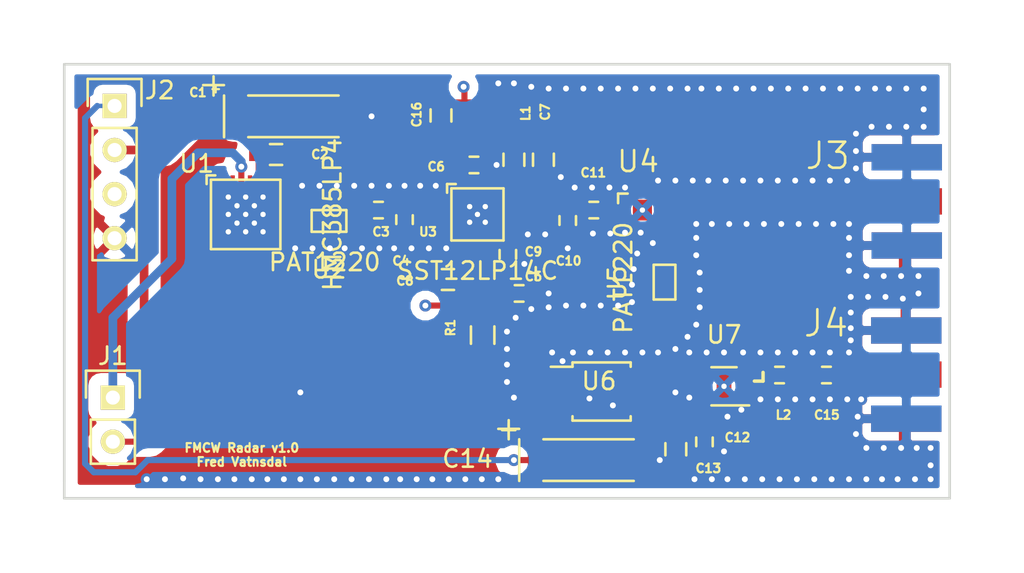
<source format=kicad_pcb>
(kicad_pcb (version 20171130) (host pcbnew "(5.1.12)-1")

  (general
    (thickness 1.6)
    (drawings 30)
    (tracks 653)
    (zones 0)
    (modules 30)
    (nets 25)
  )

  (page A4)
  (layers
    (0 F.Cu signal)
    (1 In1.Cu signal)
    (2 In2.Cu signal)
    (31 B.Cu signal)
    (32 B.Adhes user)
    (33 F.Adhes user hide)
    (34 B.Paste user)
    (35 F.Paste user)
    (36 B.SilkS user)
    (37 F.SilkS user)
    (38 B.Mask user)
    (39 F.Mask user hide)
    (44 Edge.Cuts user)
  )

  (setup
    (last_trace_width 0.16)
    (user_trace_width 0.256)
    (user_trace_width 0.350256)
    (user_trace_width 0.5)
    (trace_clearance 0.16)
    (zone_clearance 0.508)
    (zone_45_only yes)
    (trace_min 0.153)
    (via_size 0.69)
    (via_drill 0.34)
    (via_min_size 0.69)
    (via_min_drill 0.34)
    (uvia_size 0.69)
    (uvia_drill 0.34)
    (uvias_allowed no)
    (uvia_min_size 0.69)
    (uvia_min_drill 0.34)
    (edge_width 0.15)
    (segment_width 0.6)
    (pcb_text_width 0.3)
    (pcb_text_size 0.5 0.5)
    (mod_edge_width 0.15)
    (mod_text_size 0.5 0.5)
    (mod_text_width 0.15)
    (pad_size 1.397 1.397)
    (pad_drill 0.8128)
    (pad_to_mask_clearance 0)
    (pad_to_paste_clearance_ratio -0.05)
    (aux_axis_origin 0 0)
    (visible_elements 7FFEFFFF)
    (pcbplotparams
      (layerselection 0x010fc_80000007)
      (usegerberextensions true)
      (usegerberattributes true)
      (usegerberadvancedattributes true)
      (creategerberjobfile true)
      (excludeedgelayer true)
      (linewidth 0.100000)
      (plotframeref false)
      (viasonmask false)
      (mode 1)
      (useauxorigin false)
      (hpglpennumber 1)
      (hpglpenspeed 20)
      (hpglpendiameter 15.000000)
      (psnegative false)
      (psa4output false)
      (plotreference true)
      (plotvalue false)
      (plotinvisibletext false)
      (padsonsilk false)
      (subtractmaskfromsilk false)
      (outputformat 1)
      (mirror false)
      (drillshape 0)
      (scaleselection 1)
      (outputdirectory "C:/Users/fwv1/Desktop/fmcw_gerber/"))
  )

  (net 0 "")
  (net 1 GND)
  (net 2 /3V)
  (net 3 "Net-(C3-Pad1)")
  (net 4 "Net-(C3-Pad2)")
  (net 5 "Net-(C5-Pad1)")
  (net 6 /3.3V)
  (net 7 "Net-(C9-Pad1)")
  (net 8 "Net-(C10-Pad1)")
  (net 9 "Net-(C11-Pad1)")
  (net 10 /3V/5V)
  (net 11 "Net-(C15-Pad1)")
  (net 12 "Net-(C15-Pad2)")
  (net 13 /VTUNE)
  (net 14 /IF_OUT)
  (net 15 "Net-(J3-Pad1)")
  (net 16 "Net-(L1-Pad2)")
  (net 17 "Net-(L2-Pad1)")
  (net 18 "Net-(U1-Pad16)")
  (net 19 "Net-(U3-Pad7)")
  (net 20 "Net-(U4-Pad4)")
  (net 21 "Net-(U5-Pad2)")
  (net 22 "Net-(U6-Pad8)")
  (net 23 "Net-(U6-Pad4)")
  (net 24 "Net-(U6-Pad7)")

  (net_class Default "This is the default net class."
    (clearance 0.16)
    (trace_width 0.16)
    (via_dia 0.69)
    (via_drill 0.34)
    (uvia_dia 0.69)
    (uvia_drill 0.34)
    (add_net /3.3V)
    (add_net /3V)
    (add_net /3V/5V)
    (add_net /IF_OUT)
    (add_net /VTUNE)
    (add_net GND)
    (add_net "Net-(C10-Pad1)")
    (add_net "Net-(C11-Pad1)")
    (add_net "Net-(C15-Pad1)")
    (add_net "Net-(C15-Pad2)")
    (add_net "Net-(C3-Pad1)")
    (add_net "Net-(C3-Pad2)")
    (add_net "Net-(C5-Pad1)")
    (add_net "Net-(C9-Pad1)")
    (add_net "Net-(J3-Pad1)")
    (add_net "Net-(L1-Pad2)")
    (add_net "Net-(L2-Pad1)")
    (add_net "Net-(U1-Pad16)")
    (add_net "Net-(U3-Pad7)")
    (add_net "Net-(U4-Pad4)")
    (add_net "Net-(U5-Pad2)")
    (add_net "Net-(U6-Pad4)")
    (add_net "Net-(U6-Pad7)")
    (add_net "Net-(U6-Pad8)")
  )

  (module Housings_SSOP:MSOP-8_3x3mm_Pitch0.65mm (layer F.Cu) (tedit 56AD0762) (tstamp 56A795DD)
    (at 155.95 51.85)
    (descr "8-Lead Plastic Micro Small Outline Package (MS) [MSOP] (see Microchip Packaging Specification 00000049BS.pdf)")
    (tags "SSOP 0.65")
    (path /56A44A3E)
    (attr smd)
    (fp_text reference U6 (at -0.15 -0.6) (layer F.SilkS)
      (effects (font (size 1 1) (thickness 0.15)))
    )
    (fp_text value HMC272AMS8 (at 0 2.6) (layer F.Fab)
      (effects (font (size 1 1) (thickness 0.15)))
    )
    (fp_line (start -1.675 -1.425) (end -2.925 -1.425) (layer F.SilkS) (width 0.15))
    (fp_line (start -1.675 1.675) (end 1.675 1.675) (layer F.SilkS) (width 0.15))
    (fp_line (start -1.675 -1.675) (end 1.675 -1.675) (layer F.SilkS) (width 0.15))
    (fp_line (start -1.675 1.675) (end -1.675 1.425) (layer F.SilkS) (width 0.15))
    (fp_line (start 1.675 1.675) (end 1.675 1.425) (layer F.SilkS) (width 0.15))
    (fp_line (start 1.675 -1.675) (end 1.675 -1.425) (layer F.SilkS) (width 0.15))
    (fp_line (start -1.675 -1.675) (end -1.675 -1.425) (layer F.SilkS) (width 0.15))
    (fp_line (start -3.2 1.85) (end 3.2 1.85) (layer F.CrtYd) (width 0.05))
    (fp_line (start -3.2 -1.85) (end 3.2 -1.85) (layer F.CrtYd) (width 0.05))
    (fp_line (start 3.2 -1.85) (end 3.2 1.85) (layer F.CrtYd) (width 0.05))
    (fp_line (start -3.2 -1.85) (end -3.2 1.85) (layer F.CrtYd) (width 0.05))
    (pad 1 smd rect (at -2.2 -0.975) (size 1.45 0.45) (layers F.Cu F.Paste F.Mask)
      (net 1 GND))
    (pad 2 smd rect (at -2.2 -0.325) (size 1.45 0.45) (layers F.Cu F.Paste F.Mask)
      (net 21 "Net-(U5-Pad2)"))
    (pad 3 smd rect (at -2.2 0.325) (size 1.45 0.45) (layers F.Cu F.Paste F.Mask)
      (net 1 GND))
    (pad 4 smd rect (at -2.2 0.975) (size 1.45 0.45) (layers F.Cu F.Paste F.Mask)
      (net 23 "Net-(U6-Pad4)"))
    (pad 5 smd rect (at 2.2 0.975) (size 1.45 0.45) (layers F.Cu F.Paste F.Mask)
      (net 1 GND))
    (pad 6 smd rect (at 2.2 0.325) (size 1.45 0.45) (layers F.Cu F.Paste F.Mask)
      (net 14 /IF_OUT))
    (pad 7 smd rect (at 2.2 -0.325) (size 1.45 0.45) (layers F.Cu F.Paste F.Mask)
      (net 24 "Net-(U6-Pad7)"))
    (pad 8 smd rect (at 2.2 -0.975) (size 1.45 0.45) (layers F.Cu F.Paste F.Mask)
      (net 22 "Net-(U6-Pad8)"))
    (model Housings_SSOP.3dshapes/MSOP-8_3x3mm_Pitch0.65mm.wrl
      (at (xyz 0 0 0))
      (scale (xyz 1 1 1))
      (rotate (xyz 0 0 0))
    )
  )

  (module Capacitors_Tantalum_SMD:TantalC_SizeA_EIA-3216_HandSoldering (layer F.Cu) (tedit 56AD0903) (tstamp 56A794C6)
    (at 138.2 36)
    (descr "Tantal Cap. , Size A, EIA-3216, Hand Soldering,")
    (tags "Tantal Cap. , Size A, EIA-3216, Hand Soldering,")
    (path /56A46A81)
    (attr smd)
    (fp_text reference C1 (at -5.5 -1.375) (layer F.SilkS)
      (effects (font (size 0.5 0.5) (thickness 0.125)))
    )
    (fp_text value 4.7uF (at -0.09906 3.0988) (layer F.Fab)
      (effects (font (size 1 1) (thickness 0.15)))
    )
    (fp_line (start -3.99542 -1.19888) (end -3.99542 1.19888) (layer F.SilkS) (width 0.15))
    (fp_line (start -5.19938 -1.79832) (end -4.0005 -1.79832) (layer F.SilkS) (width 0.15))
    (fp_line (start -4.59994 -2.2987) (end -4.59994 -1.19888) (layer F.SilkS) (width 0.15))
    (fp_line (start 2.60096 -1.19888) (end -2.60096 -1.19888) (layer F.SilkS) (width 0.15))
    (fp_line (start -2.60096 1.19888) (end 2.60096 1.19888) (layer F.SilkS) (width 0.15))
    (fp_text user + (at -4.475 -1.6) (layer F.SilkS)
      (effects (font (size 0.5 0.5) (thickness 0.125)))
    )
    (pad 2 smd rect (at 1.99898 0) (size 2.99974 1.50114) (layers F.Cu F.Paste F.Mask)
      (net 1 GND))
    (pad 1 smd rect (at -1.99898 0) (size 2.99974 1.50114) (layers F.Cu F.Paste F.Mask)
      (net 2 /3V))
    (model Capacitors_Tantalum_SMD.3dshapes/TantalC_SizeA_EIA-3216_HandSoldering.wrl
      (at (xyz 0 0 0))
      (scale (xyz 1 1 1))
      (rotate (xyz 0 0 180))
    )
  )

  (module Capacitors_SMD:C_0603_HandSoldering (layer F.Cu) (tedit 56AD090F) (tstamp 56A794CC)
    (at 137.2 38.2)
    (descr "Capacitor SMD 0603, hand soldering")
    (tags "capacitor 0603")
    (path /56A46B34)
    (attr smd)
    (fp_text reference C2 (at 2.525 0) (layer F.SilkS)
      (effects (font (size 0.5 0.5) (thickness 0.125)))
    )
    (fp_text value 10nF (at 0 1.9) (layer F.Fab)
      (effects (font (size 1 1) (thickness 0.15)))
    )
    (fp_line (start 0.35 0.6) (end -0.35 0.6) (layer F.SilkS) (width 0.15))
    (fp_line (start -0.35 -0.6) (end 0.35 -0.6) (layer F.SilkS) (width 0.15))
    (fp_line (start 1.85 -0.75) (end 1.85 0.75) (layer F.CrtYd) (width 0.05))
    (fp_line (start -1.85 -0.75) (end -1.85 0.75) (layer F.CrtYd) (width 0.05))
    (fp_line (start -1.85 0.75) (end 1.85 0.75) (layer F.CrtYd) (width 0.05))
    (fp_line (start -1.85 -0.75) (end 1.85 -0.75) (layer F.CrtYd) (width 0.05))
    (pad 1 smd rect (at -0.95 0) (size 1.2 0.75) (layers F.Cu F.Paste F.Mask)
      (net 2 /3V))
    (pad 2 smd rect (at 0.95 0) (size 1.2 0.75) (layers F.Cu F.Paste F.Mask)
      (net 1 GND))
    (model Capacitors_SMD.3dshapes/C_0603_HandSoldering.wrl
      (at (xyz 0 0 0))
      (scale (xyz 1 1 1))
      (rotate (xyz 0 0 0))
    )
  )

  (module Capacitors_SMD:C_0402 (layer F.Cu) (tedit 56AD0813) (tstamp 56A794D2)
    (at 143.1 41.4 180)
    (descr "Capacitor SMD 0402, reflow soldering, AVX (see smccp.pdf)")
    (tags "capacitor 0402")
    (path /56A63498)
    (attr smd)
    (fp_text reference C3 (at -0.15 -1.25 180) (layer F.SilkS)
      (effects (font (size 0.5 0.5) (thickness 0.125)))
    )
    (fp_text value 47pF (at 0 1.7 180) (layer F.Fab)
      (effects (font (size 1 1) (thickness 0.15)))
    )
    (fp_line (start -0.25 0.475) (end 0.25 0.475) (layer F.SilkS) (width 0.15))
    (fp_line (start 0.25 -0.475) (end -0.25 -0.475) (layer F.SilkS) (width 0.15))
    (fp_line (start 1.15 -0.6) (end 1.15 0.6) (layer F.CrtYd) (width 0.05))
    (fp_line (start -1.15 -0.6) (end -1.15 0.6) (layer F.CrtYd) (width 0.05))
    (fp_line (start -1.15 0.6) (end 1.15 0.6) (layer F.CrtYd) (width 0.05))
    (fp_line (start -1.15 -0.6) (end 1.15 -0.6) (layer F.CrtYd) (width 0.05))
    (pad 1 smd rect (at -0.55 0 180) (size 0.6 0.5) (layers F.Cu F.Paste F.Mask)
      (net 3 "Net-(C3-Pad1)"))
    (pad 2 smd rect (at 0.55 0 180) (size 0.6 0.5) (layers F.Cu F.Paste F.Mask)
      (net 4 "Net-(C3-Pad2)"))
    (model Capacitors_SMD.3dshapes/C_0402.wrl
      (at (xyz 0 0 0))
      (scale (xyz 1 1 1))
      (rotate (xyz 0 0 0))
    )
  )

  (module Capacitors_SMD:C_0402 (layer F.Cu) (tedit 56AD0837) (tstamp 56A794D8)
    (at 144.6 41.95 270)
    (descr "Capacitor SMD 0402, reflow soldering, AVX (see smccp.pdf)")
    (tags "capacitor 0402")
    (path /56A634E7)
    (attr smd)
    (fp_text reference C4 (at 2.375 0.2) (layer F.SilkS)
      (effects (font (size 0.5 0.5) (thickness 0.125)))
    )
    (fp_text value 1.2pF (at 0 1.7 270) (layer F.Fab)
      (effects (font (size 1 1) (thickness 0.15)))
    )
    (fp_line (start -0.25 0.475) (end 0.25 0.475) (layer F.SilkS) (width 0.15))
    (fp_line (start 0.25 -0.475) (end -0.25 -0.475) (layer F.SilkS) (width 0.15))
    (fp_line (start 1.15 -0.6) (end 1.15 0.6) (layer F.CrtYd) (width 0.05))
    (fp_line (start -1.15 -0.6) (end -1.15 0.6) (layer F.CrtYd) (width 0.05))
    (fp_line (start -1.15 0.6) (end 1.15 0.6) (layer F.CrtYd) (width 0.05))
    (fp_line (start -1.15 -0.6) (end 1.15 -0.6) (layer F.CrtYd) (width 0.05))
    (pad 1 smd rect (at -0.55 0 270) (size 0.6 0.5) (layers F.Cu F.Paste F.Mask)
      (net 3 "Net-(C3-Pad1)"))
    (pad 2 smd rect (at 0.55 0 270) (size 0.6 0.5) (layers F.Cu F.Paste F.Mask)
      (net 1 GND))
    (model Capacitors_SMD.3dshapes/C_0402.wrl
      (at (xyz 0 0 0))
      (scale (xyz 1 1 1))
      (rotate (xyz 0 0 0))
    )
  )

  (module Capacitors_SMD:C_0402 (layer F.Cu) (tedit 56AD0871) (tstamp 56A794DE)
    (at 151.2 46.2)
    (descr "Capacitor SMD 0402, reflow soldering, AVX (see smccp.pdf)")
    (tags "capacitor 0402")
    (path /56A65893)
    (attr smd)
    (fp_text reference C5 (at 0.825 -0.975) (layer F.SilkS)
      (effects (font (size 0.5 0.5) (thickness 0.125)))
    )
    (fp_text value 100pF (at 0 1.7) (layer F.Fab)
      (effects (font (size 1 1) (thickness 0.15)))
    )
    (fp_line (start -0.25 0.475) (end 0.25 0.475) (layer F.SilkS) (width 0.15))
    (fp_line (start 0.25 -0.475) (end -0.25 -0.475) (layer F.SilkS) (width 0.15))
    (fp_line (start 1.15 -0.6) (end 1.15 0.6) (layer F.CrtYd) (width 0.05))
    (fp_line (start -1.15 -0.6) (end -1.15 0.6) (layer F.CrtYd) (width 0.05))
    (fp_line (start -1.15 0.6) (end 1.15 0.6) (layer F.CrtYd) (width 0.05))
    (fp_line (start -1.15 -0.6) (end 1.15 -0.6) (layer F.CrtYd) (width 0.05))
    (pad 1 smd rect (at -0.55 0) (size 0.6 0.5) (layers F.Cu F.Paste F.Mask)
      (net 5 "Net-(C5-Pad1)"))
    (pad 2 smd rect (at 0.55 0) (size 0.6 0.5) (layers F.Cu F.Paste F.Mask)
      (net 1 GND))
    (model Capacitors_SMD.3dshapes/C_0402.wrl
      (at (xyz 0 0 0))
      (scale (xyz 1 1 1))
      (rotate (xyz 0 0 0))
    )
  )

  (module Capacitors_SMD:C_0402 (layer F.Cu) (tedit 56AD0920) (tstamp 56A794E4)
    (at 148.6 38.8)
    (descr "Capacitor SMD 0402, reflow soldering, AVX (see smccp.pdf)")
    (tags "capacitor 0402")
    (path /56A5A2F7)
    (attr smd)
    (fp_text reference C6 (at -2.175 0.1) (layer F.SilkS)
      (effects (font (size 0.5 0.5) (thickness 0.125)))
    )
    (fp_text value 100pF (at 0 1.7) (layer F.Fab)
      (effects (font (size 1 1) (thickness 0.15)))
    )
    (fp_line (start -0.25 0.475) (end 0.25 0.475) (layer F.SilkS) (width 0.15))
    (fp_line (start 0.25 -0.475) (end -0.25 -0.475) (layer F.SilkS) (width 0.15))
    (fp_line (start 1.15 -0.6) (end 1.15 0.6) (layer F.CrtYd) (width 0.05))
    (fp_line (start -1.15 -0.6) (end -1.15 0.6) (layer F.CrtYd) (width 0.05))
    (fp_line (start -1.15 0.6) (end 1.15 0.6) (layer F.CrtYd) (width 0.05))
    (fp_line (start -1.15 -0.6) (end 1.15 -0.6) (layer F.CrtYd) (width 0.05))
    (pad 1 smd rect (at -0.55 0) (size 0.6 0.5) (layers F.Cu F.Paste F.Mask)
      (net 6 /3.3V))
    (pad 2 smd rect (at 0.55 0) (size 0.6 0.5) (layers F.Cu F.Paste F.Mask)
      (net 1 GND))
    (model Capacitors_SMD.3dshapes/C_0402.wrl
      (at (xyz 0 0 0))
      (scale (xyz 1 1 1))
      (rotate (xyz 0 0 0))
    )
  )

  (module Capacitors_SMD:C_0603_HandSoldering (layer F.Cu) (tedit 56AD0939) (tstamp 56A794EA)
    (at 152.6 38.5 270)
    (descr "Capacitor SMD 0603, hand soldering")
    (tags "capacitor 0603")
    (path /56A5A2B6)
    (attr smd)
    (fp_text reference C7 (at -2.75 -0.1 270) (layer F.SilkS)
      (effects (font (size 0.5 0.5) (thickness 0.125)))
    )
    (fp_text value 0.1uF (at 0 1.9 270) (layer F.Fab)
      (effects (font (size 1 1) (thickness 0.15)))
    )
    (fp_line (start 0.35 0.6) (end -0.35 0.6) (layer F.SilkS) (width 0.15))
    (fp_line (start -0.35 -0.6) (end 0.35 -0.6) (layer F.SilkS) (width 0.15))
    (fp_line (start 1.85 -0.75) (end 1.85 0.75) (layer F.CrtYd) (width 0.05))
    (fp_line (start -1.85 -0.75) (end -1.85 0.75) (layer F.CrtYd) (width 0.05))
    (fp_line (start -1.85 0.75) (end 1.85 0.75) (layer F.CrtYd) (width 0.05))
    (fp_line (start -1.85 -0.75) (end 1.85 -0.75) (layer F.CrtYd) (width 0.05))
    (pad 1 smd rect (at -0.95 0 270) (size 1.2 0.75) (layers F.Cu F.Paste F.Mask)
      (net 6 /3.3V))
    (pad 2 smd rect (at 0.95 0 270) (size 1.2 0.75) (layers F.Cu F.Paste F.Mask)
      (net 1 GND))
    (model Capacitors_SMD.3dshapes/C_0603_HandSoldering.wrl
      (at (xyz 0 0 0))
      (scale (xyz 1 1 1))
      (rotate (xyz 0 0 0))
    )
  )

  (module Capacitors_SMD:C_0603_HandSoldering (layer F.Cu) (tedit 56AD0849) (tstamp 56A794F0)
    (at 147.1 45.4 180)
    (descr "Capacitor SMD 0603, hand soldering")
    (tags "capacitor 0603")
    (path /56A5A1ED)
    (attr smd)
    (fp_text reference C8 (at 2.475 -0.075 180) (layer F.SilkS)
      (effects (font (size 0.5 0.5) (thickness 0.125)))
    )
    (fp_text value 0.1uF (at 0 1.9 180) (layer F.Fab)
      (effects (font (size 1 1) (thickness 0.15)))
    )
    (fp_line (start 0.35 0.6) (end -0.35 0.6) (layer F.SilkS) (width 0.15))
    (fp_line (start -0.35 -0.6) (end 0.35 -0.6) (layer F.SilkS) (width 0.15))
    (fp_line (start 1.85 -0.75) (end 1.85 0.75) (layer F.CrtYd) (width 0.05))
    (fp_line (start -1.85 -0.75) (end -1.85 0.75) (layer F.CrtYd) (width 0.05))
    (fp_line (start -1.85 0.75) (end 1.85 0.75) (layer F.CrtYd) (width 0.05))
    (fp_line (start -1.85 -0.75) (end 1.85 -0.75) (layer F.CrtYd) (width 0.05))
    (pad 1 smd rect (at -0.95 0 180) (size 1.2 0.75) (layers F.Cu F.Paste F.Mask)
      (net 6 /3.3V))
    (pad 2 smd rect (at 0.95 0 180) (size 1.2 0.75) (layers F.Cu F.Paste F.Mask)
      (net 1 GND))
    (model Capacitors_SMD.3dshapes/C_0603_HandSoldering.wrl
      (at (xyz 0 0 0))
      (scale (xyz 1 1 1))
      (rotate (xyz 0 0 0))
    )
  )

  (module Capacitors_SMD:C_0402 (layer F.Cu) (tedit 56AD0866) (tstamp 56A794F6)
    (at 150.55 43.95 270)
    (descr "Capacitor SMD 0402, reflow soldering, AVX (see smccp.pdf)")
    (tags "capacitor 0402")
    (path /56A5D428)
    (attr smd)
    (fp_text reference C9 (at -0.15 -1.475) (layer F.SilkS)
      (effects (font (size 0.5 0.5) (thickness 0.125)))
    )
    (fp_text value 10pF (at 0 1.7 270) (layer F.Fab)
      (effects (font (size 1 1) (thickness 0.15)))
    )
    (fp_line (start -0.25 0.475) (end 0.25 0.475) (layer F.SilkS) (width 0.15))
    (fp_line (start 0.25 -0.475) (end -0.25 -0.475) (layer F.SilkS) (width 0.15))
    (fp_line (start 1.15 -0.6) (end 1.15 0.6) (layer F.CrtYd) (width 0.05))
    (fp_line (start -1.15 -0.6) (end -1.15 0.6) (layer F.CrtYd) (width 0.05))
    (fp_line (start -1.15 0.6) (end 1.15 0.6) (layer F.CrtYd) (width 0.05))
    (fp_line (start -1.15 -0.6) (end 1.15 -0.6) (layer F.CrtYd) (width 0.05))
    (pad 1 smd rect (at -0.55 0 270) (size 0.6 0.5) (layers F.Cu F.Paste F.Mask)
      (net 7 "Net-(C9-Pad1)"))
    (pad 2 smd rect (at 0.55 0 270) (size 0.6 0.5) (layers F.Cu F.Paste F.Mask)
      (net 1 GND))
    (model Capacitors_SMD.3dshapes/C_0402.wrl
      (at (xyz 0 0 0))
      (scale (xyz 1 1 1))
      (rotate (xyz 0 0 0))
    )
  )

  (module Capacitors_SMD:C_0402 (layer F.Cu) (tedit 56AD0891) (tstamp 56A79502)
    (at 155.5 41.4 180)
    (descr "Capacitor SMD 0402, reflow soldering, AVX (see smccp.pdf)")
    (tags "capacitor 0402")
    (path /56A63096)
    (attr smd)
    (fp_text reference C11 (at 0.025 2.15 180) (layer F.SilkS)
      (effects (font (size 0.5 0.5) (thickness 0.125)))
    )
    (fp_text value 47pF (at 0 1.7 180) (layer F.Fab)
      (effects (font (size 1 1) (thickness 0.15)))
    )
    (fp_line (start -0.25 0.475) (end 0.25 0.475) (layer F.SilkS) (width 0.15))
    (fp_line (start 0.25 -0.475) (end -0.25 -0.475) (layer F.SilkS) (width 0.15))
    (fp_line (start 1.15 -0.6) (end 1.15 0.6) (layer F.CrtYd) (width 0.05))
    (fp_line (start -1.15 -0.6) (end -1.15 0.6) (layer F.CrtYd) (width 0.05))
    (fp_line (start -1.15 0.6) (end 1.15 0.6) (layer F.CrtYd) (width 0.05))
    (fp_line (start -1.15 -0.6) (end 1.15 -0.6) (layer F.CrtYd) (width 0.05))
    (pad 1 smd rect (at -0.55 0 180) (size 0.6 0.5) (layers F.Cu F.Paste F.Mask)
      (net 9 "Net-(C11-Pad1)"))
    (pad 2 smd rect (at 0.55 0 180) (size 0.6 0.5) (layers F.Cu F.Paste F.Mask)
      (net 8 "Net-(C10-Pad1)"))
    (model Capacitors_SMD.3dshapes/C_0402.wrl
      (at (xyz 0 0 0))
      (scale (xyz 1 1 1))
      (rotate (xyz 0 0 0))
    )
  )

  (module Capacitors_SMD:C_0402 (layer F.Cu) (tedit 56AD08C4) (tstamp 56A79508)
    (at 161.875 54.75 270)
    (descr "Capacitor SMD 0402, reflow soldering, AVX (see smccp.pdf)")
    (tags "capacitor 0402")
    (path /56A4C56A)
    (attr smd)
    (fp_text reference C12 (at -0.25 -1.9) (layer F.SilkS)
      (effects (font (size 0.5 0.5) (thickness 0.125)))
    )
    (fp_text value 1nF (at 0 1.7 270) (layer F.Fab)
      (effects (font (size 1 1) (thickness 0.15)))
    )
    (fp_line (start -0.25 0.475) (end 0.25 0.475) (layer F.SilkS) (width 0.15))
    (fp_line (start 0.25 -0.475) (end -0.25 -0.475) (layer F.SilkS) (width 0.15))
    (fp_line (start 1.15 -0.6) (end 1.15 0.6) (layer F.CrtYd) (width 0.05))
    (fp_line (start -1.15 -0.6) (end -1.15 0.6) (layer F.CrtYd) (width 0.05))
    (fp_line (start -1.15 0.6) (end 1.15 0.6) (layer F.CrtYd) (width 0.05))
    (fp_line (start -1.15 -0.6) (end 1.15 -0.6) (layer F.CrtYd) (width 0.05))
    (pad 1 smd rect (at -0.55 0 270) (size 0.6 0.5) (layers F.Cu F.Paste F.Mask)
      (net 10 /3V/5V))
    (pad 2 smd rect (at 0.55 0 270) (size 0.6 0.5) (layers F.Cu F.Paste F.Mask)
      (net 1 GND))
    (model Capacitors_SMD.3dshapes/C_0402.wrl
      (at (xyz 0 0 0))
      (scale (xyz 1 1 1))
      (rotate (xyz 0 0 0))
    )
  )

  (module Capacitors_SMD:C_0603_HandSoldering (layer F.Cu) (tedit 56AD08CF) (tstamp 56A7950E)
    (at 160.225 55.175 270)
    (descr "Capacitor SMD 0603, hand soldering")
    (tags "capacitor 0603")
    (path /56A4C5AD)
    (attr smd)
    (fp_text reference C13 (at 1.1 -1.875) (layer F.SilkS)
      (effects (font (size 0.5 0.5) (thickness 0.125)))
    )
    (fp_text value 10nF (at 0 1.9 270) (layer F.Fab)
      (effects (font (size 1 1) (thickness 0.15)))
    )
    (fp_line (start 0.35 0.6) (end -0.35 0.6) (layer F.SilkS) (width 0.15))
    (fp_line (start -0.35 -0.6) (end 0.35 -0.6) (layer F.SilkS) (width 0.15))
    (fp_line (start 1.85 -0.75) (end 1.85 0.75) (layer F.CrtYd) (width 0.05))
    (fp_line (start -1.85 -0.75) (end -1.85 0.75) (layer F.CrtYd) (width 0.05))
    (fp_line (start -1.85 0.75) (end 1.85 0.75) (layer F.CrtYd) (width 0.05))
    (fp_line (start -1.85 -0.75) (end 1.85 -0.75) (layer F.CrtYd) (width 0.05))
    (pad 1 smd rect (at -0.95 0 270) (size 1.2 0.75) (layers F.Cu F.Paste F.Mask)
      (net 10 /3V/5V))
    (pad 2 smd rect (at 0.95 0 270) (size 1.2 0.75) (layers F.Cu F.Paste F.Mask)
      (net 1 GND))
    (model Capacitors_SMD.3dshapes/C_0603_HandSoldering.wrl
      (at (xyz 0 0 0))
      (scale (xyz 1 1 1))
      (rotate (xyz 0 0 0))
    )
  )

  (module Capacitors_Tantalum_SMD:TantalC_SizeA_EIA-3216_HandSoldering (layer F.Cu) (tedit 56AD08DA) (tstamp 56A79514)
    (at 155.2 55.8)
    (descr "Tantal Cap. , Size A, EIA-3216, Hand Soldering,")
    (tags "Tantal Cap. , Size A, EIA-3216, Hand Soldering,")
    (path /56A4C5DA)
    (attr smd)
    (fp_text reference C14 (at -6.975 -0.075) (layer F.SilkS)
      (effects (font (size 1 1) (thickness 0.15)))
    )
    (fp_text value 2.2uF (at -0.09906 3.0988) (layer F.Fab)
      (effects (font (size 1 1) (thickness 0.15)))
    )
    (fp_line (start -3.99542 -1.19888) (end -3.99542 1.19888) (layer F.SilkS) (width 0.15))
    (fp_line (start -5.19938 -1.79832) (end -4.0005 -1.79832) (layer F.SilkS) (width 0.15))
    (fp_line (start -4.59994 -2.2987) (end -4.59994 -1.19888) (layer F.SilkS) (width 0.15))
    (fp_line (start 2.60096 -1.19888) (end -2.60096 -1.19888) (layer F.SilkS) (width 0.15))
    (fp_line (start -2.60096 1.19888) (end 2.60096 1.19888) (layer F.SilkS) (width 0.15))
    (fp_text user + (at -4.59994 -1.80086) (layer F.SilkS)
      (effects (font (size 1 1) (thickness 0.15)))
    )
    (pad 2 smd rect (at 1.99898 0) (size 2.99974 1.50114) (layers F.Cu F.Paste F.Mask)
      (net 1 GND))
    (pad 1 smd rect (at -1.99898 0) (size 2.99974 1.50114) (layers F.Cu F.Paste F.Mask)
      (net 10 /3V/5V))
    (model Capacitors_Tantalum_SMD.3dshapes/TantalC_SizeA_EIA-3216_HandSoldering.wrl
      (at (xyz 0 0 0))
      (scale (xyz 1 1 1))
      (rotate (xyz 0 0 180))
    )
  )

  (module Capacitors_SMD:C_0402 (layer F.Cu) (tedit 56AD08B9) (tstamp 56A7951A)
    (at 168.9 50.9 180)
    (descr "Capacitor SMD 0402, reflow soldering, AVX (see smccp.pdf)")
    (tags "capacitor 0402")
    (path /56A4C053)
    (attr smd)
    (fp_text reference C15 (at -0.025 -2.3 180) (layer F.SilkS)
      (effects (font (size 0.5 0.5) (thickness 0.125)))
    )
    (fp_text value 2.7pF (at 0 1.7 180) (layer F.Fab)
      (effects (font (size 1 1) (thickness 0.15)))
    )
    (fp_line (start -0.25 0.475) (end 0.25 0.475) (layer F.SilkS) (width 0.15))
    (fp_line (start 0.25 -0.475) (end -0.25 -0.475) (layer F.SilkS) (width 0.15))
    (fp_line (start 1.15 -0.6) (end 1.15 0.6) (layer F.CrtYd) (width 0.05))
    (fp_line (start -1.15 -0.6) (end -1.15 0.6) (layer F.CrtYd) (width 0.05))
    (fp_line (start -1.15 0.6) (end 1.15 0.6) (layer F.CrtYd) (width 0.05))
    (fp_line (start -1.15 -0.6) (end 1.15 -0.6) (layer F.CrtYd) (width 0.05))
    (pad 1 smd rect (at -0.55 0 180) (size 0.6 0.5) (layers F.Cu F.Paste F.Mask)
      (net 11 "Net-(C15-Pad1)"))
    (pad 2 smd rect (at 0.55 0 180) (size 0.6 0.5) (layers F.Cu F.Paste F.Mask)
      (net 12 "Net-(C15-Pad2)"))
    (model Capacitors_SMD.3dshapes/C_0402.wrl
      (at (xyz 0 0 0))
      (scale (xyz 1 1 1))
      (rotate (xyz 0 0 0))
    )
  )

  (module Pin_Headers:Pin_Header_Straight_1x02 (layer F.Cu) (tedit 56ABEA74) (tstamp 56A7952B)
    (at 127.8 52.2)
    (descr "Through hole pin header")
    (tags "pin header")
    (path /56A877A7)
    (fp_text reference J1 (at 0 -2.4) (layer F.SilkS)
      (effects (font (size 1 1) (thickness 0.15)))
    )
    (fp_text value conn_2 (at 0 -3.1) (layer F.Fab)
      (effects (font (size 1 1) (thickness 0.15)))
    )
    (fp_line (start -1.27 3.81) (end 1.27 3.81) (layer F.SilkS) (width 0.15))
    (fp_line (start -1.27 1.27) (end -1.27 3.81) (layer F.SilkS) (width 0.15))
    (fp_line (start -1.55 -1.55) (end 1.55 -1.55) (layer F.SilkS) (width 0.15))
    (fp_line (start -1.55 0) (end -1.55 -1.55) (layer F.SilkS) (width 0.15))
    (fp_line (start 1.27 1.27) (end -1.27 1.27) (layer F.SilkS) (width 0.15))
    (fp_line (start -1.75 4.3) (end 1.75 4.3) (layer F.CrtYd) (width 0.05))
    (fp_line (start -1.75 -1.75) (end 1.75 -1.75) (layer F.CrtYd) (width 0.05))
    (fp_line (start 1.75 -1.75) (end 1.75 4.3) (layer F.CrtYd) (width 0.05))
    (fp_line (start -1.75 -1.75) (end -1.75 4.3) (layer F.CrtYd) (width 0.05))
    (fp_line (start 1.55 -1.55) (end 1.55 0) (layer F.SilkS) (width 0.15))
    (fp_line (start 1.27 1.27) (end 1.27 3.81) (layer F.SilkS) (width 0.15))
    (pad 1 thru_hole rect (at 0 0) (size 1.397 1.397) (drill 0.8128) (layers *.Cu *.Mask F.SilkS)
      (net 13 /VTUNE))
    (pad 2 thru_hole circle (at 0 2.54) (size 1.397 1.397) (drill 0.8128) (layers *.Cu *.Mask F.SilkS)
      (net 14 /IF_OUT))
    (model Pin_Headers.3dshapes/Pin_Header_Straight_1x02.wrl
      (offset (xyz 0 -1.269999980926514 0))
      (scale (xyz 1 1 1))
      (rotate (xyz 0 0 90))
    )
  )

  (module Pin_Headers:Pin_Header_Straight_1x04 (layer F.Cu) (tedit 56ABEA4B) (tstamp 56A7953E)
    (at 127.9 35.4)
    (descr "Through hole pin header")
    (tags "pin header")
    (path /56A87D22)
    (fp_text reference J2 (at 2.6 -0.9) (layer F.SilkS)
      (effects (font (size 1 1) (thickness 0.15)))
    )
    (fp_text value conn_4 (at 0 -3.1) (layer F.Fab)
      (effects (font (size 1 1) (thickness 0.15)))
    )
    (fp_line (start -1.55 -1.55) (end 1.55 -1.55) (layer F.SilkS) (width 0.15))
    (fp_line (start -1.55 0) (end -1.55 -1.55) (layer F.SilkS) (width 0.15))
    (fp_line (start 1.27 1.27) (end -1.27 1.27) (layer F.SilkS) (width 0.15))
    (fp_line (start -1.27 8.89) (end 1.27 8.89) (layer F.SilkS) (width 0.15))
    (fp_line (start 1.55 -1.55) (end 1.55 0) (layer F.SilkS) (width 0.15))
    (fp_line (start 1.27 1.27) (end 1.27 8.89) (layer F.SilkS) (width 0.15))
    (fp_line (start -1.27 1.27) (end -1.27 8.89) (layer F.SilkS) (width 0.15))
    (fp_line (start -1.75 9.4) (end 1.75 9.4) (layer F.CrtYd) (width 0.05))
    (fp_line (start -1.75 -1.75) (end 1.75 -1.75) (layer F.CrtYd) (width 0.05))
    (fp_line (start 1.75 -1.75) (end 1.75 9.4) (layer F.CrtYd) (width 0.05))
    (fp_line (start -1.75 -1.75) (end -1.75 9.4) (layer F.CrtYd) (width 0.05))
    (pad 1 thru_hole rect (at 0 0) (size 1.397 1.397) (drill 0.8128) (layers *.Cu *.Mask F.SilkS)
      (net 10 /3V/5V))
    (pad 2 thru_hole circle (at 0 2.54) (size 1.397 1.397) (drill 0.8128) (layers *.Cu *.Mask F.SilkS)
      (net 2 /3V))
    (pad 3 thru_hole circle (at 0 5.08) (size 1.397 1.397) (drill 0.8128) (layers *.Cu *.Mask F.SilkS)
      (net 6 /3.3V))
    (pad 4 thru_hole circle (at 0 7.62) (size 1.397 1.397) (drill 0.8128) (layers *.Cu *.Mask F.SilkS)
      (net 1 GND))
    (model Pin_Headers.3dshapes/Pin_Header_Straight_1x04.wrl
      (offset (xyz 0 -3.809999942779541 0))
      (scale (xyz 1 1 1))
      (rotate (xyz 0 0 90))
    )
  )

  (module footprints:CONSMA003.062 (layer F.Cu) (tedit 56AD076C) (tstamp 56A79547)
    (at 173.525 40.9)
    (path /56A7A1FD)
    (fp_text reference J3 (at -4.55 -2.625) (layer F.SilkS)
      (effects (font (size 1.5 1.5) (thickness 0.15)))
    )
    (fp_text value conn_sma (at 0 -7.62) (layer F.SilkS) hide
      (effects (font (size 1.5 1.5) (thickness 0.15)))
    )
    (pad 1 smd rect (at 0 0) (size 4.06 1.52) (layers F.Cu F.Paste F.Mask)
      (net 15 "Net-(J3-Pad1)"))
    (pad 2 smd rect (at 0 -2.54) (size 4.06 1.52) (layers F.Cu F.Paste F.Mask)
      (net 1 GND))
    (pad 2 smd rect (at 0 2.54) (size 4.06 1.52) (layers F.Cu F.Paste F.Mask)
      (net 1 GND))
    (pad 2 smd rect (at 0 -2.54) (size 4.06 1.52) (layers B.Cu B.Paste B.Mask)
      (net 1 GND))
    (pad 2 smd rect (at 0 2.54) (size 4.06 1.52) (layers B.Cu B.Paste B.Mask)
      (net 1 GND))
  )

  (module footprints:CONSMA003.062 (layer F.Cu) (tedit 56AD0769) (tstamp 56A79550)
    (at 173.5 50.875)
    (path /56A7A282)
    (fp_text reference J4 (at -4.625 -2.95) (layer F.SilkS)
      (effects (font (size 1.5 1.5) (thickness 0.15)))
    )
    (fp_text value conn_sma (at 0 -7.62) (layer F.SilkS) hide
      (effects (font (size 1.5 1.5) (thickness 0.15)))
    )
    (pad 1 smd rect (at 0 0) (size 4.06 1.52) (layers F.Cu F.Paste F.Mask)
      (net 11 "Net-(C15-Pad1)"))
    (pad 2 smd rect (at 0 -2.54) (size 4.06 1.52) (layers F.Cu F.Paste F.Mask)
      (net 1 GND))
    (pad 2 smd rect (at 0 2.54) (size 4.06 1.52) (layers F.Cu F.Paste F.Mask)
      (net 1 GND))
    (pad 2 smd rect (at 0 -2.54) (size 4.06 1.52) (layers B.Cu B.Paste B.Mask)
      (net 1 GND))
    (pad 2 smd rect (at 0 2.54) (size 4.06 1.52) (layers B.Cu B.Paste B.Mask)
      (net 1 GND))
  )

  (module Capacitors_SMD:C_0603_HandSoldering (layer F.Cu) (tedit 56AD092F) (tstamp 56A79556)
    (at 150.9 38.5 270)
    (descr "Capacitor SMD 0603, hand soldering")
    (tags "capacitor 0603")
    (path /56A5A388)
    (attr smd)
    (fp_text reference L1 (at -2.675 -0.675 270) (layer F.SilkS)
      (effects (font (size 0.5 0.5) (thickness 0.125)))
    )
    (fp_text value 12nH (at 0 1.9 270) (layer F.Fab)
      (effects (font (size 1 1) (thickness 0.15)))
    )
    (fp_line (start 0.35 0.6) (end -0.35 0.6) (layer F.SilkS) (width 0.15))
    (fp_line (start -0.35 -0.6) (end 0.35 -0.6) (layer F.SilkS) (width 0.15))
    (fp_line (start 1.85 -0.75) (end 1.85 0.75) (layer F.CrtYd) (width 0.05))
    (fp_line (start -1.85 -0.75) (end -1.85 0.75) (layer F.CrtYd) (width 0.05))
    (fp_line (start -1.85 0.75) (end 1.85 0.75) (layer F.CrtYd) (width 0.05))
    (fp_line (start -1.85 -0.75) (end 1.85 -0.75) (layer F.CrtYd) (width 0.05))
    (pad 1 smd rect (at -0.95 0 270) (size 1.2 0.75) (layers F.Cu F.Paste F.Mask)
      (net 6 /3.3V))
    (pad 2 smd rect (at 0.95 0 270) (size 1.2 0.75) (layers F.Cu F.Paste F.Mask)
      (net 16 "Net-(L1-Pad2)"))
    (model Capacitors_SMD.3dshapes/C_0603_HandSoldering.wrl
      (at (xyz 0 0 0))
      (scale (xyz 1 1 1))
      (rotate (xyz 0 0 0))
    )
  )

  (module Capacitors_SMD:C_0402 (layer F.Cu) (tedit 56AD08AC) (tstamp 56A7955C)
    (at 166.2 50.9)
    (descr "Capacitor SMD 0402, reflow soldering, AVX (see smccp.pdf)")
    (tags "capacitor 0402")
    (path /56A4BFA0)
    (attr smd)
    (fp_text reference L2 (at 0.225 2.3) (layer F.SilkS)
      (effects (font (size 0.5 0.5) (thickness 0.125)))
    )
    (fp_text value 2.0nH (at 0 1.7) (layer F.Fab)
      (effects (font (size 1 1) (thickness 0.15)))
    )
    (fp_line (start -0.25 0.475) (end 0.25 0.475) (layer F.SilkS) (width 0.15))
    (fp_line (start 0.25 -0.475) (end -0.25 -0.475) (layer F.SilkS) (width 0.15))
    (fp_line (start 1.15 -0.6) (end 1.15 0.6) (layer F.CrtYd) (width 0.05))
    (fp_line (start -1.15 -0.6) (end -1.15 0.6) (layer F.CrtYd) (width 0.05))
    (fp_line (start -1.15 0.6) (end 1.15 0.6) (layer F.CrtYd) (width 0.05))
    (fp_line (start -1.15 -0.6) (end 1.15 -0.6) (layer F.CrtYd) (width 0.05))
    (pad 1 smd rect (at -0.55 0) (size 0.6 0.5) (layers F.Cu F.Paste F.Mask)
      (net 17 "Net-(L2-Pad1)"))
    (pad 2 smd rect (at 0.55 0) (size 0.6 0.5) (layers F.Cu F.Paste F.Mask)
      (net 12 "Net-(C15-Pad2)"))
    (model Capacitors_SMD.3dshapes/C_0402.wrl
      (at (xyz 0 0 0))
      (scale (xyz 1 1 1))
      (rotate (xyz 0 0 0))
    )
  )

  (module Resistors_SMD:R_0603_HandSoldering (layer F.Cu) (tedit 56AD0859) (tstamp 56A79568)
    (at 149.1 48.6 90)
    (descr "Resistor SMD 0603, hand soldering")
    (tags "resistor 0603")
    (path /56A65791)
    (attr smd)
    (fp_text reference R1 (at 0.425 -1.85 90) (layer F.SilkS)
      (effects (font (size 0.5 0.5) (thickness 0.125)))
    )
    (fp_text value 30 (at 0 1.9 90) (layer F.Fab)
      (effects (font (size 1 1) (thickness 0.15)))
    )
    (fp_line (start -0.5 -0.675) (end 0.5 -0.675) (layer F.SilkS) (width 0.15))
    (fp_line (start 0.5 0.675) (end -0.5 0.675) (layer F.SilkS) (width 0.15))
    (fp_line (start 2 -0.8) (end 2 0.8) (layer F.CrtYd) (width 0.05))
    (fp_line (start -2 -0.8) (end -2 0.8) (layer F.CrtYd) (width 0.05))
    (fp_line (start -2 0.8) (end 2 0.8) (layer F.CrtYd) (width 0.05))
    (fp_line (start -2 -0.8) (end 2 -0.8) (layer F.CrtYd) (width 0.05))
    (pad 1 smd rect (at -1.1 0 90) (size 1.2 0.9) (layers F.Cu F.Paste F.Mask)
      (net 2 /3V))
    (pad 2 smd rect (at 1.1 0 90) (size 1.2 0.9) (layers F.Cu F.Paste F.Mask)
      (net 5 "Net-(C5-Pad1)"))
    (model Resistors_SMD.3dshapes/R_0603_HandSoldering.wrl
      (at (xyz 0 0 0))
      (scale (xyz 1 1 1))
      (rotate (xyz 0 0 0))
    )
  )

  (module footprints:VQFN-24 (layer F.Cu) (tedit 56AD08DF) (tstamp 56A79592)
    (at 135.45 41.65 270)
    (path /56A43E86)
    (fp_text reference U1 (at -2.925 2.825) (layer F.SilkS)
      (effects (font (size 1 1) (thickness 0.15)))
    )
    (fp_text value HMC385LP4 (at 0 -5 270) (layer F.SilkS)
      (effects (font (size 1 1) (thickness 0.15)))
    )
    (fp_line (start -2 2) (end -2 -2) (layer F.SilkS) (width 0.15))
    (fp_line (start 2 2) (end -2 2) (layer F.SilkS) (width 0.15))
    (fp_line (start 2 -2) (end 2 2) (layer F.SilkS) (width 0.15))
    (fp_line (start -2 -2) (end 2 -2) (layer F.SilkS) (width 0.15))
    (fp_line (start -2.25 2.25) (end -1.75 2.25) (layer F.SilkS) (width 0.15))
    (fp_line (start -2.25 1.75) (end -2.25 2.25) (layer F.SilkS) (width 0.15))
    (pad 1 smd rect (at -1.25 1.9 270) (size 0.25 0.7) (layers F.Cu F.Paste F.Mask))
    (pad 2 smd rect (at -0.75 1.9 270) (size 0.25 0.7) (layers F.Cu F.Paste F.Mask))
    (pad 3 smd rect (at -0.25 1.9 270) (size 0.25 0.7) (layers F.Cu F.Paste F.Mask))
    (pad 4 smd rect (at 0.25 1.9 270) (size 0.25 0.7) (layers F.Cu F.Paste F.Mask))
    (pad 5 smd rect (at 0.75 1.9 270) (size 0.25 0.7) (layers F.Cu F.Paste F.Mask))
    (pad 6 smd rect (at 1.25 1.9 270) (size 0.25 0.7) (layers F.Cu F.Paste F.Mask))
    (pad 13 smd rect (at 1.25 -1.9 270) (size 0.25 0.7) (layers F.Cu F.Paste F.Mask))
    (pad 14 smd rect (at 0.75 -1.9 270) (size 0.25 0.7) (layers F.Cu F.Paste F.Mask))
    (pad 15 smd rect (at 0.25 -1.9 270) (size 0.25 0.7) (layers F.Cu F.Paste F.Mask)
      (net 1 GND))
    (pad 16 smd rect (at -0.25 -1.9 270) (size 0.25 0.7) (layers F.Cu F.Paste F.Mask)
      (net 18 "Net-(U1-Pad16)"))
    (pad 17 smd rect (at -0.75 -1.9 270) (size 0.25 0.7) (layers F.Cu F.Paste F.Mask))
    (pad 18 smd rect (at -1.25 -1.9 270) (size 0.25 0.7) (layers F.Cu F.Paste F.Mask))
    (pad 19 smd rect (at -1.9 -1.25) (size 0.25 0.7) (layers F.Cu F.Paste F.Mask))
    (pad 20 smd rect (at -1.9 -0.75) (size 0.25 0.7) (layers F.Cu F.Paste F.Mask)
      (net 2 /3V))
    (pad 21 smd rect (at -1.9 -0.25) (size 0.25 0.7) (layers F.Cu F.Paste F.Mask))
    (pad 22 smd rect (at -1.9 0.25) (size 0.25 0.7) (layers F.Cu F.Paste F.Mask)
      (net 13 /VTUNE))
    (pad 23 smd rect (at -1.9 0.75) (size 0.25 0.7) (layers F.Cu F.Paste F.Mask))
    (pad 7 smd rect (at 1.9 1.25) (size 0.25 0.7) (layers F.Cu F.Paste F.Mask))
    (pad 8 smd rect (at 1.9 0.76) (size 0.25 0.7) (layers F.Cu F.Paste F.Mask))
    (pad 9 smd rect (at 1.9 0.25) (size 0.25 0.7) (layers F.Cu F.Paste F.Mask))
    (pad 10 smd rect (at 1.9 -0.25) (size 0.25 0.7) (layers F.Cu F.Paste F.Mask))
    (pad 11 smd rect (at 1.9 -0.75) (size 0.25 0.7) (layers F.Cu F.Paste F.Mask))
    (pad 12 smd rect (at 1.9 -1.25) (size 0.25 0.7) (layers F.Cu F.Paste F.Mask))
    (pad 24 smd rect (at -1.9 1.25) (size 0.25 0.7) (layers F.Cu F.Paste F.Mask))
    (pad PAD smd rect (at 0 0 270) (size 2.7 2.7) (layers F.Cu F.Paste F.Mask)
      (net 1 GND))
    (pad PAD thru_hole circle (at 0 0 270) (size 0.3 0.3) (drill 0.3) (layers *.Cu *.Mask F.SilkS)
      (net 1 GND) (zone_connect 2))
    (pad PAD thru_hole circle (at -0.5 -0.5 270) (size 0.3 0.3) (drill 0.3) (layers *.Cu *.Mask F.SilkS)
      (net 1 GND) (zone_connect 2))
    (pad PAD thru_hole circle (at -1 -1 270) (size 0.3 0.3) (drill 0.3) (layers *.Cu *.Mask F.SilkS)
      (net 1 GND) (zone_connect 2))
    (pad PAD thru_hole circle (at 0 -1 270) (size 0.3 0.3) (drill 0.3) (layers *.Cu *.Mask F.SilkS)
      (net 1 GND) (zone_connect 2))
    (pad PAD thru_hole circle (at 1 -1 270) (size 0.3 0.3) (drill 0.3) (layers *.Cu *.Mask F.SilkS)
      (net 1 GND) (zone_connect 2))
    (pad PAD thru_hole circle (at 0.5 -0.5 270) (size 0.3 0.3) (drill 0.3) (layers *.Cu *.Mask F.SilkS)
      (net 1 GND) (zone_connect 2))
    (pad PAD thru_hole circle (at -1 0 270) (size 0.3 0.3) (drill 0.3) (layers *.Cu *.Mask F.SilkS)
      (net 1 GND) (zone_connect 2))
    (pad PAD thru_hole circle (at 1 0 270) (size 0.3 0.3) (drill 0.3) (layers *.Cu *.Mask F.SilkS)
      (net 1 GND) (zone_connect 2))
    (pad PAD thru_hole circle (at -0.5 0.5 270) (size 0.3 0.3) (drill 0.3) (layers *.Cu *.Mask F.SilkS)
      (net 1 GND) (zone_connect 2))
    (pad PAD thru_hole circle (at 0.5 0.5 270) (size 0.3 0.3) (drill 0.3) (layers *.Cu *.Mask F.SilkS)
      (net 1 GND) (zone_connect 2))
    (pad PAD thru_hole circle (at -1 1 270) (size 0.3 0.3) (drill 0.3) (layers *.Cu *.Mask F.SilkS)
      (net 1 GND) (zone_connect 2))
    (pad PAD thru_hole circle (at 0 1 270) (size 0.3 0.3) (drill 0.3) (layers *.Cu *.Mask F.SilkS)
      (net 1 GND) (zone_connect 2))
    (pad PAD thru_hole circle (at 1 1 270) (size 0.3 0.3) (drill 0.3) (layers *.Cu *.Mask F.SilkS)
      (net 1 GND) (zone_connect 2))
  )

  (module footprints:PAT1220 (layer F.Cu) (tedit 56AD0738) (tstamp 56A79599)
    (at 139.5 41.4)
    (path /56A44019)
    (fp_text reference U2 (at 0.75 3.425) (layer F.SilkS)
      (effects (font (size 1 1) (thickness 0.15)))
    )
    (fp_text value PAT1220 (at 0.5 3) (layer F.SilkS)
      (effects (font (size 1 1) (thickness 0.15)))
    )
    (fp_line (start 1.75 0) (end -0.25 0) (layer F.SilkS) (width 0.15))
    (fp_line (start 1.75 1.25) (end 1.75 0) (layer F.SilkS) (width 0.15))
    (fp_line (start -0.25 1.25) (end 1.75 1.25) (layer F.SilkS) (width 0.15))
    (fp_line (start -0.25 0) (end -0.25 1.25) (layer F.SilkS) (width 0.15))
    (pad 1 smd rect (at 0 0) (size 0.8 0.7) (layers F.Cu F.Paste F.Mask)
      (net 18 "Net-(U1-Pad16)"))
    (pad 2 smd rect (at 1.5 0) (size 0.8 0.7) (layers F.Cu F.Paste F.Mask)
      (net 4 "Net-(C3-Pad2)"))
    (pad 3 smd rect (at 0.75 1.2) (size 2.3 0.7) (layers F.Cu F.Paste F.Mask)
      (net 1 GND))
  )

  (module footprints:VQFN-16 (layer F.Cu) (tedit 56AD0822) (tstamp 56A795B3)
    (at 148.8 41.65)
    (path /56A57A5B)
    (fp_text reference U3 (at -2.85 1) (layer F.SilkS)
      (effects (font (size 0.5 0.5) (thickness 0.125)))
    )
    (fp_text value SST12LP14C (at 0 3.25) (layer F.SilkS)
      (effects (font (size 1 1) (thickness 0.15)))
    )
    (fp_line (start -1.5 1.5) (end -1.5 -1.5) (layer F.SilkS) (width 0.15))
    (fp_line (start 1.5 1.5) (end -1.5 1.5) (layer F.SilkS) (width 0.15))
    (fp_line (start 1.5 -1.5) (end 1.5 1.5) (layer F.SilkS) (width 0.15))
    (fp_line (start -1.5 -1.5) (end 1.5 -1.5) (layer F.SilkS) (width 0.15))
    (fp_line (start -1.75 -1.75) (end -1.75 -1.25) (layer F.SilkS) (width 0.15))
    (fp_line (start -1.25 -1.75) (end -1.75 -1.75) (layer F.SilkS) (width 0.15))
    (pad 1 smd rect (at -1.35 -0.75 90) (size 0.25 0.5) (layers F.Cu F.Paste F.Mask))
    (pad 2 smd rect (at -1.35 -0.25 90) (size 0.25 0.5) (layers F.Cu F.Paste F.Mask)
      (net 3 "Net-(C3-Pad1)"))
    (pad 3 smd rect (at -1.35 0.25 90) (size 0.25 0.5) (layers F.Cu F.Paste F.Mask)
      (net 3 "Net-(C3-Pad1)"))
    (pad 4 smd rect (at -1.35 0.75 90) (size 0.25 0.5) (layers F.Cu F.Paste F.Mask))
    (pad 5 smd rect (at -0.75 1.35) (size 0.25 0.5) (layers F.Cu F.Paste F.Mask)
      (net 6 /3.3V))
    (pad 6 smd rect (at -0.25 1.35) (size 0.25 0.5) (layers F.Cu F.Paste F.Mask)
      (net 5 "Net-(C5-Pad1)"))
    (pad 7 smd rect (at 0.25 1.35) (size 0.25 0.5) (layers F.Cu F.Paste F.Mask)
      (net 19 "Net-(U3-Pad7)"))
    (pad 8 smd rect (at 0.75 1.35) (size 0.25 0.5) (layers F.Cu F.Paste F.Mask))
    (pad 9 smd rect (at 1.35 0.75 90) (size 0.25 0.5) (layers F.Cu F.Paste F.Mask)
      (net 7 "Net-(C9-Pad1)"))
    (pad 10 smd rect (at 1.35 0.25 90) (size 0.25 0.5) (layers F.Cu F.Paste F.Mask)
      (net 8 "Net-(C10-Pad1)"))
    (pad 11 smd rect (at 1.35 -0.25 90) (size 0.25 0.5) (layers F.Cu F.Paste F.Mask)
      (net 8 "Net-(C10-Pad1)"))
    (pad 12 smd rect (at 1.35 -0.75 90) (size 0.25 0.5) (layers F.Cu F.Paste F.Mask)
      (net 16 "Net-(L1-Pad2)"))
    (pad 13 smd rect (at 0.75 -1.35) (size 0.25 0.5) (layers F.Cu F.Paste F.Mask))
    (pad 14 smd rect (at 0.25 -1.35) (size 0.25 0.5) (layers F.Cu F.Paste F.Mask))
    (pad 15 smd rect (at -0.25 -1.35) (size 0.25 0.5) (layers F.Cu F.Paste F.Mask))
    (pad 16 smd rect (at -0.75 -1.35) (size 0.25 0.5) (layers F.Cu F.Paste F.Mask)
      (net 6 /3.3V))
    (pad PAD smd rect (at 0 0) (size 1.8 1.8) (layers F.Cu F.Paste F.Mask)
      (net 1 GND))
    (pad PAD thru_hole circle (at -0.45 -0.45) (size 0.3 0.3) (drill 0.3) (layers *.Cu *.Mask F.SilkS)
      (net 1 GND) (zone_connect 2))
    (pad PAD thru_hole circle (at -0.45 0.45) (size 0.3 0.3) (drill 0.3) (layers *.Cu *.Mask F.SilkS)
      (net 1 GND) (zone_connect 2))
    (pad PAD thru_hole circle (at 0.45 -0.45) (size 0.3 0.3) (drill 0.3) (layers *.Cu *.Mask F.SilkS)
      (net 1 GND) (zone_connect 2))
    (pad PAD thru_hole circle (at 0.45 0.45) (size 0.3 0.3) (drill 0.3) (layers *.Cu *.Mask F.SilkS)
      (net 1 GND) (zone_connect 2))
    (pad PAD thru_hole circle (at 0 0) (size 0.3 0.3) (drill 0.3) (layers *.Cu *.Mask F.SilkS)
      (net 1 GND) (zone_connect 2))
  )

  (module footprints:SOIC-6 (layer F.Cu) (tedit 56AD0943) (tstamp 56A795BF)
    (at 158.3 41.4 270)
    (path /56A444D2)
    (fp_text reference U4 (at -2.8 0.25) (layer F.SilkS)
      (effects (font (size 1.2 1.2) (thickness 0.15)))
    )
    (fp_text value SKY16406-381LF (at 0.45 4.1 270) (layer F.Fab)
      (effects (font (size 1.2 1.2) (thickness 0.15)))
    )
    (fp_line (start -0.95 1.4) (end -0.4 1.4) (layer F.SilkS) (width 0.15))
    (fp_line (start -0.95 0.85) (end -0.95 1.4) (layer F.SilkS) (width 0.15))
    (pad 6 smd rect (at -0.5 -0.95 270) (size 0.25 0.4) (layers F.Cu F.Paste F.Mask)
      (net 15 "Net-(J3-Pad1)"))
    (pad 1 smd rect (at -0.5 0.95 270) (size 0.25 0.4) (layers F.Cu F.Paste F.Mask)
      (net 1 GND))
    (pad 5 smd rect (at 0 -0.95 270) (size 0.25 0.4) (layers F.Cu F.Paste F.Mask)
      (net 1 GND))
    (pad 2 smd rect (at 0 0.95 270) (size 0.25 0.4) (layers F.Cu F.Paste F.Mask)
      (net 9 "Net-(C11-Pad1)"))
    (pad 4 smd rect (at 0.5 -0.95 270) (size 0.25 0.4) (layers F.Cu F.Paste F.Mask)
      (net 20 "Net-(U4-Pad4)"))
    (pad 3 smd rect (at 0.5 0.95 270) (size 0.25 0.4) (layers F.Cu F.Paste F.Mask)
      (net 1 GND))
    (pad PAD smd rect (at 0 0 270) (size 1.2 1.1) (layers F.Cu F.Paste F.Mask)
      (net 1 GND))
    (pad PAD thru_hole circle (at 0 0 270) (size 0.3 0.3) (drill 0.3) (layers *.Cu *.Mask F.SilkS)
      (net 1 GND))
  )

  (module footprints:PAT1220 (layer F.Cu) (tedit 56AD07B2) (tstamp 56A795C6)
    (at 160.2 44.8 270)
    (path /56A44D11)
    (fp_text reference U5 (at 0.8 3.35 90) (layer F.SilkS)
      (effects (font (size 1 1) (thickness 0.15)))
    )
    (fp_text value PAT1220 (at 0.5 3 270) (layer F.SilkS)
      (effects (font (size 1 1) (thickness 0.15)))
    )
    (fp_line (start 1.75 0) (end -0.25 0) (layer F.SilkS) (width 0.15))
    (fp_line (start 1.75 1.25) (end 1.75 0) (layer F.SilkS) (width 0.15))
    (fp_line (start -0.25 1.25) (end 1.75 1.25) (layer F.SilkS) (width 0.15))
    (fp_line (start -0.25 0) (end -0.25 1.25) (layer F.SilkS) (width 0.15))
    (pad 1 smd rect (at 0 0 270) (size 0.8 0.7) (layers F.Cu F.Paste F.Mask)
      (net 20 "Net-(U4-Pad4)"))
    (pad 2 smd rect (at 1.5 0 270) (size 0.8 0.7) (layers F.Cu F.Paste F.Mask)
      (net 21 "Net-(U5-Pad2)"))
    (pad 3 smd rect (at 0.75 1.2 270) (size 2.3 0.7) (layers F.Cu F.Paste F.Mask)
      (net 1 GND))
  )

  (module footprints:DFN-6_2x2 (layer F.Cu) (tedit 56AD0766) (tstamp 56A795EA)
    (at 163 51.55 180)
    (descr "6-Lead Plastic Dual Flat, No Lead Package (MA) - 2x2x0.9 mm Body [DFN] (see Microchip Packaging Specification 00000049BS.pdf)")
    (tags "DFN 0.65")
    (path /56A4A9FF)
    (attr smd)
    (fp_text reference U7 (at 0 2.975 180) (layer F.SilkS)
      (effects (font (size 1 1) (thickness 0.15)))
    )
    (fp_text value HMC667LP2 (at 0 2.025 180) (layer F.Fab)
      (effects (font (size 1 1) (thickness 0.15)))
    )
    (fp_line (start -1.45 -1.1) (end 0.725 -1.1) (layer F.SilkS) (width 0.15))
    (fp_line (start -0.725 1.1) (end 0.725 1.1) (layer F.SilkS) (width 0.15))
    (fp_line (start -1.65 1.25) (end 1.65 1.25) (layer F.CrtYd) (width 0.05))
    (fp_line (start -1.65 -1.25) (end 1.65 -1.25) (layer F.CrtYd) (width 0.05))
    (fp_line (start 1.65 -1.25) (end 1.65 1.25) (layer F.CrtYd) (width 0.05))
    (fp_line (start -1.65 -1.25) (end -1.65 1.25) (layer F.CrtYd) (width 0.05))
    (pad 1 smd rect (at -1.03 -0.65 180) (size 0.65 0.35) (layers F.Cu F.Paste F.Mask)
      (net 1 GND))
    (pad 2 smd rect (at -1.03 0 180) (size 0.65 0.35) (layers F.Cu F.Paste F.Mask)
      (net 1 GND))
    (pad 3 smd rect (at -1.03 0.65 180) (size 0.65 0.35) (layers F.Cu F.Paste F.Mask)
      (net 17 "Net-(L2-Pad1)"))
    (pad 4 smd rect (at 1.03 0.65 180) (size 0.65 0.35) (layers F.Cu F.Paste F.Mask)
      (net 22 "Net-(U6-Pad8)"))
    (pad 5 smd rect (at 1.03 0 180) (size 0.65 0.35) (layers F.Cu F.Paste F.Mask)
      (net 1 GND))
    (pad 6 smd rect (at 1.03 -0.65 180) (size 0.65 0.35) (layers F.Cu F.Paste F.Mask)
      (net 10 /3V/5V))
    (pad PAD smd rect (at 0 0.4 180) (size 0.85 0.8) (layers F.Cu F.Paste F.Mask)
      (net 1 GND) (solder_paste_margin_ratio -0.2))
    (pad PAD smd rect (at 0 -0.4 180) (size 0.85 0.8) (layers F.Cu F.Paste F.Mask)
      (net 1 GND) (solder_paste_margin_ratio -0.2))
    (pad PAD thru_hole circle (at 0 0 180) (size 0.3 0.3) (drill 0.3) (layers *.Cu *.Mask F.SilkS)
      (net 1 GND))
    (model Housings_DFN_QFN.3dshapes/DFN-6-1EP_2x2mm_Pitch0.65mm.wrl
      (at (xyz 0 0 0))
      (scale (xyz 1 1 1))
      (rotate (xyz 0 0 0))
    )
  )

  (module Capacitors_SMD:C_0402 (layer F.Cu) (tedit 56AD0895) (tstamp 56A794FC)
    (at 154 42 270)
    (descr "Capacitor SMD 0402, reflow soldering, AVX (see smccp.pdf)")
    (tags "capacitor 0402")
    (path /56A6313D)
    (attr smd)
    (fp_text reference C10 (at 2.325 -0.05) (layer F.SilkS)
      (effects (font (size 0.5 0.5) (thickness 0.125)))
    )
    (fp_text value 2.0pF (at 0 1.7 270) (layer F.Fab)
      (effects (font (size 1 1) (thickness 0.15)))
    )
    (fp_line (start -0.25 0.475) (end 0.25 0.475) (layer F.SilkS) (width 0.15))
    (fp_line (start 0.25 -0.475) (end -0.25 -0.475) (layer F.SilkS) (width 0.15))
    (fp_line (start 1.15 -0.6) (end 1.15 0.6) (layer F.CrtYd) (width 0.05))
    (fp_line (start -1.15 -0.6) (end -1.15 0.6) (layer F.CrtYd) (width 0.05))
    (fp_line (start -1.15 0.6) (end 1.15 0.6) (layer F.CrtYd) (width 0.05))
    (fp_line (start -1.15 -0.6) (end 1.15 -0.6) (layer F.CrtYd) (width 0.05))
    (pad 1 smd rect (at -0.55 0 270) (size 0.6 0.5) (layers F.Cu F.Paste F.Mask)
      (net 8 "Net-(C10-Pad1)"))
    (pad 2 smd rect (at 0.55 0 270) (size 0.6 0.5) (layers F.Cu F.Paste F.Mask)
      (net 1 GND))
    (model Capacitors_SMD.3dshapes/C_0402.wrl
      (at (xyz 0 0 0))
      (scale (xyz 1 1 1))
      (rotate (xyz 0 0 0))
    )
  )

  (module Capacitors_SMD:C_0603 (layer F.Cu) (tedit 56AD0918) (tstamp 56ACF711)
    (at 146.7 35.95 270)
    (descr "Capacitor SMD 0603, reflow soldering, AVX (see smccp.pdf)")
    (tags "capacitor 0603")
    (path /56AD2A62)
    (attr smd)
    (fp_text reference C16 (at -0.05 1.4 270) (layer F.SilkS)
      (effects (font (size 0.5 0.5) (thickness 0.125)))
    )
    (fp_text value 10uF (at 0 1.9 270) (layer F.Fab)
      (effects (font (size 1 1) (thickness 0.15)))
    )
    (fp_line (start 0.35 0.6) (end -0.35 0.6) (layer F.SilkS) (width 0.15))
    (fp_line (start -0.35 -0.6) (end 0.35 -0.6) (layer F.SilkS) (width 0.15))
    (fp_line (start 1.45 -0.75) (end 1.45 0.75) (layer F.CrtYd) (width 0.05))
    (fp_line (start -1.45 -0.75) (end -1.45 0.75) (layer F.CrtYd) (width 0.05))
    (fp_line (start -1.45 0.75) (end 1.45 0.75) (layer F.CrtYd) (width 0.05))
    (fp_line (start -1.45 -0.75) (end 1.45 -0.75) (layer F.CrtYd) (width 0.05))
    (pad 1 smd rect (at -0.75 0 270) (size 0.8 0.75) (layers F.Cu F.Paste F.Mask)
      (net 6 /3.3V))
    (pad 2 smd rect (at 0.75 0 270) (size 0.8 0.75) (layers F.Cu F.Paste F.Mask)
      (net 1 GND))
    (model Capacitors_SMD.3dshapes/C_0603.wrl
      (at (xyz 0 0 0))
      (scale (xyz 1 1 1))
      (rotate (xyz 0 0 0))
    )
  )

  (gr_text "FMCW Radar v1.0\nFred Vatnsdal" (at 135.225 55.5) (layer F.SilkS)
    (effects (font (size 0.5 0.5) (thickness 0.125)))
  )
  (gr_line (start 151.2 41.375) (end 153.325 41.375) (angle 90) (layer F.Mask) (width 0.6))
  (gr_line (start 145.275 41.375) (end 146.475 41.375) (angle 90) (layer F.Mask) (width 0.6))
  (gr_line (start 167.65 50.925) (end 167.45 50.925) (angle 90) (layer F.Mask) (width 0.6))
  (gr_line (start 170.3 50.875) (end 170.95 50.875) (angle 90) (layer F.Mask) (width 0.6))
  (gr_line (start 159.45 50.95) (end 161.15 50.95) (angle 90) (layer F.Mask) (width 0.6))
  (gr_line (start 152.15 51.55) (end 152.5 51.55) (angle 90) (layer F.Mask) (width 0.6))
  (gr_line (start 152 51.4) (end 152.15 51.55) (angle 90) (layer F.Mask) (width 0.6))
  (gr_line (start 151.65 51.05) (end 152 51.4) (angle 90) (layer F.Mask) (width 0.6))
  (gr_line (start 151.65 50.95) (end 151.65 51.05) (angle 90) (layer F.Mask) (width 0.6))
  (gr_line (start 151.65 48.75) (end 151.65 50.95) (angle 90) (layer F.Mask) (width 0.6))
  (gr_line (start 152.15 48.25) (end 151.65 48.75) (angle 90) (layer F.Mask) (width 0.6))
  (gr_line (start 152.3 48.25) (end 152.15 48.25) (angle 90) (layer F.Mask) (width 0.6))
  (gr_line (start 159.7 48.25) (end 152.3 48.25) (angle 90) (layer F.Mask) (width 0.6))
  (gr_line (start 160.2 47.75) (end 159.7 48.25) (angle 90) (layer F.Mask) (width 0.6))
  (gr_line (start 160.2 47.55) (end 160.2 47.75) (angle 90) (layer F.Mask) (width 0.6))
  (gr_line (start 160.2 47.05) (end 160.2 47.55) (angle 90) (layer F.Mask) (width 0.6))
  (gr_line (start 160.2 42.25) (end 160.2 43.9) (angle 90) (layer F.Mask) (width 0.6))
  (gr_line (start 160 42.05) (end 160.2 42.25) (angle 90) (layer F.Mask) (width 0.6))
  (gr_line (start 170.9 40.9) (end 171.05 40.9) (angle 90) (layer F.Mask) (width 0.6))
  (gr_line (start 159.9 40.9) (end 170.9 40.9) (angle 90) (layer F.Mask) (width 0.6))
  (gr_line (start 138.15 41.4) (end 138.65 41.4) (angle 90) (layer F.Mask) (width 0.6))
  (gr_line (start 164.65 50.9) (end 165.05 50.9) (angle 90) (layer F.Mask) (width 0.4))
  (gr_line (start 165.25 51.25) (end 164.75 51.25) (angle 90) (layer F.SilkS) (width 0.2))
  (gr_line (start 165.25 50.75) (end 165.25 51.25) (angle 90) (layer F.SilkS) (width 0.2))
  (gr_line (start 125 57) (end 125 33) (angle 90) (layer Edge.Cuts) (width 0.15))
  (gr_line (start 125 58) (end 125 57) (angle 90) (layer Edge.Cuts) (width 0.15))
  (gr_line (start 176 58) (end 125 58) (angle 90) (layer Edge.Cuts) (width 0.15))
  (gr_line (start 176 33) (end 176 58) (angle 90) (layer Edge.Cuts) (width 0.15))
  (gr_line (start 125 33) (end 176 33) (angle 90) (layer Edge.Cuts) (width 0.15))

  (segment (start 164.03 51.55) (end 164.6 51.55) (width 0.256) (layer F.Cu) (net 1))
  (segment (start 165.1 52.05) (end 165.1 52.3) (width 0.256) (layer F.Cu) (net 1) (tstamp 56ACE62C))
  (segment (start 164.6 51.55) (end 165.1 52.05) (width 0.256) (layer F.Cu) (net 1) (tstamp 56ACE628))
  (segment (start 153.75 52.175) (end 155.175 52.175) (width 0.350256) (layer F.Cu) (net 1))
  (via (at 155.25 52.25) (size 0.69) (drill 0.34) (layers F.Cu B.Cu) (net 1))
  (segment (start 155.175 52.175) (end 155.25 52.25) (width 0.350256) (layer F.Cu) (net 1) (tstamp 56ACE55F))
  (segment (start 158.15 52.825) (end 156.775 52.825) (width 0.350256) (layer F.Cu) (net 1))
  (via (at 156.6 52.65) (size 0.69) (drill 0.34) (layers F.Cu B.Cu) (net 1))
  (segment (start 156.775 52.825) (end 156.6 52.65) (width 0.350256) (layer F.Cu) (net 1) (tstamp 56ACE52F))
  (segment (start 144.6 42.5) (end 144.6 43) (width 0.350256) (layer F.Cu) (net 1))
  (segment (start 144.6 43) (end 144 43.6) (width 0.350256) (layer F.Cu) (net 1) (tstamp 56ACE4EA))
  (segment (start 154 42.55) (end 154 43.6) (width 0.256) (layer F.Cu) (net 1))
  (segment (start 154 43.6) (end 153.5 43.6) (width 0.256) (layer F.Cu) (net 1))
  (segment (start 156.5 42.7) (end 156.45 42.75) (width 0.256) (layer B.Cu) (net 1) (tstamp 56ACE41F))
  (via (at 156.45 42.75) (size 0.69) (drill 0.34) (layers F.Cu B.Cu) (net 1))
  (segment (start 156.45 42.75) (end 155.45 42.75) (width 0.256) (layer F.Cu) (net 1) (tstamp 56ACE422))
  (via (at 155.45 42.75) (size 0.69) (drill 0.34) (layers F.Cu B.Cu) (net 1))
  (segment (start 155.45 42.75) (end 154.6 43.6) (width 0.256) (layer B.Cu) (net 1) (tstamp 56ACE425))
  (segment (start 154.6 43.6) (end 154 43.6) (width 0.256) (layer B.Cu) (net 1) (tstamp 56ACE426))
  (via (at 154 43.6) (size 0.69) (drill 0.34) (layers F.Cu B.Cu) (net 1))
  (via (at 157.3 42.7) (size 0.69) (drill 0.34) (layers F.Cu B.Cu) (net 1))
  (segment (start 157.3 42.7) (end 156.5 42.7) (width 0.256) (layer B.Cu) (net 1))
  (via (at 151.7 42.8) (size 0.69) (drill 0.34) (layers F.Cu B.Cu) (net 1))
  (segment (start 152.7 42.8) (end 151.7 42.8) (width 0.256) (layer B.Cu) (net 1) (tstamp 56ACE44E))
  (via (at 152.7 42.8) (size 0.69) (drill 0.34) (layers F.Cu B.Cu) (net 1))
  (segment (start 153.5 43.6) (end 152.7 42.8) (width 0.256) (layer F.Cu) (net 1) (tstamp 56ACE443))
  (segment (start 144.6 42.55) (end 144.6 43) (width 0.256) (layer F.Cu) (net 1))
  (segment (start 144.6 43) (end 144 43.6) (width 0.256) (layer F.Cu) (net 1) (tstamp 56ACE334))
  (segment (start 143.15 43.6) (end 144 43.6) (width 0.350256) (layer B.Cu) (net 1))
  (via (at 147 43.6) (size 0.69) (drill 0.34) (layers F.Cu B.Cu) (net 1))
  (segment (start 146 43.6) (end 147 43.6) (width 0.350256) (layer F.Cu) (net 1) (tstamp 56ACE31F))
  (via (at 146 43.6) (size 0.69) (drill 0.34) (layers F.Cu B.Cu) (net 1))
  (segment (start 145 43.6) (end 146 43.6) (width 0.350256) (layer B.Cu) (net 1) (tstamp 56ACE314))
  (via (at 145 43.6) (size 0.69) (drill 0.34) (layers F.Cu B.Cu) (net 1))
  (segment (start 144 43.6) (end 145 43.6) (width 0.350256) (layer F.Cu) (net 1) (tstamp 56ACE310))
  (via (at 144 43.6) (size 0.69) (drill 0.34) (layers F.Cu B.Cu) (net 1))
  (segment (start 140.3 43.6) (end 141.15 43.6) (width 0.350256) (layer F.Cu) (net 1))
  (segment (start 143.15 43.6) (end 143.1 43.6) (width 0.350256) (layer B.Cu) (net 1) (tstamp 56ACE2F1))
  (via (at 143.15 43.6) (size 0.69) (drill 0.34) (layers F.Cu B.Cu) (net 1))
  (segment (start 142.15 43.6) (end 143.15 43.6) (width 0.350256) (layer F.Cu) (net 1) (tstamp 56ACE2EE))
  (via (at 142.15 43.6) (size 0.69) (drill 0.34) (layers F.Cu B.Cu) (net 1))
  (segment (start 141.15 43.6) (end 142.15 43.6) (width 0.350256) (layer B.Cu) (net 1) (tstamp 56ACE2EA))
  (via (at 141.15 43.6) (size 0.69) (drill 0.34) (layers F.Cu B.Cu) (net 1))
  (segment (start 137.35 41.9) (end 138 41.9) (width 0.256) (layer F.Cu) (net 1))
  (segment (start 138.7 42.6) (end 140.25 42.6) (width 0.256) (layer F.Cu) (net 1) (tstamp 56ACE158))
  (segment (start 138 41.9) (end 138.7 42.6) (width 0.256) (layer F.Cu) (net 1) (tstamp 56ACE156))
  (segment (start 140.3 43.6) (end 140.3 42.65) (width 0.350256) (layer F.Cu) (net 1))
  (segment (start 140.3 42.65) (end 140.25 42.6) (width 0.350256) (layer F.Cu) (net 1) (tstamp 56ACDE1D))
  (via (at 138.3 43.6) (size 0.69) (drill 0.34) (layers F.Cu B.Cu) (net 1))
  (via (at 140.3 43.6) (size 0.69) (drill 0.34) (layers F.Cu B.Cu) (net 1))
  (segment (start 140.3 43.6) (end 139.3 43.6) (width 0.256) (layer B.Cu) (net 1) (tstamp 56AB83F6))
  (via (at 139.3 43.6) (size 0.69) (drill 0.34) (layers F.Cu B.Cu) (net 1))
  (segment (start 139.3 43.6) (end 138.3 43.6) (width 0.256) (layer F.Cu) (net 1) (tstamp 56AB83F9))
  (segment (start 153.7 50.1) (end 153.8 50.1) (width 0.256) (layer F.Cu) (net 1))
  (segment (start 153.75 50.15) (end 153.7 50.1) (width 0.350256) (layer F.Cu) (net 1) (tstamp 56AB7DF1))
  (via (at 153.7 50.1) (size 0.69) (drill 0.34) (layers F.Cu B.Cu) (net 1))
  (segment (start 153.75 50.875) (end 153.75 50.15) (width 0.350256) (layer F.Cu) (net 1))
  (segment (start 153.8 50.1) (end 154.3 49.6) (width 0.256) (layer F.Cu) (net 1) (tstamp 56AB9482))
  (segment (start 173.2 55.1) (end 173.2 53.715) (width 0.256) (layer F.Cu) (net 1))
  (segment (start 173.2 53.715) (end 173.5 53.415) (width 0.256) (layer F.Cu) (net 1) (tstamp 56AB9478))
  (segment (start 173.3 46.5) (end 173.3 48.135) (width 0.256) (layer F.Cu) (net 1))
  (segment (start 173.3 48.135) (end 173.5 48.335) (width 0.256) (layer F.Cu) (net 1) (tstamp 56AB9475))
  (segment (start 173.2 45.2) (end 173.2 43.765) (width 0.256) (layer F.Cu) (net 1))
  (segment (start 173.2 43.765) (end 173.525 43.44) (width 0.256) (layer F.Cu) (net 1) (tstamp 56AB9472))
  (segment (start 173.5 36.6) (end 173.5 38.335) (width 0.256) (layer F.Cu) (net 1))
  (segment (start 173.5 38.335) (end 173.525 38.36) (width 0.256) (layer F.Cu) (net 1) (tstamp 56AB946D))
  (segment (start 138.6 56.9) (end 138.6 51.9) (width 0.16) (layer In2.Cu) (net 1))
  (via (at 138.6 51.9) (size 0.69) (drill 0.34) (layers F.Cu B.Cu) (net 1))
  (segment (start 144.35 56.9) (end 143.55 56.9) (width 0.16) (layer F.Cu) (net 1))
  (via (at 150 56.9) (size 0.69) (drill 0.34) (layers F.Cu B.Cu) (net 1))
  (segment (start 150 56.9) (end 149.05 56.9) (width 0.16) (layer F.Cu) (net 1) (tstamp 56AB9208))
  (via (at 149.05 56.9) (size 0.69) (drill 0.34) (layers F.Cu B.Cu) (net 1))
  (segment (start 149.05 56.9) (end 148.1 56.9) (width 0.16) (layer B.Cu) (net 1) (tstamp 56AB920B))
  (via (at 148.1 56.9) (size 0.69) (drill 0.34) (layers F.Cu B.Cu) (net 1))
  (segment (start 148.1 56.9) (end 147.15 56.9) (width 0.16) (layer F.Cu) (net 1) (tstamp 56AB920F))
  (via (at 147.15 56.9) (size 0.69) (drill 0.34) (layers F.Cu B.Cu) (net 1))
  (segment (start 147.15 56.9) (end 146.2 56.9) (width 0.16) (layer B.Cu) (net 1) (tstamp 56AB9212))
  (via (at 146.2 56.9) (size 0.69) (drill 0.34) (layers F.Cu B.Cu) (net 1))
  (segment (start 146.2 56.9) (end 145.3 56.9) (width 0.16) (layer F.Cu) (net 1) (tstamp 56AB9215))
  (via (at 145.3 56.9) (size 0.69) (drill 0.34) (layers F.Cu B.Cu) (net 1))
  (segment (start 145.3 56.9) (end 144.35 56.9) (width 0.16) (layer B.Cu) (net 1) (tstamp 56AB9218))
  (via (at 144.35 56.9) (size 0.69) (drill 0.34) (layers F.Cu B.Cu) (net 1))
  (via (at 161.3 56.9) (size 0.69) (drill 0.34) (layers F.Cu B.Cu) (net 1))
  (via (at 174.9 56.9) (size 0.69) (drill 0.34) (layers F.Cu B.Cu) (net 1))
  (segment (start 174.9 56.9) (end 174 56.9) (width 0.256) (layer F.Cu) (net 1) (tstamp 56AB8E75))
  (via (at 174 56.9) (size 0.69) (drill 0.34) (layers F.Cu B.Cu) (net 1))
  (segment (start 174 56.9) (end 173 56.9) (width 0.256) (layer B.Cu) (net 1) (tstamp 56AB8E78))
  (via (at 173 56.9) (size 0.69) (drill 0.34) (layers F.Cu B.Cu) (net 1))
  (segment (start 173 56.9) (end 172.1 56.9) (width 0.256) (layer F.Cu) (net 1) (tstamp 56AB8E7B))
  (via (at 172.1 56.9) (size 0.69) (drill 0.34) (layers F.Cu B.Cu) (net 1))
  (segment (start 172.1 56.9) (end 171.2 56.9) (width 0.256) (layer B.Cu) (net 1) (tstamp 56AB8E7E))
  (via (at 171.2 56.9) (size 0.69) (drill 0.34) (layers F.Cu B.Cu) (net 1))
  (segment (start 171.2 56.9) (end 170.2 56.9) (width 0.256) (layer F.Cu) (net 1) (tstamp 56AB8E81))
  (via (at 170.2 56.9) (size 0.69) (drill 0.34) (layers F.Cu B.Cu) (net 1))
  (segment (start 170.2 56.9) (end 169.2 56.9) (width 0.256) (layer B.Cu) (net 1) (tstamp 56AB8E84))
  (via (at 169.2 56.9) (size 0.69) (drill 0.34) (layers F.Cu B.Cu) (net 1))
  (segment (start 169.2 56.9) (end 168.2 56.9) (width 0.256) (layer F.Cu) (net 1) (tstamp 56AB8E87))
  (via (at 168.2 56.9) (size 0.69) (drill 0.34) (layers F.Cu B.Cu) (net 1))
  (segment (start 168.2 56.9) (end 167.2 56.9) (width 0.256) (layer B.Cu) (net 1) (tstamp 56AB8E8A))
  (via (at 167.2 56.9) (size 0.69) (drill 0.34) (layers F.Cu B.Cu) (net 1))
  (segment (start 167.2 56.9) (end 166.2 56.9) (width 0.256) (layer F.Cu) (net 1) (tstamp 56AB8E8D))
  (via (at 166.2 56.9) (size 0.69) (drill 0.34) (layers F.Cu B.Cu) (net 1))
  (segment (start 166.2 56.9) (end 165.2 56.9) (width 0.256) (layer B.Cu) (net 1) (tstamp 56AB8E90))
  (via (at 165.2 56.9) (size 0.69) (drill 0.34) (layers F.Cu B.Cu) (net 1))
  (segment (start 165.2 56.9) (end 164.2 56.9) (width 0.256) (layer F.Cu) (net 1) (tstamp 56AB8E93))
  (via (at 164.2 56.9) (size 0.69) (drill 0.34) (layers F.Cu B.Cu) (net 1))
  (segment (start 164.2 56.9) (end 163.2 56.9) (width 0.256) (layer B.Cu) (net 1) (tstamp 56AB8E96))
  (via (at 163.2 56.9) (size 0.69) (drill 0.34) (layers F.Cu B.Cu) (net 1))
  (segment (start 163.2 56.9) (end 162.3 56.9) (width 0.256) (layer F.Cu) (net 1) (tstamp 56AB8E99))
  (via (at 162.3 56.9) (size 0.69) (drill 0.34) (layers F.Cu B.Cu) (net 1))
  (segment (start 161.3 56.9) (end 162.3 56.9) (width 0.256) (layer B.Cu) (net 1) (tstamp 56AB8E9C))
  (via (at 174.9 56.1) (size 0.69) (drill 0.34) (layers F.Cu B.Cu) (net 1))
  (segment (start 174.9 55.1) (end 174.9 56.1) (width 0.256) (layer F.Cu) (net 1) (tstamp 56AB882F))
  (via (at 174.9 55.1) (size 0.69) (drill 0.34) (layers F.Cu B.Cu) (net 1))
  (segment (start 174.1 55.1) (end 174.9 55.1) (width 0.256) (layer B.Cu) (net 1) (tstamp 56AB882C))
  (via (at 174.1 55.1) (size 0.69) (drill 0.34) (layers F.Cu B.Cu) (net 1))
  (segment (start 173.2 55.1) (end 174.1 55.1) (width 0.256) (layer F.Cu) (net 1))
  (via (at 173.2 55.1) (size 0.69) (drill 0.34) (layers F.Cu B.Cu) (net 1))
  (segment (start 172.2 55.1) (end 173.2 55.1) (width 0.256) (layer B.Cu) (net 1) (tstamp 56AB8818))
  (via (at 172.2 55.1) (size 0.69) (drill 0.34) (layers F.Cu B.Cu) (net 1))
  (segment (start 171.2 55.1) (end 172.2 55.1) (width 0.256) (layer F.Cu) (net 1) (tstamp 56AB8815))
  (via (at 171.2 55.1) (size 0.69) (drill 0.34) (layers F.Cu B.Cu) (net 1))
  (segment (start 171.2 54.9) (end 171.2 55.1) (width 0.256) (layer B.Cu) (net 1) (tstamp 56AB8813))
  (segment (start 170.6 54.3) (end 171.2 54.9) (width 0.256) (layer B.Cu) (net 1) (tstamp 56AB8812))
  (via (at 170.6 54.3) (size 0.69) (drill 0.34) (layers F.Cu B.Cu) (net 1))
  (segment (start 170.6 53.4) (end 170.6 54.3) (width 0.256) (layer F.Cu) (net 1) (tstamp 56AB8810))
  (segment (start 170.7 53.3) (end 170.6 53.4) (width 0.256) (layer F.Cu) (net 1) (tstamp 56AB880F))
  (via (at 170.7 53.3) (size 0.69) (drill 0.34) (layers F.Cu B.Cu) (net 1))
  (segment (start 170.7 52.5) (end 170.7 53.3) (width 0.256) (layer B.Cu) (net 1) (tstamp 56AB880D))
  (segment (start 170.9 52.3) (end 170.7 52.5) (width 0.256) (layer B.Cu) (net 1) (tstamp 56AB880C))
  (via (at 170.9 52.3) (size 0.69) (drill 0.34) (layers F.Cu B.Cu) (net 1))
  (segment (start 170.1 52.3) (end 170.9 52.3) (width 0.256) (layer F.Cu) (net 1))
  (via (at 170.1 52.3) (size 0.69) (drill 0.34) (layers F.Cu B.Cu) (net 1))
  (segment (start 169.1 52.3) (end 170.1 52.3) (width 0.256) (layer B.Cu) (net 1) (tstamp 56AB87D4))
  (via (at 169.1 52.3) (size 0.69) (drill 0.34) (layers F.Cu B.Cu) (net 1))
  (segment (start 168.1 52.3) (end 169.1 52.3) (width 0.256) (layer F.Cu) (net 1) (tstamp 56AB87D1))
  (via (at 168.1 52.3) (size 0.69) (drill 0.34) (layers F.Cu B.Cu) (net 1))
  (segment (start 167.1 52.3) (end 168.1 52.3) (width 0.256) (layer B.Cu) (net 1) (tstamp 56AB87CE))
  (via (at 167.1 52.3) (size 0.69) (drill 0.34) (layers F.Cu B.Cu) (net 1))
  (segment (start 166.1 52.3) (end 167.1 52.3) (width 0.256) (layer F.Cu) (net 1) (tstamp 56AB87CB))
  (via (at 166.1 52.3) (size 0.69) (drill 0.34) (layers F.Cu B.Cu) (net 1))
  (segment (start 165.1 52.3) (end 166.1 52.3) (width 0.256) (layer B.Cu) (net 1) (tstamp 56AB87C8))
  (via (at 165.1 52.3) (size 0.69) (drill 0.34) (layers F.Cu B.Cu) (net 1))
  (segment (start 164.5 52.9) (end 165.1 52.3) (width 0.256) (layer F.Cu) (net 1) (tstamp 56AB87C6))
  (segment (start 164 52.9) (end 164.5 52.9) (width 0.256) (layer F.Cu) (net 1))
  (via (at 164 52.9) (size 0.69) (drill 0.34) (layers F.Cu B.Cu) (net 1))
  (segment (start 174.9 56.1) (end 174.9 56.9) (width 0.256) (layer B.Cu) (net 1))
  (segment (start 161.3 56.9) (end 150 56.9) (width 0.16) (layer B.Cu) (net 1))
  (segment (start 129.75 56.9) (end 129.7 56.9) (width 0.16) (layer B.Cu) (net 1) (tstamp 56AB924A))
  (via (at 129.75 56.9) (size 0.69) (drill 0.34) (layers F.Cu B.Cu) (net 1))
  (segment (start 130.8 56.9) (end 129.75 56.9) (width 0.16) (layer F.Cu) (net 1) (tstamp 56AB9247))
  (via (at 130.8 56.9) (size 0.69) (drill 0.34) (layers F.Cu B.Cu) (net 1))
  (segment (start 131.8 56.9) (end 130.8 56.9) (width 0.16) (layer B.Cu) (net 1) (tstamp 56AB9245))
  (segment (start 131.85 56.85) (end 131.8 56.9) (width 0.16) (layer B.Cu) (net 1) (tstamp 56AB9244))
  (via (at 131.85 56.85) (size 0.69) (drill 0.34) (layers F.Cu B.Cu) (net 1))
  (segment (start 132.8 56.85) (end 131.85 56.85) (width 0.16) (layer F.Cu) (net 1) (tstamp 56AB9242))
  (segment (start 132.85 56.9) (end 132.8 56.85) (width 0.16) (layer F.Cu) (net 1) (tstamp 56AB9241))
  (via (at 132.85 56.9) (size 0.69) (drill 0.34) (layers F.Cu B.Cu) (net 1))
  (segment (start 133.85 56.9) (end 132.85 56.9) (width 0.16) (layer B.Cu) (net 1) (tstamp 56AB923E))
  (via (at 133.85 56.9) (size 0.69) (drill 0.34) (layers F.Cu B.Cu) (net 1))
  (segment (start 134.8 56.9) (end 133.85 56.9) (width 0.16) (layer F.Cu) (net 1) (tstamp 56AB923B))
  (via (at 134.8 56.9) (size 0.69) (drill 0.34) (layers F.Cu B.Cu) (net 1))
  (segment (start 135.8 56.9) (end 134.8 56.9) (width 0.16) (layer B.Cu) (net 1) (tstamp 56AB9238))
  (via (at 135.8 56.9) (size 0.69) (drill 0.34) (layers F.Cu B.Cu) (net 1))
  (segment (start 136.7 56.9) (end 135.8 56.9) (width 0.16) (layer F.Cu) (net 1) (tstamp 56AB9235))
  (via (at 136.7 56.9) (size 0.69) (drill 0.34) (layers F.Cu B.Cu) (net 1))
  (segment (start 137.65 56.9) (end 136.7 56.9) (width 0.16) (layer B.Cu) (net 1) (tstamp 56AB9232))
  (via (at 137.65 56.9) (size 0.69) (drill 0.34) (layers F.Cu B.Cu) (net 1))
  (segment (start 138.6 56.9) (end 137.65 56.9) (width 0.16) (layer F.Cu) (net 1) (tstamp 56AB922F))
  (via (at 138.6 56.9) (size 0.69) (drill 0.34) (layers F.Cu B.Cu) (net 1))
  (segment (start 139.55 56.9) (end 138.6 56.9) (width 0.16) (layer B.Cu) (net 1) (tstamp 56AB922C))
  (via (at 139.55 56.9) (size 0.69) (drill 0.34) (layers F.Cu B.Cu) (net 1))
  (segment (start 140.55 56.9) (end 139.55 56.9) (width 0.16) (layer F.Cu) (net 1) (tstamp 56AB9229))
  (via (at 140.55 56.9) (size 0.69) (drill 0.34) (layers F.Cu B.Cu) (net 1))
  (segment (start 141.55 56.9) (end 140.55 56.9) (width 0.16) (layer B.Cu) (net 1) (tstamp 56AB9226))
  (via (at 141.55 56.9) (size 0.69) (drill 0.34) (layers F.Cu B.Cu) (net 1))
  (segment (start 142.55 56.9) (end 141.55 56.9) (width 0.16) (layer F.Cu) (net 1) (tstamp 56AB9223))
  (via (at 142.55 56.9) (size 0.69) (drill 0.34) (layers F.Cu B.Cu) (net 1))
  (segment (start 143.55 56.9) (end 142.55 56.9) (width 0.16) (layer B.Cu) (net 1) (tstamp 56AB9220))
  (via (at 143.55 56.9) (size 0.69) (drill 0.34) (layers F.Cu B.Cu) (net 1))
  (segment (start 150.5 49.4) (end 150.5 50.3) (width 0.256) (layer F.Cu) (net 1))
  (segment (start 157.1 46.7) (end 156.9 46.9) (width 0.256) (layer B.Cu) (net 1) (tstamp 56AB8F58))
  (via (at 156.9 46.9) (size 0.69) (drill 0.34) (layers F.Cu B.Cu) (net 1))
  (segment (start 156.9 46.9) (end 155.9 46.9) (width 0.256) (layer F.Cu) (net 1) (tstamp 56AB8F5C))
  (via (at 155.9 46.9) (size 0.69) (drill 0.34) (layers F.Cu B.Cu) (net 1))
  (segment (start 155.9 46.9) (end 154.9 46.9) (width 0.256) (layer B.Cu) (net 1) (tstamp 56AB8F5F))
  (via (at 154.9 46.9) (size 0.69) (drill 0.34) (layers F.Cu B.Cu) (net 1))
  (segment (start 154.9 46.9) (end 153.9 46.9) (width 0.256) (layer F.Cu) (net 1) (tstamp 56AB8F62))
  (via (at 153.9 46.9) (size 0.69) (drill 0.34) (layers F.Cu B.Cu) (net 1))
  (segment (start 153.9 46.9) (end 153.8 47) (width 0.256) (layer B.Cu) (net 1) (tstamp 56AB8F65))
  (segment (start 153.8 47) (end 152.9 47) (width 0.256) (layer B.Cu) (net 1) (tstamp 56AB8F66))
  (via (at 152.9 47) (size 0.69) (drill 0.34) (layers F.Cu B.Cu) (net 1))
  (segment (start 152.9 47) (end 152.8 47.1) (width 0.256) (layer F.Cu) (net 1) (tstamp 56AB8F68))
  (segment (start 152.8 47.1) (end 151.9 47.1) (width 0.256) (layer F.Cu) (net 1) (tstamp 56AB8F69))
  (via (at 151.9 47.1) (size 0.69) (drill 0.34) (layers F.Cu B.Cu) (net 1))
  (segment (start 151.9 47.1) (end 151.4 47.6) (width 0.256) (layer B.Cu) (net 1) (tstamp 56AB8F6B))
  (segment (start 151.4 47.6) (end 151 47.6) (width 0.256) (layer B.Cu) (net 1) (tstamp 56AB8F6C))
  (via (at 151 47.6) (size 0.69) (drill 0.34) (layers F.Cu B.Cu) (net 1))
  (segment (start 151 47.6) (end 150.5 48.1) (width 0.256) (layer F.Cu) (net 1) (tstamp 56AB8F6E))
  (segment (start 150.5 48.1) (end 150.5 48.4) (width 0.256) (layer F.Cu) (net 1) (tstamp 56AB8F6F))
  (via (at 150.5 48.4) (size 0.69) (drill 0.34) (layers F.Cu B.Cu) (net 1))
  (segment (start 150.5 48.4) (end 150.5 49.4) (width 0.256) (layer B.Cu) (net 1) (tstamp 56AB8F71))
  (via (at 150.5 49.4) (size 0.69) (drill 0.34) (layers F.Cu B.Cu) (net 1))
  (segment (start 157.7 46.7) (end 157.1 46.7) (width 0.256) (layer B.Cu) (net 1))
  (via (at 150.9 52.2) (size 0.69) (drill 0.34) (layers F.Cu B.Cu) (net 1))
  (segment (start 150.9 51.7) (end 150.9 52.2) (width 0.256) (layer F.Cu) (net 1) (tstamp 56AB8F91))
  (segment (start 150.5 51.3) (end 150.9 51.7) (width 0.256) (layer F.Cu) (net 1) (tstamp 56AB8F90))
  (via (at 150.5 51.3) (size 0.69) (drill 0.34) (layers F.Cu B.Cu) (net 1))
  (segment (start 150.5 50.3) (end 150.5 51.3) (width 0.256) (layer B.Cu) (net 1) (tstamp 56AB8F8D))
  (via (at 150.5 50.3) (size 0.69) (drill 0.34) (layers F.Cu B.Cu) (net 1))
  (segment (start 158.9 43.3) (end 158.6 43.3) (width 0.256) (layer B.Cu) (net 1))
  (via (at 158.2 42.7) (size 0.69) (drill 0.34) (layers F.Cu B.Cu) (net 1))
  (segment (start 158.2 42.7) (end 158.8 43.3) (width 0.256) (layer B.Cu) (net 1) (tstamp 56AB84D4))
  (segment (start 158.8 43.3) (end 158.9 43.3) (width 0.256) (layer B.Cu) (net 1) (tstamp 56AB84D5))
  (via (at 158.9 43.3) (size 0.69) (drill 0.34) (layers F.Cu B.Cu) (net 1))
  (segment (start 157.3 42.7) (end 158.2 42.7) (width 0.256) (layer F.Cu) (net 1))
  (segment (start 157.7 46.7) (end 157.6 46.7) (width 0.256) (layer B.Cu) (net 1) (tstamp 56AB8F50))
  (via (at 157.7 46.7) (size 0.69) (drill 0.34) (layers F.Cu B.Cu) (net 1))
  (segment (start 157.7 45.7) (end 157.7 46.7) (width 0.256) (layer F.Cu) (net 1) (tstamp 56AB8F4D))
  (via (at 157.7 45.7) (size 0.69) (drill 0.34) (layers F.Cu B.Cu) (net 1))
  (segment (start 157.7 44.9) (end 157.7 45.7) (width 0.256) (layer B.Cu) (net 1) (tstamp 56AB8F4B))
  (segment (start 157.8 44.8) (end 157.7 44.9) (width 0.256) (layer B.Cu) (net 1) (tstamp 56AB8F4A))
  (via (at 157.8 44.8) (size 0.69) (drill 0.34) (layers F.Cu B.Cu) (net 1))
  (segment (start 157.8 44.1) (end 157.8 44.8) (width 0.256) (layer F.Cu) (net 1) (tstamp 56AB8F48))
  (segment (start 158 43.9) (end 157.8 44.1) (width 0.256) (layer F.Cu) (net 1) (tstamp 56AB8F47))
  (via (at 158 43.9) (size 0.69) (drill 0.34) (layers F.Cu B.Cu) (net 1))
  (segment (start 158.6 43.3) (end 158 43.9) (width 0.256) (layer B.Cu) (net 1) (tstamp 56AB8F41))
  (segment (start 170.3 48.2) (end 170.3 48.9) (width 0.256) (layer F.Cu) (net 1))
  (segment (start 160.8 49.4) (end 160.2 49.4) (width 0.256) (layer B.Cu) (net 1))
  (via (at 170.2 49.6) (size 0.69) (drill 0.34) (layers F.Cu B.Cu) (net 1))
  (segment (start 169.1 49.6) (end 170.2 49.6) (width 0.256) (layer F.Cu) (net 1) (tstamp 56AB8595))
  (via (at 169.1 49.6) (size 0.69) (drill 0.34) (layers F.Cu B.Cu) (net 1))
  (segment (start 168.1 49.6) (end 169.1 49.6) (width 0.256) (layer B.Cu) (net 1) (tstamp 56AB8592))
  (via (at 168.1 49.6) (size 0.69) (drill 0.34) (layers F.Cu B.Cu) (net 1))
  (segment (start 167.1 49.6) (end 168.1 49.6) (width 0.256) (layer F.Cu) (net 1) (tstamp 56AB858F))
  (via (at 167.1 49.6) (size 0.69) (drill 0.34) (layers F.Cu B.Cu) (net 1))
  (segment (start 166.1 49.6) (end 167.1 49.6) (width 0.256) (layer B.Cu) (net 1) (tstamp 56AB858C))
  (via (at 166.1 49.6) (size 0.69) (drill 0.34) (layers F.Cu B.Cu) (net 1))
  (segment (start 165.1 49.6) (end 166.1 49.6) (width 0.256) (layer F.Cu) (net 1) (tstamp 56AB8589))
  (via (at 165.1 49.6) (size 0.69) (drill 0.34) (layers F.Cu B.Cu) (net 1))
  (segment (start 164.1 49.6) (end 165.1 49.6) (width 0.256) (layer B.Cu) (net 1) (tstamp 56AB8586))
  (via (at 164.1 49.6) (size 0.69) (drill 0.34) (layers F.Cu B.Cu) (net 1))
  (segment (start 163 49.6) (end 164.1 49.6) (width 0.256) (layer F.Cu) (net 1) (tstamp 56AB8583))
  (via (at 163 49.6) (size 0.69) (drill 0.34) (layers F.Cu B.Cu) (net 1))
  (segment (start 162 49.6) (end 163 49.6) (width 0.256) (layer B.Cu) (net 1) (tstamp 56AB8580))
  (via (at 162 49.6) (size 0.69) (drill 0.34) (layers F.Cu B.Cu) (net 1))
  (segment (start 161 49.6) (end 162 49.6) (width 0.256) (layer F.Cu) (net 1) (tstamp 56AB857D))
  (via (at 161 49.6) (size 0.69) (drill 0.34) (layers F.Cu B.Cu) (net 1))
  (segment (start 160.8 49.4) (end 161 49.6) (width 0.256) (layer B.Cu) (net 1) (tstamp 56AB8578))
  (segment (start 170.2 49) (end 170.2 49.6) (width 0.256) (layer B.Cu) (net 1) (tstamp 56AB8E6B))
  (segment (start 170.3 48.9) (end 170.2 49) (width 0.256) (layer B.Cu) (net 1) (tstamp 56AB8E6A))
  (via (at 170.3 48.9) (size 0.69) (drill 0.34) (layers F.Cu B.Cu) (net 1))
  (segment (start 170.2 42.2) (end 170.2 43) (width 0.256) (layer F.Cu) (net 1))
  (via (at 162.3 42.2) (size 0.69) (drill 0.34) (layers F.Cu B.Cu) (net 1))
  (segment (start 162.3 42.2) (end 163.3 42.2) (width 0.256) (layer F.Cu) (net 1) (tstamp 56AB8BF6))
  (via (at 163.3 42.2) (size 0.69) (drill 0.34) (layers F.Cu B.Cu) (net 1))
  (segment (start 163.3 42.2) (end 164.3 42.2) (width 0.256) (layer B.Cu) (net 1) (tstamp 56AB8BF9))
  (via (at 164.3 42.2) (size 0.69) (drill 0.34) (layers F.Cu B.Cu) (net 1))
  (segment (start 164.3 42.2) (end 165.3 42.2) (width 0.256) (layer F.Cu) (net 1) (tstamp 56AB8BFC))
  (via (at 165.3 42.2) (size 0.69) (drill 0.34) (layers F.Cu B.Cu) (net 1))
  (segment (start 165.3 42.2) (end 166.3 42.2) (width 0.256) (layer B.Cu) (net 1) (tstamp 56AB8BFF))
  (via (at 166.3 42.2) (size 0.69) (drill 0.34) (layers F.Cu B.Cu) (net 1))
  (segment (start 166.3 42.2) (end 167.3 42.2) (width 0.256) (layer F.Cu) (net 1) (tstamp 56AB8C02))
  (via (at 167.3 42.2) (size 0.69) (drill 0.34) (layers F.Cu B.Cu) (net 1))
  (segment (start 167.3 42.2) (end 168.3 42.2) (width 0.256) (layer B.Cu) (net 1) (tstamp 56AB8C05))
  (via (at 168.3 42.2) (size 0.69) (drill 0.34) (layers F.Cu B.Cu) (net 1))
  (segment (start 168.3 42.2) (end 169.3 42.2) (width 0.256) (layer F.Cu) (net 1) (tstamp 56AB8C08))
  (via (at 169.3 42.2) (size 0.69) (drill 0.34) (layers F.Cu B.Cu) (net 1))
  (segment (start 169.3 42.2) (end 170.2 42.2) (width 0.256) (layer B.Cu) (net 1) (tstamp 56AB8C0B))
  (via (at 170.2 42.2) (size 0.69) (drill 0.34) (layers F.Cu B.Cu) (net 1))
  (via (at 161.4 42.2) (size 0.69) (drill 0.34) (layers F.Cu B.Cu) (net 1))
  (segment (start 161.4 42.2) (end 162.3 42.2) (width 0.256) (layer B.Cu) (net 1))
  (segment (start 170.3 48.2) (end 170.3 48.3) (width 0.256) (layer F.Cu) (net 1) (tstamp 56AB8E32))
  (via (at 170.3 48.2) (size 0.69) (drill 0.34) (layers F.Cu B.Cu) (net 1))
  (segment (start 170.3 47.3) (end 170.3 48.2) (width 0.256) (layer B.Cu) (net 1) (tstamp 56AB8E2F))
  (via (at 170.3 47.3) (size 0.69) (drill 0.34) (layers F.Cu B.Cu) (net 1))
  (segment (start 170.3 46.4) (end 170.3 47.3) (width 0.256) (layer F.Cu) (net 1) (tstamp 56AB8E2C))
  (via (at 170.3 46.4) (size 0.69) (drill 0.34) (layers F.Cu B.Cu) (net 1))
  (segment (start 171.3 46.4) (end 170.3 46.4) (width 0.256) (layer B.Cu) (net 1) (tstamp 56AB8E29))
  (via (at 171.3 46.4) (size 0.69) (drill 0.34) (layers F.Cu B.Cu) (net 1))
  (segment (start 172.3 46.4) (end 171.3 46.4) (width 0.256) (layer F.Cu) (net 1) (tstamp 56AB8E26))
  (via (at 172.3 46.4) (size 0.69) (drill 0.34) (layers F.Cu B.Cu) (net 1))
  (segment (start 173.2 46.4) (end 172.3 46.4) (width 0.256) (layer B.Cu) (net 1) (tstamp 56AB8E24))
  (segment (start 173.3 46.5) (end 173.2 46.4) (width 0.256) (layer B.Cu) (net 1) (tstamp 56AB8E23))
  (via (at 173.3 46.5) (size 0.69) (drill 0.34) (layers F.Cu B.Cu) (net 1))
  (segment (start 173.9 46.5) (end 173.3 46.5) (width 0.256) (layer F.Cu) (net 1) (tstamp 56AB8E20))
  (segment (start 174.2 46.2) (end 173.9 46.5) (width 0.256) (layer F.Cu) (net 1) (tstamp 56AB8E1F))
  (via (at 174.2 46.2) (size 0.69) (drill 0.34) (layers F.Cu B.Cu) (net 1))
  (segment (start 174.2 45.2) (end 174.2 46.2) (width 0.256) (layer B.Cu) (net 1) (tstamp 56AB8E1C))
  (via (at 174.2 45.2) (size 0.69) (drill 0.34) (layers F.Cu B.Cu) (net 1))
  (segment (start 173.2 45.2) (end 174.2 45.2) (width 0.256) (layer F.Cu) (net 1) (tstamp 56AB8E19))
  (via (at 173.2 45.2) (size 0.69) (drill 0.34) (layers F.Cu B.Cu) (net 1))
  (segment (start 172.2 45.2) (end 173.2 45.2) (width 0.256) (layer B.Cu) (net 1) (tstamp 56AB8E16))
  (via (at 172.2 45.2) (size 0.69) (drill 0.34) (layers F.Cu B.Cu) (net 1))
  (segment (start 171.2 45.2) (end 172.2 45.2) (width 0.256) (layer F.Cu) (net 1) (tstamp 56AB8E13))
  (via (at 171.2 45.2) (size 0.69) (drill 0.34) (layers F.Cu B.Cu) (net 1))
  (segment (start 170.5 45.2) (end 171.2 45.2) (width 0.256) (layer B.Cu) (net 1) (tstamp 56AB8E11))
  (segment (start 170.2 44.9) (end 170.5 45.2) (width 0.256) (layer B.Cu) (net 1) (tstamp 56AB8E10))
  (via (at 170.2 44.9) (size 0.69) (drill 0.34) (layers F.Cu B.Cu) (net 1))
  (segment (start 170.2 44) (end 170.2 44.9) (width 0.256) (layer F.Cu) (net 1) (tstamp 56AB8E0D))
  (via (at 170.2 44) (size 0.69) (drill 0.34) (layers F.Cu B.Cu) (net 1))
  (segment (start 170.2 43) (end 170.2 44) (width 0.256) (layer B.Cu) (net 1) (tstamp 56AB8E0A))
  (via (at 170.2 43) (size 0.69) (drill 0.34) (layers F.Cu B.Cu) (net 1))
  (segment (start 161.7 34.4) (end 160.9 34.4) (width 0.256) (layer F.Cu) (net 1))
  (via (at 171.7 34.4) (size 0.69) (drill 0.34) (layers F.Cu B.Cu) (net 1))
  (segment (start 171.7 34.4) (end 170.7 34.4) (width 0.256) (layer F.Cu) (net 1) (tstamp 56AB8D97))
  (via (at 170.7 34.4) (size 0.69) (drill 0.34) (layers F.Cu B.Cu) (net 1))
  (segment (start 170.7 34.4) (end 169.7 34.4) (width 0.256) (layer B.Cu) (net 1) (tstamp 56AB8D9A))
  (via (at 169.7 34.4) (size 0.69) (drill 0.34) (layers F.Cu B.Cu) (net 1))
  (segment (start 169.7 34.4) (end 168.7 34.4) (width 0.256) (layer F.Cu) (net 1) (tstamp 56AB8D9D))
  (via (at 168.7 34.4) (size 0.69) (drill 0.34) (layers F.Cu B.Cu) (net 1))
  (segment (start 168.7 34.4) (end 167.7 34.4) (width 0.256) (layer B.Cu) (net 1) (tstamp 56AB8DA0))
  (via (at 167.7 34.4) (size 0.69) (drill 0.34) (layers F.Cu B.Cu) (net 1))
  (segment (start 167.7 34.4) (end 166.7 34.4) (width 0.256) (layer F.Cu) (net 1) (tstamp 56AB8DA3))
  (via (at 166.7 34.4) (size 0.69) (drill 0.34) (layers F.Cu B.Cu) (net 1))
  (segment (start 166.7 34.4) (end 165.7 34.4) (width 0.256) (layer B.Cu) (net 1) (tstamp 56AB8DA6))
  (via (at 165.7 34.4) (size 0.69) (drill 0.34) (layers F.Cu B.Cu) (net 1))
  (segment (start 165.7 34.4) (end 164.7 34.4) (width 0.256) (layer F.Cu) (net 1) (tstamp 56AB8DA9))
  (via (at 164.7 34.4) (size 0.69) (drill 0.34) (layers F.Cu B.Cu) (net 1))
  (segment (start 164.7 34.4) (end 163.7 34.4) (width 0.256) (layer B.Cu) (net 1) (tstamp 56AB8DAC))
  (via (at 163.7 34.4) (size 0.69) (drill 0.34) (layers F.Cu B.Cu) (net 1))
  (segment (start 163.7 34.4) (end 162.7 34.4) (width 0.256) (layer F.Cu) (net 1) (tstamp 56AB8DAF))
  (via (at 162.7 34.4) (size 0.69) (drill 0.34) (layers F.Cu B.Cu) (net 1))
  (segment (start 162.7 34.4) (end 161.7 34.4) (width 0.256) (layer B.Cu) (net 1) (tstamp 56AB8DB2))
  (via (at 161.7 34.4) (size 0.69) (drill 0.34) (layers F.Cu B.Cu) (net 1))
  (segment (start 174.5 35.6) (end 174.5 34.4) (width 0.256) (layer F.Cu) (net 1))
  (segment (start 170.1 39.5) (end 170.6 39) (width 0.256) (layer B.Cu) (net 1) (tstamp 56AB8C11))
  (via (at 170.6 39) (size 0.69) (drill 0.34) (layers F.Cu B.Cu) (net 1))
  (segment (start 170.6 39) (end 170.6 38) (width 0.256) (layer F.Cu) (net 1) (tstamp 56AB8C15))
  (via (at 170.6 38) (size 0.69) (drill 0.34) (layers F.Cu B.Cu) (net 1))
  (segment (start 170.6 38) (end 170.6 37) (width 0.256) (layer B.Cu) (net 1) (tstamp 56AB8C19))
  (via (at 170.6 37) (size 0.69) (drill 0.34) (layers F.Cu B.Cu) (net 1))
  (segment (start 170.6 37) (end 171 36.6) (width 0.256) (layer F.Cu) (net 1) (tstamp 56AB8C1C))
  (segment (start 171 36.6) (end 171.5 36.6) (width 0.256) (layer F.Cu) (net 1) (tstamp 56AB8C1D))
  (via (at 171.5 36.6) (size 0.69) (drill 0.34) (layers F.Cu B.Cu) (net 1))
  (segment (start 171.5 36.6) (end 172.5 36.6) (width 0.256) (layer B.Cu) (net 1) (tstamp 56AB8C1F))
  (via (at 172.5 36.6) (size 0.69) (drill 0.34) (layers F.Cu B.Cu) (net 1))
  (segment (start 172.5 36.6) (end 173.5 36.6) (width 0.256) (layer F.Cu) (net 1) (tstamp 56AB8C22))
  (via (at 173.5 36.6) (size 0.69) (drill 0.34) (layers F.Cu B.Cu) (net 1))
  (segment (start 173.5 36.6) (end 174.5 36.6) (width 0.256) (layer B.Cu) (net 1) (tstamp 56AB8C25))
  (via (at 174.5 36.6) (size 0.69) (drill 0.34) (layers F.Cu B.Cu) (net 1))
  (segment (start 174.5 36.6) (end 174.5 35.6) (width 0.256) (layer F.Cu) (net 1) (tstamp 56AB8C28))
  (via (at 174.5 35.6) (size 0.69) (drill 0.34) (layers F.Cu B.Cu) (net 1))
  (segment (start 161.2 39.7) (end 162.1 39.7) (width 0.256) (layer F.Cu) (net 1))
  (segment (start 158.8 40.1) (end 159.2 39.7) (width 0.256) (layer B.Cu) (net 1) (tstamp 56AB8BC8))
  (via (at 159.2 39.7) (size 0.69) (drill 0.34) (layers F.Cu B.Cu) (net 1))
  (segment (start 159.2 39.7) (end 160.2 39.7) (width 0.256) (layer F.Cu) (net 1) (tstamp 56AB8BCA))
  (via (at 160.2 39.7) (size 0.69) (drill 0.34) (layers F.Cu B.Cu) (net 1))
  (segment (start 160.2 39.7) (end 161.2 39.7) (width 0.256) (layer B.Cu) (net 1) (tstamp 56AB8BCD))
  (via (at 161.2 39.7) (size 0.69) (drill 0.34) (layers F.Cu B.Cu) (net 1))
  (via (at 157.3 40.1) (size 0.69) (drill 0.34) (layers F.Cu B.Cu) (net 1))
  (segment (start 157.3 40.1) (end 158.8 40.1) (width 0.256) (layer B.Cu) (net 1))
  (via (at 170.1 39.7) (size 0.69) (drill 0.34) (layers F.Cu B.Cu) (net 1))
  (segment (start 169.1 39.7) (end 170.1 39.7) (width 0.256) (layer F.Cu) (net 1) (tstamp 56AB8BEF))
  (via (at 169.1 39.7) (size 0.69) (drill 0.34) (layers F.Cu B.Cu) (net 1))
  (segment (start 168.1 39.7) (end 169.1 39.7) (width 0.256) (layer B.Cu) (net 1) (tstamp 56AB8BEC))
  (via (at 168.1 39.7) (size 0.69) (drill 0.34) (layers F.Cu B.Cu) (net 1))
  (segment (start 167.1 39.7) (end 168.1 39.7) (width 0.256) (layer F.Cu) (net 1) (tstamp 56AB8BE9))
  (via (at 167.1 39.7) (size 0.69) (drill 0.34) (layers F.Cu B.Cu) (net 1))
  (segment (start 166.1 39.7) (end 167.1 39.7) (width 0.256) (layer B.Cu) (net 1) (tstamp 56AB8BE6))
  (via (at 166.1 39.7) (size 0.69) (drill 0.34) (layers F.Cu B.Cu) (net 1))
  (segment (start 165.1 39.7) (end 166.1 39.7) (width 0.256) (layer F.Cu) (net 1) (tstamp 56AB8BE3))
  (via (at 165.1 39.7) (size 0.69) (drill 0.34) (layers F.Cu B.Cu) (net 1))
  (segment (start 164.1 39.7) (end 165.1 39.7) (width 0.256) (layer B.Cu) (net 1) (tstamp 56AB8BE0))
  (via (at 164.1 39.7) (size 0.69) (drill 0.34) (layers F.Cu B.Cu) (net 1))
  (segment (start 163.1 39.7) (end 164.1 39.7) (width 0.256) (layer F.Cu) (net 1) (tstamp 56AB8BDD))
  (via (at 163.1 39.7) (size 0.69) (drill 0.34) (layers F.Cu B.Cu) (net 1))
  (segment (start 162.1 39.7) (end 163.1 39.7) (width 0.256) (layer B.Cu) (net 1) (tstamp 56AB8BDA))
  (via (at 162.1 39.7) (size 0.69) (drill 0.34) (layers F.Cu B.Cu) (net 1))
  (segment (start 170.1 39.7) (end 170.1 39.5) (width 0.256) (layer B.Cu) (net 1))
  (via (at 172.5 34.4) (size 0.69) (drill 0.34) (layers F.Cu B.Cu) (net 1))
  (segment (start 173.5 34.4) (end 172.5 34.4) (width 0.256) (layer F.Cu) (net 1) (tstamp 56AB8D8F))
  (via (at 173.5 34.4) (size 0.69) (drill 0.34) (layers F.Cu B.Cu) (net 1))
  (segment (start 174.5 34.4) (end 173.5 34.4) (width 0.256) (layer B.Cu) (net 1) (tstamp 56AB8D8C))
  (via (at 174.5 34.4) (size 0.69) (drill 0.34) (layers F.Cu B.Cu) (net 1))
  (segment (start 172.5 34.4) (end 171.7 34.4) (width 0.256) (layer B.Cu) (net 1))
  (via (at 150 34.1) (size 0.69) (drill 0.34) (layers F.Cu B.Cu) (net 1))
  (segment (start 150.9 34.1) (end 150 34.1) (width 0.256) (layer B.Cu) (net 1) (tstamp 56AB8DF8))
  (via (at 150.9 34.1) (size 0.69) (drill 0.34) (layers F.Cu B.Cu) (net 1))
  (segment (start 151.7 34.1) (end 150.9 34.1) (width 0.256) (layer F.Cu) (net 1) (tstamp 56AB8DF6))
  (segment (start 151.9 34.3) (end 151.7 34.1) (width 0.256) (layer F.Cu) (net 1) (tstamp 56AB8DF5))
  (via (at 151.9 34.3) (size 0.69) (drill 0.34) (layers F.Cu B.Cu) (net 1))
  (segment (start 152.8 34.3) (end 151.9 34.3) (width 0.256) (layer B.Cu) (net 1) (tstamp 56AB8DF3))
  (segment (start 152.9 34.4) (end 152.8 34.3) (width 0.256) (layer B.Cu) (net 1) (tstamp 56AB8DF2))
  (via (at 152.9 34.4) (size 0.69) (drill 0.34) (layers F.Cu B.Cu) (net 1))
  (segment (start 153.9 34.4) (end 152.9 34.4) (width 0.256) (layer F.Cu) (net 1) (tstamp 56AB8DEF))
  (via (at 153.9 34.4) (size 0.69) (drill 0.34) (layers F.Cu B.Cu) (net 1))
  (segment (start 154.9 34.4) (end 153.9 34.4) (width 0.256) (layer B.Cu) (net 1) (tstamp 56AB8DEC))
  (via (at 154.9 34.4) (size 0.69) (drill 0.34) (layers F.Cu B.Cu) (net 1))
  (segment (start 155.9 34.4) (end 154.9 34.4) (width 0.256) (layer F.Cu) (net 1) (tstamp 56AB8DE9))
  (via (at 155.9 34.4) (size 0.69) (drill 0.34) (layers F.Cu B.Cu) (net 1))
  (segment (start 156.9 34.4) (end 155.9 34.4) (width 0.256) (layer B.Cu) (net 1) (tstamp 56AB8DE6))
  (via (at 156.9 34.4) (size 0.69) (drill 0.34) (layers F.Cu B.Cu) (net 1))
  (segment (start 157.9 34.4) (end 156.9 34.4) (width 0.256) (layer F.Cu) (net 1) (tstamp 56AB8DE3))
  (via (at 157.9 34.4) (size 0.69) (drill 0.34) (layers F.Cu B.Cu) (net 1))
  (segment (start 158.9 34.4) (end 157.9 34.4) (width 0.256) (layer B.Cu) (net 1) (tstamp 56AB8DE0))
  (via (at 158.9 34.4) (size 0.69) (drill 0.34) (layers F.Cu B.Cu) (net 1))
  (segment (start 159.9 34.4) (end 158.9 34.4) (width 0.256) (layer F.Cu) (net 1) (tstamp 56AB8DDD))
  (via (at 159.9 34.4) (size 0.69) (drill 0.34) (layers F.Cu B.Cu) (net 1))
  (segment (start 160.9 34.4) (end 159.9 34.4) (width 0.256) (layer B.Cu) (net 1) (tstamp 56AB8DD8))
  (via (at 160.9 34.4) (size 0.69) (drill 0.34) (layers F.Cu B.Cu) (net 1))
  (via (at 163.2 53.3) (size 0.69) (drill 0.34) (layers F.Cu B.Cu) (net 1))
  (segment (start 163.6 52.9) (end 163.2 53.3) (width 0.256) (layer F.Cu) (net 1) (tstamp 56AB87F5))
  (segment (start 164 52.9) (end 163.6 52.9) (width 0.256) (layer F.Cu) (net 1))
  (via (at 160.2 51.9) (size 0.69) (drill 0.34) (layers F.Cu B.Cu) (net 1))
  (segment (start 160.5 52.2) (end 160.2 51.9) (width 0.256) (layer B.Cu) (net 1) (tstamp 56AB87E0))
  (segment (start 161 52.2) (end 160.5 52.2) (width 0.256) (layer B.Cu) (net 1))
  (segment (start 161.25 51.55) (end 161 51.8) (width 0.350256) (layer F.Cu) (net 1) (tstamp 56AB7EB6))
  (segment (start 161 51.8) (end 161 52.2) (width 0.350256) (layer F.Cu) (net 1) (tstamp 56AB7EBE))
  (via (at 161 52.2) (size 0.69) (drill 0.34) (layers F.Cu B.Cu) (net 1))
  (segment (start 161.97 51.55) (end 161.25 51.55) (width 0.350256) (layer F.Cu) (net 1))
  (segment (start 164.03 52.87) (end 164 52.9) (width 0.350256) (layer F.Cu) (net 1) (tstamp 56AB7E89))
  (segment (start 164.03 52.2) (end 164.03 52.87) (width 0.350256) (layer F.Cu) (net 1))
  (segment (start 161.4 48) (end 161.4 48.2) (width 0.256) (layer F.Cu) (net 1))
  (via (at 161.4 48) (size 0.69) (drill 0.34) (layers F.Cu B.Cu) (net 1))
  (segment (start 161.4 47.2) (end 161.4 48) (width 0.256) (layer B.Cu) (net 1) (tstamp 56AB8514))
  (segment (start 161.6 47) (end 161.4 47.2) (width 0.256) (layer B.Cu) (net 1) (tstamp 56AB8513))
  (via (at 161.6 47) (size 0.69) (drill 0.34) (layers F.Cu B.Cu) (net 1))
  (segment (start 161.6 46) (end 161.6 47) (width 0.256) (layer F.Cu) (net 1) (tstamp 56AB8510))
  (via (at 161.6 46) (size 0.69) (drill 0.34) (layers F.Cu B.Cu) (net 1))
  (segment (start 161.6 45) (end 161.6 46) (width 0.256) (layer B.Cu) (net 1) (tstamp 56AB850D))
  (via (at 161.6 45) (size 0.69) (drill 0.34) (layers F.Cu B.Cu) (net 1))
  (segment (start 161.6 44.2) (end 161.6 45) (width 0.256) (layer F.Cu) (net 1) (tstamp 56AB8503))
  (segment (start 161.4 44) (end 161.6 44.2) (width 0.256) (layer F.Cu) (net 1) (tstamp 56AB8502))
  (via (at 161.4 44) (size 0.69) (drill 0.34) (layers F.Cu B.Cu) (net 1))
  (segment (start 161.4 43) (end 161.4 44) (width 0.256) (layer B.Cu) (net 1) (tstamp 56AB84FF))
  (via (at 161.4 43) (size 0.69) (drill 0.34) (layers F.Cu B.Cu) (net 1))
  (segment (start 161.4 42.2) (end 161.4 43) (width 0.256) (layer F.Cu) (net 1))
  (segment (start 160.9 48.7) (end 160.2 49.4) (width 0.256) (layer B.Cu) (net 1) (tstamp 56AB854E))
  (via (at 160.9 48.7) (size 0.69) (drill 0.34) (layers F.Cu B.Cu) (net 1))
  (segment (start 161.4 48.2) (end 160.9 48.7) (width 0.256) (layer F.Cu) (net 1) (tstamp 56AB854B))
  (segment (start 160.6 41.4) (end 161.4 42.2) (width 0.256) (layer F.Cu) (net 1) (tstamp 56AB7820))
  (segment (start 159.25 41.4) (end 160.6 41.4) (width 0.256) (layer F.Cu) (net 1))
  (via (at 153.1 49.6) (size 0.69) (drill 0.34) (layers F.Cu B.Cu) (net 1))
  (segment (start 154.3 49.6) (end 153.1 49.6) (width 0.256) (layer F.Cu) (net 1) (tstamp 56AB8563))
  (via (at 154.3 49.6) (size 0.69) (drill 0.34) (layers F.Cu B.Cu) (net 1))
  (via (at 160.2 49.4) (size 0.69) (drill 0.34) (layers F.Cu B.Cu) (net 1))
  (segment (start 160.2 49.4) (end 160 49.6) (width 0.256) (layer F.Cu) (net 1) (tstamp 56AB8551))
  (segment (start 160 49.6) (end 159.2 49.6) (width 0.256) (layer F.Cu) (net 1) (tstamp 56AB8552))
  (via (at 159.2 49.6) (size 0.69) (drill 0.34) (layers F.Cu B.Cu) (net 1))
  (segment (start 159.2 49.6) (end 158.3 49.6) (width 0.256) (layer B.Cu) (net 1) (tstamp 56AB8554))
  (via (at 158.3 49.6) (size 0.69) (drill 0.34) (layers F.Cu B.Cu) (net 1))
  (segment (start 158.3 49.6) (end 157.3 49.6) (width 0.256) (layer F.Cu) (net 1) (tstamp 56AB8557))
  (via (at 157.3 49.6) (size 0.69) (drill 0.34) (layers F.Cu B.Cu) (net 1))
  (segment (start 157.3 49.6) (end 156.3 49.6) (width 0.256) (layer B.Cu) (net 1) (tstamp 56AB855A))
  (via (at 156.3 49.6) (size 0.69) (drill 0.34) (layers F.Cu B.Cu) (net 1))
  (segment (start 156.3 49.6) (end 155.3 49.6) (width 0.256) (layer F.Cu) (net 1) (tstamp 56AB855D))
  (via (at 155.3 49.6) (size 0.69) (drill 0.34) (layers F.Cu B.Cu) (net 1))
  (segment (start 155.3 49.6) (end 154.3 49.6) (width 0.256) (layer B.Cu) (net 1) (tstamp 56AB8560))
  (segment (start 157.35 41.9) (end 157.35 42.65) (width 0.256) (layer F.Cu) (net 1))
  (segment (start 157.35 42.65) (end 157.3 42.7) (width 0.256) (layer F.Cu) (net 1) (tstamp 56AB7735))
  (segment (start 157.3 40.1) (end 156.4 40.1) (width 0.256) (layer F.Cu) (net 1))
  (segment (start 157.35 40.9) (end 157.35 40.15) (width 0.256) (layer F.Cu) (net 1))
  (segment (start 157.35 40.15) (end 157.3 40.1) (width 0.256) (layer F.Cu) (net 1) (tstamp 56AB76F7))
  (via (at 154.4 40.1) (size 0.69) (drill 0.34) (layers F.Cu B.Cu) (net 1))
  (segment (start 155.4 40.1) (end 154.4 40.1) (width 0.256) (layer F.Cu) (net 1) (tstamp 56AB8483))
  (via (at 155.4 40.1) (size 0.69) (drill 0.34) (layers F.Cu B.Cu) (net 1))
  (segment (start 156.4 40.1) (end 155.4 40.1) (width 0.256) (layer B.Cu) (net 1) (tstamp 56AB8480))
  (via (at 156.4 40.1) (size 0.69) (drill 0.34) (layers F.Cu B.Cu) (net 1))
  (segment (start 143.7 40) (end 144.6 40) (width 0.256) (layer F.Cu) (net 1))
  (via (at 143.7 40) (size 0.69) (drill 0.34) (layers F.Cu B.Cu) (net 1))
  (segment (start 142.7 40) (end 143.7 40) (width 0.256) (layer B.Cu) (net 1) (tstamp 56AB82E5))
  (via (at 142.7 40) (size 0.69) (drill 0.34) (layers F.Cu B.Cu) (net 1))
  (segment (start 141.7 40) (end 142.7 40) (width 0.256) (layer F.Cu) (net 1) (tstamp 56AB82E2))
  (via (at 141.7 40) (size 0.69) (drill 0.34) (layers F.Cu B.Cu) (net 1))
  (segment (start 140.7 40) (end 141.7 40) (width 0.256) (layer B.Cu) (net 1) (tstamp 56AB82DF))
  (via (at 140.7 40) (size 0.69) (drill 0.34) (layers F.Cu B.Cu) (net 1))
  (segment (start 139.7 40) (end 140.7 40) (width 0.256) (layer F.Cu) (net 1) (tstamp 56AB82DC))
  (via (at 139.7 40) (size 0.69) (drill 0.34) (layers F.Cu B.Cu) (net 1))
  (segment (start 138.7 40) (end 139.7 40) (width 0.256) (layer B.Cu) (net 1) (tstamp 56AB82D8))
  (via (at 138.7 40) (size 0.69) (drill 0.34) (layers F.Cu B.Cu) (net 1))
  (segment (start 138.15 39.45) (end 138.7 40) (width 0.256) (layer F.Cu) (net 1) (tstamp 56AB82D2))
  (segment (start 138.15 38.2) (end 138.15 39.45) (width 0.256) (layer F.Cu) (net 1))
  (via (at 146.4 40) (size 0.69) (drill 0.34) (layers F.Cu B.Cu) (net 1))
  (segment (start 145.5 40) (end 146.4 40) (width 0.256) (layer F.Cu) (net 1) (tstamp 56AB8317))
  (via (at 145.5 40) (size 0.69) (drill 0.34) (layers F.Cu B.Cu) (net 1))
  (segment (start 144.6 40) (end 145.5 40) (width 0.256) (layer B.Cu) (net 1) (tstamp 56AB8314))
  (via (at 144.6 40) (size 0.69) (drill 0.34) (layers F.Cu B.Cu) (net 1))
  (segment (start 161.875 55.3) (end 163 55.3) (width 0.256) (layer F.Cu) (net 1))
  (via (at 163 55.3) (size 0.69) (drill 0.34) (layers F.Cu B.Cu) (net 1))
  (segment (start 157.19898 55.8) (end 159.3 55.8) (width 0.256) (layer F.Cu) (net 1))
  (via (at 159.3 55.8) (size 0.69) (drill 0.34) (layers F.Cu B.Cu) (net 1))
  (segment (start 151.75 46.2) (end 152.9 46.2) (width 0.256) (layer F.Cu) (net 1))
  (via (at 152.9 46.2) (size 0.69) (drill 0.34) (layers F.Cu B.Cu) (net 1))
  (via (at 151.5 44.5) (size 0.69) (drill 0.34) (layers F.Cu B.Cu) (net 1))
  (segment (start 150.55 44.5) (end 151.5 44.5) (width 0.350256) (layer F.Cu) (net 1))
  (segment (start 158.3 41.4) (end 158.2 41.4) (width 0.256) (layer F.Cu) (net 1))
  (segment (start 159.21313 41.4) (end 159.25 41.43687) (width 0.256) (layer F.Cu) (net 1) (tstamp 56AB7830))
  (segment (start 159.25 41.43687) (end 159.25 41.4) (width 0.256) (layer F.Cu) (net 1) (tstamp 56AB7838))
  (segment (start 152.6 39.45) (end 153.55 39.45) (width 0.350256) (layer F.Cu) (net 1))
  (via (at 153.6 39.5) (size 0.69) (drill 0.34) (layers F.Cu B.Cu) (net 1))
  (segment (start 153.55 39.45) (end 153.6 39.5) (width 0.350256) (layer F.Cu) (net 1) (tstamp 56AB76C5))
  (segment (start 149.15 38.8) (end 149.9 38.8) (width 0.350256) (layer F.Cu) (net 1))
  (via (at 149.9 38.8) (size 0.69) (drill 0.34) (layers F.Cu B.Cu) (net 1))
  (via (at 142.7 36) (size 0.69) (drill 0.34) (layers F.Cu B.Cu) (net 1))
  (segment (start 140.19898 36) (end 142.7 36) (width 0.350256) (layer F.Cu) (net 1))
  (segment (start 149.1 49.7) (end 130.3 49.7) (width 0.5) (layer F.Cu) (net 2))
  (segment (start 129.6 49) (end 129.6 37.94) (width 0.5) (layer F.Cu) (net 2) (tstamp 56A95917))
  (segment (start 130.3 49.7) (end 129.6 49) (width 0.5) (layer F.Cu) (net 2) (tstamp 56A958FA))
  (segment (start 127.9 37.94) (end 129.6 37.94) (width 0.5) (layer F.Cu) (net 2))
  (segment (start 129.6 37.94) (end 130.76 37.94) (width 0.5) (layer F.Cu) (net 2) (tstamp 56A9591C))
  (segment (start 132.7 36) (end 136.20102 36) (width 0.5) (layer F.Cu) (net 2) (tstamp 56A95830))
  (segment (start 130.76 37.94) (end 132.7 36) (width 0.5) (layer F.Cu) (net 2) (tstamp 56A9582D))
  (segment (start 136.25 38.2) (end 136.25 36.04898) (width 0.350256) (layer F.Cu) (net 2))
  (segment (start 136.25 36.04898) (end 136.20102 36) (width 0.256) (layer F.Cu) (net 2) (tstamp 56A95699))
  (segment (start 136.2 39.75) (end 136.2 38.25) (width 0.350256) (layer F.Cu) (net 2))
  (segment (start 136.2 38.25) (end 136.25 38.2) (width 0.256) (layer F.Cu) (net 2) (tstamp 56A95696))
  (segment (start 144.6 41.4) (end 145.5 41.4) (width 0.350256) (layer F.Cu) (net 3))
  (segment (start 144.6 41.4) (end 144.15 41.4) (width 0.350256) (layer F.Cu) (net 3))
  (segment (start 144.6 41.45) (end 144.65 41.45) (width 0.350256) (layer F.Cu) (net 3))
  (segment (start 144.65 41.45) (end 144.7 41.4) (width 0.350256) (layer F.Cu) (net 3) (tstamp 56ACE4BD))
  (segment (start 144.7 41.4) (end 144.6 41.45) (width 0.350256) (layer F.Cu) (net 3) (tstamp 56ACE4BF))
  (segment (start 144.6 41.45) (end 144.45 41.45) (width 0.350256) (layer F.Cu) (net 3))
  (segment (start 144.45 41.45) (end 144.4 41.4) (width 0.350256) (layer F.Cu) (net 3) (tstamp 56ACE2A5))
  (segment (start 144.4 41.4) (end 144.6 41.45) (width 0.350256) (layer F.Cu) (net 3) (tstamp 56ACE2A7))
  (segment (start 144.45 41.45) (end 144.4 41.4) (width 0.350256) (layer F.Cu) (net 3) (tstamp 56ACE24C))
  (segment (start 144.4 41.4) (end 144.6 41.45) (width 0.350256) (layer F.Cu) (net 3) (tstamp 56ACE24E))
  (segment (start 144.65 41.45) (end 144.7 41.4) (width 0.350256) (layer F.Cu) (net 3) (tstamp 56ACE241))
  (segment (start 144.7 41.4) (end 144.6 41.45) (width 0.350256) (layer F.Cu) (net 3) (tstamp 56ACE243))
  (segment (start 144.55 41.5) (end 144.5 41.5) (width 0.350256) (layer F.Cu) (net 3))
  (segment (start 144.5 41.5) (end 144.4 41.4) (width 0.350256) (layer F.Cu) (net 3) (tstamp 56ACE18A))
  (segment (start 144.4 41.4) (end 144.55 41.5) (width 0.350256) (layer F.Cu) (net 3) (tstamp 56ACE18C))
  (segment (start 144.5 41.5) (end 144.4 41.4) (width 0.350256) (layer F.Cu) (net 3) (tstamp 56ACE11A))
  (segment (start 144.4 41.4) (end 144.55 41.5) (width 0.350256) (layer F.Cu) (net 3) (tstamp 56ACE11C))
  (segment (start 145.55 41.4) (end 144.15 41.4) (width 0.350256) (layer F.Cu) (net 3))
  (segment (start 145.5 41.4) (end 145.55 41.4) (width 0.350256) (layer F.Cu) (net 3))
  (segment (start 144.15 41.4) (end 143.65 41.4) (width 0.350256) (layer F.Cu) (net 3) (tstamp 56ACE4D8))
  (segment (start 146.6 41.4) (end 145.8 41.4) (width 0.35) (layer F.Cu) (net 3) (tstamp 56A95083))
  (segment (start 145.8 41.4) (end 145.5 41.4) (width 0.350256) (layer F.Cu) (net 3))
  (segment (start 147.45 41.9) (end 147.15 41.9) (width 0.350256) (layer F.Cu) (net 3))
  (segment (start 147.45 41.4) (end 147.15 41.4) (width 0.350256) (layer F.Cu) (net 3))
  (segment (start 147.15 41.9) (end 147.1 41.9) (width 0.35) (layer F.Cu) (net 3))
  (segment (start 147.1 41.9) (end 146.6 41.4) (width 0.35) (layer F.Cu) (net 3) (tstamp 56A95080))
  (segment (start 146.95 41.4) (end 146.6 41.4) (width 0.35) (layer F.Cu) (net 3))
  (segment (start 147.15 41.4) (end 146.95 41.4) (width 0.35) (layer F.Cu) (net 3))
  (segment (start 142.55 41.4) (end 141 41.4) (width 0.350256) (layer F.Cu) (net 4))
  (segment (start 150.65 46.2) (end 149.1 46.2) (width 0.256) (layer F.Cu) (net 5))
  (segment (start 149.1 46.2) (end 149.2 46.2) (width 0.256) (layer F.Cu) (net 5) (tstamp 56A956B3))
  (segment (start 149.2 46.2) (end 149.1 46.2) (width 0.256) (layer F.Cu) (net 5) (tstamp 56A956B5))
  (segment (start 149.1 47.5) (end 149.1 46.2) (width 0.256) (layer F.Cu) (net 5))
  (segment (start 149.1 46.2) (end 149.1 44.2) (width 0.256) (layer F.Cu) (net 5) (tstamp 56A956B6))
  (segment (start 148.55 43.65) (end 148.55 43) (width 0.256) (layer F.Cu) (net 5) (tstamp 56A956B0))
  (segment (start 149.1 44.2) (end 148.55 43.65) (width 0.256) (layer F.Cu) (net 5) (tstamp 56A956AE))
  (segment (start 148.05 35.2) (end 146.7 35.2) (width 0.350256) (layer F.Cu) (net 6))
  (segment (start 127.9 40.48) (end 130.7 40.48) (width 0.5) (layer In2.Cu) (net 6))
  (segment (start 130.7 40.48) (end 130.7 40.5) (width 0.256) (layer In2.Cu) (net 6) (tstamp 56A95B12))
  (segment (start 150.9 37.55) (end 150.9 35.5) (width 0.350256) (layer F.Cu) (net 6))
  (segment (start 150.6 35.2) (end 148.05 35.2) (width 0.350256) (layer F.Cu) (net 6) (tstamp 56A95AE2))
  (segment (start 150.9 35.5) (end 150.6 35.2) (width 0.350256) (layer F.Cu) (net 6) (tstamp 56A95AE1))
  (segment (start 130.7 41.3) (end 130.7 40.5) (width 0.5) (layer In2.Cu) (net 6))
  (segment (start 130.7 40.5) (end 130.7 36.7) (width 0.5) (layer In2.Cu) (net 6) (tstamp 56A95B15))
  (segment (start 130.7 36.7) (end 133.1 34.3) (width 0.5) (layer In2.Cu) (net 6) (tstamp 56A95ACE))
  (segment (start 133.1 34.3) (end 148 34.3) (width 0.5) (layer In2.Cu) (net 6) (tstamp 56A95AD3))
  (via (at 148 34.3) (size 0.69) (drill 0.34) (layers F.Cu B.Cu) (net 6))
  (segment (start 148 34.3) (end 148.05 34.35) (width 0.256) (layer F.Cu) (net 6) (tstamp 56A95ADD))
  (segment (start 148.05 34.35) (end 148.05 35.2) (width 0.350256) (layer F.Cu) (net 6) (tstamp 56A95ADE))
  (segment (start 148.05 35.2) (end 148.05 38.8) (width 0.350256) (layer F.Cu) (net 6) (tstamp 56A95AE8))
  (segment (start 148.05 46.45) (end 148.05 45.4) (width 0.350256) (layer F.Cu) (net 6))
  (segment (start 148.05 46.45) (end 147.6 46.9) (width 0.350256) (layer F.Cu) (net 6) (tstamp 56A95A30))
  (segment (start 146 46.9) (end 147.6 46.9) (width 0.350256) (layer F.Cu) (net 6))
  (segment (start 145.8 46.9) (end 146 46.9) (width 0.256) (layer F.Cu) (net 6) (tstamp 56A95AB4))
  (via (at 145.8 46.9) (size 0.69) (drill 0.34) (layers F.Cu B.Cu) (net 6))
  (segment (start 131.6 46.9) (end 145.8 46.9) (width 0.5) (layer In2.Cu) (net 6) (tstamp 56A95AAF))
  (segment (start 130.7 46) (end 131.6 46.9) (width 0.5) (layer In2.Cu) (net 6) (tstamp 56A95AAE))
  (segment (start 130.7 41.3) (end 130.7 46) (width 0.5) (layer In2.Cu) (net 6) (tstamp 56A95AAB))
  (segment (start 150.9 37.55) (end 152.6 37.55) (width 0.350256) (layer F.Cu) (net 6))
  (segment (start 148.05 38.8) (end 148.05 40.3) (width 0.350256) (layer F.Cu) (net 6))
  (segment (start 148.05 43) (end 148.05 45.4) (width 0.350256) (layer F.Cu) (net 6))
  (segment (start 150.55 43.4) (end 150.55 42.8) (width 0.256) (layer F.Cu) (net 7))
  (segment (start 150.55 42.8) (end 150.15 42.4) (width 0.256) (layer F.Cu) (net 7) (tstamp 56A956AB))
  (segment (start 153.65 41.4) (end 153.95 41.4) (width 0.350256) (layer F.Cu) (net 8))
  (segment (start 153.95 41.4) (end 154 41.45) (width 0.350256) (layer F.Cu) (net 8) (tstamp 56ACE249))
  (segment (start 154 41.55) (end 154.05 41.55) (width 0.350256) (layer F.Cu) (net 8))
  (segment (start 154.05 41.55) (end 154.2 41.4) (width 0.350256) (layer F.Cu) (net 8) (tstamp 56ACE198))
  (segment (start 154.2 41.4) (end 154 41.55) (width 0.350256) (layer F.Cu) (net 8) (tstamp 56ACE19B))
  (segment (start 154.05 41.55) (end 154.2 41.4) (width 0.350256) (layer F.Cu) (net 8) (tstamp 56ACE142))
  (segment (start 154.2 41.4) (end 154 41.55) (width 0.350256) (layer F.Cu) (net 8) (tstamp 56ACE144))
  (segment (start 154.95 41.4) (end 153.65 41.4) (width 0.350256) (layer F.Cu) (net 8))
  (segment (start 153.65 41.4) (end 150.95 41.4) (width 0.350256) (layer F.Cu) (net 8) (tstamp 56ACE247))
  (segment (start 150.15 41.9) (end 150.45 41.9) (width 0.350256) (layer F.Cu) (net 8))
  (segment (start 150.15 41.4) (end 150.45 41.4) (width 0.350256) (layer F.Cu) (net 8))
  (segment (start 150.45 41.9) (end 150.95 41.4) (width 0.35) (layer F.Cu) (net 8))
  (segment (start 150.45 41.4) (end 150.95 41.4) (width 0.35) (layer F.Cu) (net 8))
  (segment (start 156.05 41.4) (end 157.35 41.4) (width 0.350256) (layer F.Cu) (net 9))
  (segment (start 150.9 55.8) (end 153.20102 55.8) (width 0.350256) (layer F.Cu) (net 10) (tstamp 56A96F37))
  (via (at 150.9 55.8) (size 0.69) (drill 0.34) (layers F.Cu B.Cu) (net 10))
  (segment (start 135.4 55.8) (end 150.9 55.8) (width 0.350256) (layer B.Cu) (net 10))
  (segment (start 135.4 55.8) (end 135.5 55.8) (width 0.256) (layer B.Cu) (net 10) (tstamp 56A96F33))
  (segment (start 129.8 55.8) (end 135.4 55.8) (width 0.350256) (layer B.Cu) (net 10) (tstamp 56A96EF2))
  (segment (start 129.1 56.5) (end 129.8 55.8) (width 0.350256) (layer B.Cu) (net 10) (tstamp 56A96EF0))
  (segment (start 126.7 56.5) (end 129.1 56.5) (width 0.350256) (layer B.Cu) (net 10) (tstamp 56A96EEE))
  (segment (start 126.2 56) (end 126.7 56.5) (width 0.350256) (layer B.Cu) (net 10) (tstamp 56A96EED))
  (segment (start 126.2 36.1) (end 126.2 56) (width 0.350256) (layer B.Cu) (net 10) (tstamp 56A96ED3))
  (segment (start 126.9 35.4) (end 126.2 36.1) (width 0.350256) (layer B.Cu) (net 10) (tstamp 56A96ECF))
  (segment (start 127.9 35.4) (end 126.9 35.4) (width 0.256) (layer B.Cu) (net 10))
  (segment (start 153.20102 55) (end 153.20102 55.8) (width 0.256) (layer F.Cu) (net 10))
  (segment (start 153.20102 55.3) (end 153.20102 55) (width 0.256) (layer F.Cu) (net 10))
  (segment (start 153.20102 55) (end 153.20102 54.39898) (width 0.350256) (layer F.Cu) (net 10) (tstamp 56A95703))
  (segment (start 153.375 54.225) (end 160.225 54.225) (width 0.350256) (layer F.Cu) (net 10) (tstamp 56A956DF))
  (segment (start 153.20102 54.39898) (end 153.375 54.225) (width 0.350256) (layer F.Cu) (net 10) (tstamp 56A956DD))
  (segment (start 160.225 54.225) (end 161.85 54.225) (width 0.350256) (layer F.Cu) (net 10))
  (segment (start 161.85 54.225) (end 161.875 54.2) (width 0.256) (layer F.Cu) (net 10) (tstamp 56A956C2))
  (segment (start 161.875 54.2) (end 161.875 52.295) (width 0.350256) (layer F.Cu) (net 10))
  (segment (start 161.875 52.295) (end 161.97 52.2) (width 0.256) (layer F.Cu) (net 10) (tstamp 56A956BB))
  (segment (start 173.65 50.875) (end 171.675 50.875) (width 0.35) (layer F.Cu) (net 11))
  (segment (start 171.675 50.875) (end 171.65 50.9) (width 0.35) (layer F.Cu) (net 11) (tstamp 56A95302))
  (segment (start 171.65 50.9) (end 173.65 50.875) (width 0.35) (layer F.Cu) (net 11) (tstamp 56A95304))
  (segment (start 169.45 50.9) (end 172.7 50.9) (width 0.350256) (layer F.Cu) (net 11))
  (segment (start 166.75 50.9) (end 168.35 50.9) (width 0.350256) (layer F.Cu) (net 12))
  (segment (start 127.8 52.2) (end 127.8 47.6) (width 0.5) (layer B.Cu) (net 13))
  (segment (start 135.2 38.9) (end 135.2 39.75) (width 0.350256) (layer F.Cu) (net 13) (tstamp 56A958DA))
  (via (at 135.2 38.9) (size 0.69) (drill 0.34) (layers F.Cu B.Cu) (net 13))
  (segment (start 135.2 38.6) (end 135.2 38.9) (width 0.256) (layer B.Cu) (net 13) (tstamp 56A958D3))
  (segment (start 134.7 38.1) (end 135.2 38.6) (width 0.5) (layer B.Cu) (net 13) (tstamp 56A958D2))
  (segment (start 132.7 38.1) (end 134.7 38.1) (width 0.5) (layer B.Cu) (net 13) (tstamp 56A958D0))
  (segment (start 131.2 39.6) (end 132.7 38.1) (width 0.5) (layer B.Cu) (net 13) (tstamp 56A958CD))
  (segment (start 131.2 44.2) (end 131.2 39.6) (width 0.5) (layer B.Cu) (net 13) (tstamp 56A958CA))
  (segment (start 127.8 47.6) (end 131.2 44.2) (width 0.5) (layer B.Cu) (net 13) (tstamp 56A958BF))
  (segment (start 134.5 53.5) (end 131.2 53.5) (width 0.350256) (layer F.Cu) (net 14))
  (segment (start 159.475 52.175) (end 159.8 52.5) (width 0.350256) (layer F.Cu) (net 14) (tstamp 56A96E58))
  (segment (start 159.8 52.5) (end 159.8 53) (width 0.350256) (layer F.Cu) (net 14) (tstamp 56A96E59))
  (segment (start 159.8 53) (end 159.3 53.5) (width 0.350256) (layer F.Cu) (net 14) (tstamp 56A96E5D))
  (segment (start 159.3 53.5) (end 134.5 53.5) (width 0.350256) (layer F.Cu) (net 14) (tstamp 56A96E5F))
  (segment (start 158.15 52.175) (end 159.475 52.175) (width 0.350256) (layer F.Cu) (net 14))
  (segment (start 129.96 54.74) (end 127.8 54.74) (width 0.350256) (layer F.Cu) (net 14) (tstamp 56A96E94))
  (segment (start 131.2 53.5) (end 129.96 54.74) (width 0.350256) (layer F.Cu) (net 14) (tstamp 56A96E92))
  (segment (start 159.5 40.9) (end 159.25 40.9) (width 0.350256) (layer F.Cu) (net 15))
  (segment (start 170.9 40.9) (end 173.625 40.9) (width 0.35) (layer F.Cu) (net 15))
  (segment (start 159.7 40.9) (end 170.9 40.9) (width 0.350256) (layer F.Cu) (net 15))
  (segment (start 170.9 40.9) (end 172.7 40.9) (width 0.35) (layer F.Cu) (net 15) (tstamp 56A952FE))
  (segment (start 159.5 40.9) (end 159.7 40.9) (width 0.35) (layer F.Cu) (net 15))
  (segment (start 150.9 39.45) (end 150.9 40.7) (width 0.256) (layer F.Cu) (net 16))
  (segment (start 150.66313 40.93687) (end 150.15 40.93687) (width 0.256) (layer F.Cu) (net 16) (tstamp 56A95744))
  (segment (start 150.9 40.7) (end 150.66313 40.93687) (width 0.256) (layer F.Cu) (net 16) (tstamp 56A95743))
  (segment (start 150.15 40.93687) (end 150.15 40.9) (width 0.256) (layer F.Cu) (net 16) (tstamp 56A95746))
  (segment (start 164.03 50.9) (end 165.65 50.9) (width 0.350256) (layer F.Cu) (net 17))
  (segment (start 137.35 41.4) (end 137.9 41.4) (width 0.350256) (layer F.Cu) (net 18))
  (segment (start 137.9 41.4) (end 139.5 41.4) (width 0.350256) (layer F.Cu) (net 18))
  (segment (start 159.6 41.9) (end 159.25 41.9) (width 0.350256) (layer F.Cu) (net 20))
  (segment (start 160.2 42.6) (end 160.2 44.8) (width 0.350256) (layer F.Cu) (net 20))
  (segment (start 159.6 41.9) (end 159.9 41.9) (width 0.35) (layer F.Cu) (net 20))
  (segment (start 160.2 42.2) (end 160.2 42.6) (width 0.35) (layer F.Cu) (net 20) (tstamp 56A95150))
  (segment (start 160.2 42.2) (end 160.2 42.6) (width 0.25) (layer F.Cu) (net 20) (tstamp 56A9514A))
  (segment (start 159.9 41.9) (end 160.2 42.2) (width 0.350256) (layer F.Cu) (net 20) (tstamp 56A95149))
  (segment (start 160.2 46.3) (end 160.2 47.7) (width 0.35) (layer F.Cu) (net 21))
  (segment (start 152.075 51.525) (end 153.75 51.525) (width 0.350256) (layer F.Cu) (net 21) (tstamp 56A951E3))
  (segment (start 151.6 51.05) (end 152.075 51.525) (width 0.350256) (layer F.Cu) (net 21) (tstamp 56A951E2))
  (segment (start 151.6 48.8) (end 151.6 51.05) (width 0.350256) (layer F.Cu) (net 21) (tstamp 56A951E1))
  (segment (start 152.15 48.25) (end 151.6 48.8) (width 0.350256) (layer F.Cu) (net 21) (tstamp 56A951E0))
  (segment (start 159.65 48.25) (end 152.15 48.25) (width 0.350256) (layer F.Cu) (net 21) (tstamp 56A951DF))
  (segment (start 160.2 47.7) (end 159.65 48.25) (width 0.35) (layer F.Cu) (net 21) (tstamp 56A951DE))
  (segment (start 161.97 50.9) (end 158.175 50.9) (width 0.350256) (layer F.Cu) (net 22))
  (segment (start 158.175 50.9) (end 158.15 50.875) (width 0.35) (layer F.Cu) (net 22) (tstamp 56A951D9))

  (zone (net 1) (net_name GND) (layer In1.Cu) (tstamp 56A96BB8) (hatch edge 0.508)
    (connect_pads (clearance 0.7))
    (min_thickness 0.254)
    (fill yes (arc_segments 16) (thermal_gap 0.508) (thermal_bridge_width 0.508))
    (polygon
      (pts
        (xy 177.9 62.3) (xy 123.9 62.3) (xy 123.9 30.3) (xy 124.1 30.3) (xy 125 30.2)
        (xy 125 30.3) (xy 177.9 30.3) (xy 177.9 62.3)
      )
    )
    (filled_polygon
      (pts
        (xy 126.895032 33.915965) (xy 126.613561 34.097087) (xy 126.424731 34.373448) (xy 126.358299 34.7015) (xy 126.358299 36.0985)
        (xy 126.415965 36.404968) (xy 126.597087 36.686439) (xy 126.834193 36.848447) (xy 126.607498 37.074746) (xy 126.374766 37.635228)
        (xy 126.374236 38.242109) (xy 126.60599 38.802997) (xy 127.012617 39.210334) (xy 126.607498 39.614746) (xy 126.374766 40.175228)
        (xy 126.374236 40.782109) (xy 126.60599 41.342997) (xy 127.034746 41.772502) (xy 127.214477 41.847133) (xy 127.207071 41.8502)
        (xy 127.145417 42.085812) (xy 127.9 42.840395) (xy 128.65164 42.088755) (xy 157.892296 42.088755) (xy 158.186905 42.192349)
        (xy 158.498733 42.175314) (xy 158.707704 42.088755) (xy 158.697557 41.903623) (xy 158.3 41.506066) (xy 157.902443 41.903623)
        (xy 157.892296 42.088755) (xy 128.65164 42.088755) (xy 128.654583 42.085812) (xy 128.592929 41.8502) (xy 128.585193 41.847477)
        (xy 128.762997 41.77401) (xy 129.192502 41.345254) (xy 129.21673 41.286905) (xy 157.507651 41.286905) (xy 157.524686 41.598733)
        (xy 157.611245 41.807704) (xy 157.796377 41.797557) (xy 158.193934 41.4) (xy 158.406066 41.4) (xy 158.803623 41.797557)
        (xy 158.988755 41.807704) (xy 159.092349 41.513095) (xy 159.075314 41.201267) (xy 158.988755 40.992296) (xy 158.803623 41.002443)
        (xy 158.406066 41.4) (xy 158.193934 41.4) (xy 157.796377 41.002443) (xy 157.611245 40.992296) (xy 157.507651 41.286905)
        (xy 129.21673 41.286905) (xy 129.425234 40.784772) (xy 129.425298 40.711245) (xy 157.892296 40.711245) (xy 157.902443 40.896377)
        (xy 158.3 41.293934) (xy 158.697557 40.896377) (xy 158.707704 40.711245) (xy 158.413095 40.607651) (xy 158.101267 40.624686)
        (xy 157.892296 40.711245) (xy 129.425298 40.711245) (xy 129.425764 40.177891) (xy 129.19401 39.617003) (xy 128.787383 39.209666)
        (xy 128.865082 39.132102) (xy 134.027797 39.132102) (xy 134.205847 39.563017) (xy 134.535248 39.892994) (xy 134.965852 40.071796)
        (xy 135.432102 40.072203) (xy 135.863017 39.894153) (xy 136.192994 39.564752) (xy 136.371796 39.134148) (xy 136.372203 38.667898)
        (xy 136.194153 38.236983) (xy 135.864752 37.907006) (xy 135.434148 37.728204) (xy 134.967898 37.727797) (xy 134.536983 37.905847)
        (xy 134.207006 38.235248) (xy 134.028204 38.665852) (xy 134.027797 39.132102) (xy 128.865082 39.132102) (xy 129.192502 38.805254)
        (xy 129.425234 38.244772) (xy 129.425764 37.637891) (xy 129.19401 37.077003) (xy 128.96367 36.846261) (xy 129.186439 36.702913)
        (xy 129.375269 36.426552) (xy 129.441701 36.0985) (xy 129.441701 34.7015) (xy 129.384035 34.395032) (xy 129.202913 34.113561)
        (xy 128.926552 33.924731) (xy 128.814303 33.902) (xy 146.896241 33.902) (xy 146.828204 34.065852) (xy 146.827797 34.532102)
        (xy 147.005847 34.963017) (xy 147.335248 35.292994) (xy 147.765852 35.471796) (xy 148.232102 35.472203) (xy 148.663017 35.294153)
        (xy 148.992994 34.964752) (xy 149.171796 34.534148) (xy 149.172203 34.067898) (xy 149.103656 33.902) (xy 175.098 33.902)
        (xy 175.098 39.548) (xy 171.85 39.548) (xy 171.803841 39.556685) (xy 171.761447 39.583965) (xy 171.733006 39.62559)
        (xy 171.723 39.675) (xy 171.723 42.175) (xy 171.731685 42.221159) (xy 171.758965 42.263553) (xy 171.80059 42.291994)
        (xy 171.85 42.302) (xy 175.098 42.302) (xy 175.098 49.523) (xy 171.85 49.523) (xy 171.803841 49.531685)
        (xy 171.761447 49.558965) (xy 171.733006 49.60059) (xy 171.723 49.65) (xy 171.723 52.15) (xy 171.731685 52.196159)
        (xy 171.758965 52.238553) (xy 171.80059 52.266994) (xy 171.85 52.277) (xy 175.098 52.277) (xy 175.098 57.098)
        (xy 125.902 57.098) (xy 125.902 51.5015) (xy 126.258299 51.5015) (xy 126.258299 52.8985) (xy 126.315965 53.204968)
        (xy 126.497087 53.486439) (xy 126.734193 53.648447) (xy 126.507498 53.874746) (xy 126.274766 54.435228) (xy 126.274236 55.042109)
        (xy 126.50599 55.602997) (xy 126.934746 56.032502) (xy 127.495228 56.265234) (xy 128.102109 56.265764) (xy 128.662997 56.03401)
        (xy 128.664908 56.032102) (xy 149.727797 56.032102) (xy 149.905847 56.463017) (xy 150.235248 56.792994) (xy 150.665852 56.971796)
        (xy 151.132102 56.972203) (xy 151.563017 56.794153) (xy 151.892994 56.464752) (xy 152.071796 56.034148) (xy 152.072203 55.567898)
        (xy 151.894153 55.136983) (xy 151.564752 54.807006) (xy 151.134148 54.628204) (xy 150.667898 54.627797) (xy 150.236983 54.805847)
        (xy 149.907006 55.135248) (xy 149.728204 55.565852) (xy 149.727797 56.032102) (xy 128.664908 56.032102) (xy 129.092502 55.605254)
        (xy 129.325234 55.044772) (xy 129.325764 54.437891) (xy 129.09401 53.877003) (xy 128.86367 53.646261) (xy 129.086439 53.502913)
        (xy 129.275269 53.226552) (xy 129.341701 52.8985) (xy 129.341701 52.238755) (xy 162.592296 52.238755) (xy 162.886905 52.342349)
        (xy 163.198733 52.325314) (xy 163.407704 52.238755) (xy 163.397557 52.053623) (xy 163 51.656066) (xy 162.602443 52.053623)
        (xy 162.592296 52.238755) (xy 129.341701 52.238755) (xy 129.341701 51.5015) (xy 129.329547 51.436905) (xy 162.207651 51.436905)
        (xy 162.224686 51.748733) (xy 162.311245 51.957704) (xy 162.496377 51.947557) (xy 162.893934 51.55) (xy 163.106066 51.55)
        (xy 163.503623 51.947557) (xy 163.688755 51.957704) (xy 163.792349 51.663095) (xy 163.775314 51.351267) (xy 163.688755 51.142296)
        (xy 163.503623 51.152443) (xy 163.106066 51.55) (xy 162.893934 51.55) (xy 162.496377 51.152443) (xy 162.311245 51.142296)
        (xy 162.207651 51.436905) (xy 129.329547 51.436905) (xy 129.284035 51.195032) (xy 129.102913 50.913561) (xy 129.026347 50.861245)
        (xy 162.592296 50.861245) (xy 162.602443 51.046377) (xy 163 51.443934) (xy 163.397557 51.046377) (xy 163.407704 50.861245)
        (xy 163.113095 50.757651) (xy 162.801267 50.774686) (xy 162.592296 50.861245) (xy 129.026347 50.861245) (xy 128.826552 50.724731)
        (xy 128.4985 50.658299) (xy 127.1015 50.658299) (xy 126.795032 50.715965) (xy 126.513561 50.897087) (xy 126.324731 51.173448)
        (xy 126.258299 51.5015) (xy 125.902 51.5015) (xy 125.902 47.132102) (xy 144.627797 47.132102) (xy 144.805847 47.563017)
        (xy 145.135248 47.892994) (xy 145.565852 48.071796) (xy 146.032102 48.072203) (xy 146.463017 47.894153) (xy 146.792994 47.564752)
        (xy 146.971796 47.134148) (xy 146.972203 46.667898) (xy 146.794153 46.236983) (xy 146.464752 45.907006) (xy 146.034148 45.728204)
        (xy 145.567898 45.727797) (xy 145.136983 45.905847) (xy 144.807006 46.235248) (xy 144.628204 46.665852) (xy 144.627797 47.132102)
        (xy 125.902 47.132102) (xy 125.902 43.954188) (xy 127.145417 43.954188) (xy 127.207071 44.1898) (xy 127.70748 44.365927)
        (xy 128.237199 44.337148) (xy 128.592929 44.1898) (xy 128.654583 43.954188) (xy 127.9 43.199605) (xy 127.145417 43.954188)
        (xy 125.902 43.954188) (xy 125.902 42.82748) (xy 126.554073 42.82748) (xy 126.582852 43.357199) (xy 126.7302 43.712929)
        (xy 126.965812 43.774583) (xy 127.720395 43.02) (xy 128.079605 43.02) (xy 128.834188 43.774583) (xy 129.0698 43.712929)
        (xy 129.245927 43.21252) (xy 129.217148 42.682801) (xy 129.0698 42.327071) (xy 128.834188 42.265417) (xy 128.079605 43.02)
        (xy 127.720395 43.02) (xy 126.965812 42.265417) (xy 126.7302 42.327071) (xy 126.554073 42.82748) (xy 125.902 42.82748)
        (xy 125.902 33.902) (xy 126.969249 33.902)
      )
    )
  )
  (zone (net 1) (net_name GND) (layer F.Cu) (tstamp 56A96BD6) (hatch edge 0.508)
    (connect_pads (clearance 0.7))
    (min_thickness 0.254)
    (fill yes (arc_segments 16) (thermal_gap 0.508) (thermal_bridge_width 0.508))
    (polygon
      (pts
        (xy 123.1 31.9) (xy 123.1 60) (xy 178.9 60) (xy 178.9 30.2) (xy 123 30.2)
        (xy 123 32)
      )
    )
    (filled_polygon
      (pts
        (xy 167.721948 51.926769) (xy 168.05 51.993201) (xy 168.65 51.993201) (xy 168.909177 51.944433) (xy 169.15 51.993201)
        (xy 169.75 51.993201) (xy 170.056468 51.935535) (xy 170.108384 51.902128) (xy 170.677063 51.902128) (xy 170.684465 51.941468)
        (xy 170.865587 52.222939) (xy 170.947836 52.279138) (xy 170.931673 52.295301) (xy 170.835 52.52869) (xy 170.835 53.12925)
        (xy 170.99375 53.288) (xy 173.373 53.288) (xy 173.373 53.268) (xy 173.627 53.268) (xy 173.627 53.288)
        (xy 173.647 53.288) (xy 173.647 53.542) (xy 173.627 53.542) (xy 173.627 54.65125) (xy 173.78575 54.81)
        (xy 175.098 54.81) (xy 175.098 57.098) (xy 161.125025 57.098) (xy 161.138327 57.084698) (xy 161.235 56.851309)
        (xy 161.235 56.41075) (xy 161.07625 56.252) (xy 160.352 56.252) (xy 160.352 56.272) (xy 160.098 56.272)
        (xy 160.098 56.252) (xy 160.078 56.252) (xy 160.078 55.998) (xy 160.098 55.998) (xy 160.098 55.978)
        (xy 160.352 55.978) (xy 160.352 55.998) (xy 161.07625 55.998) (xy 161.100612 55.973638) (xy 161.265301 56.138327)
        (xy 161.49869 56.235) (xy 161.59125 56.235) (xy 161.75 56.07625) (xy 161.75 55.427) (xy 162 55.427)
        (xy 162 56.07625) (xy 162.15875 56.235) (xy 162.25131 56.235) (xy 162.484699 56.138327) (xy 162.663327 55.959698)
        (xy 162.76 55.726309) (xy 162.76 55.58575) (xy 162.60125 55.427) (xy 162 55.427) (xy 161.75 55.427)
        (xy 161.728 55.427) (xy 161.728 55.343201) (xy 162.125 55.343201) (xy 162.431468 55.285535) (xy 162.712939 55.104413)
        (xy 162.901769 54.828052) (xy 162.968201 54.5) (xy 162.968201 53.9) (xy 162.93071 53.70075) (xy 170.835 53.70075)
        (xy 170.835 54.30131) (xy 170.931673 54.534699) (xy 171.110302 54.713327) (xy 171.343691 54.81) (xy 173.21425 54.81)
        (xy 173.373 54.65125) (xy 173.373 53.542) (xy 170.99375 53.542) (xy 170.835 53.70075) (xy 162.93071 53.70075)
        (xy 162.910535 53.593532) (xy 162.877128 53.541616) (xy 162.877128 52.983152) (xy 162.882939 52.979413) (xy 163.071769 52.703052)
        (xy 163.098627 52.570422) (xy 163.127 52.63892) (xy 163.127 52.82625) (xy 163.28575 52.985) (xy 163.518336 52.985)
        (xy 163.578691 53.01) (xy 163.74425 53.01) (xy 163.903 52.85125) (xy 163.903 52.770026) (xy 163.963327 52.709699)
        (xy 164.06 52.47631) (xy 164.06 52.36) (xy 164.157 52.36) (xy 164.157 52.85125) (xy 164.31575 53.01)
        (xy 164.481309 53.01) (xy 164.714698 52.913327) (xy 164.893327 52.734699) (xy 164.99 52.50131) (xy 164.99 52.44625)
        (xy 164.83125 52.2875) (xy 164.656339 52.2875) (xy 164.714698 52.263327) (xy 164.893327 52.084699) (xy 164.917564 52.026186)
        (xy 164.99 51.95375) (xy 164.99 51.90494) (xy 165.021948 51.926769) (xy 165.35 51.993201) (xy 165.95 51.993201)
        (xy 166.209177 51.944433) (xy 166.45 51.993201) (xy 167.05 51.993201) (xy 167.356468 51.935535) (xy 167.408384 51.902128)
        (xy 167.685885 51.902128)
      )
    )
    (filled_polygon
      (pts
        (xy 126.895032 33.915965) (xy 126.613561 34.097087) (xy 126.424731 34.373448) (xy 126.358299 34.7015) (xy 126.358299 36.0985)
        (xy 126.415965 36.404968) (xy 126.597087 36.686439) (xy 126.834193 36.848447) (xy 126.607498 37.074746) (xy 126.374766 37.635228)
        (xy 126.374236 38.242109) (xy 126.60599 38.802997) (xy 127.012617 39.210334) (xy 126.607498 39.614746) (xy 126.374766 40.175228)
        (xy 126.374236 40.782109) (xy 126.60599 41.342997) (xy 127.034746 41.772502) (xy 127.214477 41.847133) (xy 127.207071 41.8502)
        (xy 127.145417 42.085812) (xy 127.9 42.840395) (xy 127.914143 42.826253) (xy 128.093748 43.005858) (xy 128.079605 43.02)
        (xy 128.093748 43.034143) (xy 127.914143 43.213748) (xy 127.9 43.199605) (xy 127.145417 43.954188) (xy 127.207071 44.1898)
        (xy 127.70748 44.365927) (xy 128.237199 44.337148) (xy 128.523 44.218766) (xy 128.523 49) (xy 128.604982 49.41215)
        (xy 128.838446 49.761554) (xy 129.538446 50.461554) (xy 129.88785 50.695018) (xy 130.3 50.777) (xy 147.9742 50.777)
        (xy 148.045587 50.887939) (xy 148.321948 51.076769) (xy 148.65 51.143201) (xy 149.55 51.143201) (xy 149.856468 51.085535)
        (xy 150.137939 50.904413) (xy 150.326769 50.628052) (xy 150.393201 50.3) (xy 150.393201 49.1) (xy 150.335535 48.793532)
        (xy 150.210167 48.598705) (xy 150.326769 48.428052) (xy 150.393201 48.1) (xy 150.393201 47.293201) (xy 150.95 47.293201)
        (xy 151.256468 47.235535) (xy 151.537939 47.054413) (xy 151.726769 46.778052) (xy 151.793201 46.45) (xy 151.793201 46.325)
        (xy 151.877 46.325) (xy 151.877 46.92625) (xy 152.03575 47.085) (xy 152.176309 47.085) (xy 152.409698 46.988327)
        (xy 152.588327 46.809699) (xy 152.685 46.57631) (xy 152.685 46.48375) (xy 152.52625 46.325) (xy 151.877 46.325)
        (xy 151.793201 46.325) (xy 151.793201 45.95) (xy 151.735535 45.643532) (xy 151.626284 45.47375) (xy 151.877 45.47375)
        (xy 151.877 46.075) (xy 152.52625 46.075) (xy 152.685 45.91625) (xy 152.685 45.82369) (xy 152.588327 45.590301)
        (xy 152.409698 45.411673) (xy 152.176309 45.315) (xy 152.03575 45.315) (xy 151.877 45.47375) (xy 151.626284 45.47375)
        (xy 151.554413 45.362061) (xy 151.305821 45.192205) (xy 151.338327 45.159698) (xy 151.435 44.926309) (xy 151.435 44.78575)
        (xy 151.27625 44.627) (xy 150.675 44.627) (xy 150.675 44.647) (xy 150.425 44.647) (xy 150.425 44.627)
        (xy 150.403 44.627) (xy 150.403 44.543201) (xy 150.8 44.543201) (xy 151.106468 44.485535) (xy 151.387939 44.304413)
        (xy 151.40893 44.273691) (xy 158.015 44.273691) (xy 158.015 45.26425) (xy 158.17375 45.423) (xy 158.873 45.423)
        (xy 158.873 43.92375) (xy 158.71425 43.765) (xy 158.52369 43.765) (xy 158.290301 43.861673) (xy 158.111673 44.040302)
        (xy 158.015 44.273691) (xy 151.40893 44.273691) (xy 151.576769 44.028052) (xy 151.643201 43.7) (xy 151.643201 43.1)
        (xy 151.593479 42.83575) (xy 153.115 42.83575) (xy 153.115 42.976309) (xy 153.211673 43.209698) (xy 153.390301 43.388327)
        (xy 153.62369 43.485) (xy 153.71625 43.485) (xy 153.875 43.32625) (xy 153.875 42.677) (xy 154.125 42.677)
        (xy 154.125 43.32625) (xy 154.28375 43.485) (xy 154.37631 43.485) (xy 154.609699 43.388327) (xy 154.788327 43.209698)
        (xy 154.885 42.976309) (xy 154.885 42.83575) (xy 154.72625 42.677) (xy 154.125 42.677) (xy 153.875 42.677)
        (xy 153.27375 42.677) (xy 153.115 42.83575) (xy 151.593479 42.83575) (xy 151.585535 42.793532) (xy 151.467104 42.609486)
        (xy 151.432305 42.434537) (xy 151.41065 42.402128) (xy 153.23953 42.402128) (xy 153.421948 42.526769) (xy 153.75 42.593201)
        (xy 154.25 42.593201) (xy 154.556468 42.535535) (xy 154.628898 42.488928) (xy 154.65 42.493201) (xy 155.25 42.493201)
        (xy 155.509177 42.444433) (xy 155.75 42.493201) (xy 156.35 42.493201) (xy 156.656468 42.435535) (xy 156.660144 42.433169)
        (xy 156.790301 42.563327) (xy 157.02369 42.66) (xy 157.09125 42.66) (xy 157.25 42.50125) (xy 157.25 42.402128)
        (xy 157.254103 42.402128) (xy 157.390301 42.538327) (xy 157.555508 42.606758) (xy 157.60875 42.66) (xy 157.67631 42.66)
        (xy 157.736665 42.635) (xy 158.01425 42.635) (xy 158.173 42.47625) (xy 158.173 42.18746) (xy 158.186905 42.192349)
        (xy 158.237765 42.189571) (xy 158.264465 42.331468) (xy 158.445587 42.612939) (xy 158.721948 42.801769) (xy 159.05 42.868201)
        (xy 159.079436 42.868201) (xy 159.197872 42.891759) (xy 159.197872 43.852878) (xy 159.127 43.92375) (xy 159.127 43.993255)
        (xy 159.073231 44.071948) (xy 159.006799 44.4) (xy 159.006799 45.2) (xy 159.064465 45.506468) (xy 159.090416 45.546797)
        (xy 159.073231 45.571948) (xy 159.047907 45.697) (xy 158.873 45.697) (xy 158.873 45.677) (xy 158.17375 45.677)
        (xy 158.015 45.83575) (xy 158.015 46.826309) (xy 158.111673 47.059698) (xy 158.290301 47.238327) (xy 158.313345 47.247872)
        (xy 152.15 47.247872) (xy 151.766502 47.324154) (xy 151.441388 47.541388) (xy 151.441386 47.541391) (xy 150.891388 48.091388)
        (xy 150.674154 48.416502) (xy 150.597871 48.8) (xy 150.597872 48.800005) (xy 150.597872 51.049995) (xy 150.597871 51.05)
        (xy 150.674154 51.433498) (xy 150.891388 51.758612) (xy 151.366386 52.233609) (xy 151.366388 52.233612) (xy 151.691502 52.450846)
        (xy 151.927919 52.497872) (xy 131.200005 52.497872) (xy 131.2 52.497871) (xy 130.816502 52.574154) (xy 130.491388 52.791388)
        (xy 130.491386 52.791391) (xy 129.544904 53.737872) (xy 128.955122 53.737872) (xy 128.86367 53.646261) (xy 129.086439 53.502913)
        (xy 129.275269 53.226552) (xy 129.341701 52.8985) (xy 129.341701 51.5015) (xy 129.284035 51.195032) (xy 129.102913 50.913561)
        (xy 128.826552 50.724731) (xy 128.4985 50.658299) (xy 127.1015 50.658299) (xy 126.795032 50.715965) (xy 126.513561 50.897087)
        (xy 126.324731 51.173448) (xy 126.258299 51.5015) (xy 126.258299 52.8985) (xy 126.315965 53.204968) (xy 126.497087 53.486439)
        (xy 126.734193 53.648447) (xy 126.507498 53.874746) (xy 126.274766 54.435228) (xy 126.274236 55.042109) (xy 126.50599 55.602997)
        (xy 126.934746 56.032502) (xy 127.495228 56.265234) (xy 128.102109 56.265764) (xy 128.662997 56.03401) (xy 128.955389 55.742128)
        (xy 129.959995 55.742128) (xy 129.96 55.742129) (xy 130.343498 55.665846) (xy 130.668612 55.448612) (xy 131.615095 54.502128)
        (xy 151.074189 54.502128) (xy 150.988131 54.628077) (xy 150.667898 54.627797) (xy 150.236983 54.805847) (xy 149.907006 55.135248)
        (xy 149.728204 55.565852) (xy 149.727797 56.032102) (xy 149.905847 56.463017) (xy 150.235248 56.792994) (xy 150.665852 56.971796)
        (xy 150.989642 56.972079) (xy 151.07067 57.098) (xy 125.902 57.098) (xy 125.902 42.82748) (xy 126.554073 42.82748)
        (xy 126.582852 43.357199) (xy 126.7302 43.712929) (xy 126.965812 43.774583) (xy 127.720395 43.02) (xy 126.965812 42.265417)
        (xy 126.7302 42.327071) (xy 126.554073 42.82748) (xy 125.902 42.82748) (xy 125.902 33.902) (xy 126.969249 33.902)
      )
    )
    (filled_polygon
      (pts
        (xy 157.32598 55.673) (xy 157.34598 55.673) (xy 157.34598 55.927) (xy 157.32598 55.927) (xy 157.32598 55.947)
        (xy 157.07198 55.947) (xy 157.07198 55.927) (xy 157.05198 55.927) (xy 157.05198 55.673) (xy 157.07198 55.673)
        (xy 157.07198 55.653) (xy 157.32598 55.653)
      )
    )
    (filled_polygon
      (pts
        (xy 170.709465 41.966468) (xy 170.890587 42.247939) (xy 170.972836 42.304138) (xy 170.956673 42.320301) (xy 170.86 42.55369)
        (xy 170.86 43.15425) (xy 171.01875 43.313) (xy 173.398 43.313) (xy 173.398 43.293) (xy 173.652 43.293)
        (xy 173.652 43.313) (xy 173.672 43.313) (xy 173.672 43.567) (xy 173.652 43.567) (xy 173.652 44.67625)
        (xy 173.81075 44.835) (xy 175.098 44.835) (xy 175.098 46.94) (xy 173.78575 46.94) (xy 173.627 47.09875)
        (xy 173.627 48.208) (xy 173.647 48.208) (xy 173.647 48.462) (xy 173.627 48.462) (xy 173.627 48.482)
        (xy 173.373 48.482) (xy 173.373 48.462) (xy 170.99375 48.462) (xy 170.835 48.62075) (xy 170.835 49.22131)
        (xy 170.931673 49.454699) (xy 170.946254 49.46928) (xy 170.882061 49.510587) (xy 170.693231 49.786948) (xy 170.670768 49.897872)
        (xy 170.114115 49.897872) (xy 170.078052 49.873231) (xy 169.75 49.806799) (xy 169.15 49.806799) (xy 168.890823 49.855567)
        (xy 168.65 49.806799) (xy 168.05 49.806799) (xy 167.743532 49.864465) (xy 167.691616 49.897872) (xy 167.414115 49.897872)
        (xy 167.378052 49.873231) (xy 167.05 49.806799) (xy 166.45 49.806799) (xy 166.190823 49.855567) (xy 165.95 49.806799)
        (xy 165.35 49.806799) (xy 165.043532 49.864465) (xy 164.991616 49.897872) (xy 164.434371 49.897872) (xy 164.355 49.881799)
        (xy 163.705 49.881799) (xy 163.398532 49.939465) (xy 163.117061 50.120587) (xy 162.999514 50.292622) (xy 162.899413 50.137061)
        (xy 162.623052 49.948231) (xy 162.295 49.881799) (xy 161.645 49.881799) (xy 161.559579 49.897872) (xy 159.239115 49.897872)
        (xy 159.203052 49.873231) (xy 158.875 49.806799) (xy 157.425 49.806799) (xy 157.118532 49.864465) (xy 156.837061 50.045587)
        (xy 156.648231 50.321948) (xy 156.581799 50.65) (xy 156.581799 51.1) (xy 156.601306 51.203671) (xy 156.581799 51.3)
        (xy 156.581799 51.75) (xy 156.601306 51.853671) (xy 156.581799 51.95) (xy 156.581799 52.4) (xy 156.600215 52.497872)
        (xy 155.298984 52.497872) (xy 155.260535 52.293532) (xy 155.184875 52.175954) (xy 155.251769 52.078052) (xy 155.318201 51.75)
        (xy 155.318201 51.3) (xy 155.260535 50.993532) (xy 155.11 50.759594) (xy 155.11 50.747998) (xy 155.102538 50.747998)
        (xy 155.079413 50.712061) (xy 155.033239 50.680511) (xy 155.11 50.60375) (xy 155.11 50.52369) (xy 155.013327 50.290301)
        (xy 154.834698 50.111673) (xy 154.601309 50.015) (xy 154.03575 50.015) (xy 153.877 50.17375) (xy 153.877 50.456799)
        (xy 153.623 50.456799) (xy 153.623 50.17375) (xy 153.46425 50.015) (xy 152.898691 50.015) (xy 152.665302 50.111673)
        (xy 152.602128 50.174847) (xy 152.602128 49.252128) (xy 159.65 49.252128) (xy 160.033498 49.175846) (xy 160.358612 48.958612)
        (xy 160.358978 48.958064) (xy 160.908521 48.408521) (xy 161.125727 48.083449) (xy 161.202 47.7) (xy 161.202 47.44869)
        (xy 170.835 47.44869) (xy 170.835 48.04925) (xy 170.99375 48.208) (xy 173.373 48.208) (xy 173.373 47.09875)
        (xy 173.21425 46.94) (xy 171.343691 46.94) (xy 171.110302 47.036673) (xy 170.931673 47.215301) (xy 170.835 47.44869)
        (xy 161.202 47.44869) (xy 161.202 47.210657) (xy 161.326769 47.028052) (xy 161.393201 46.7) (xy 161.393201 45.9)
        (xy 161.335535 45.593532) (xy 161.309584 45.553203) (xy 161.326769 45.528052) (xy 161.393201 45.2) (xy 161.393201 44.4)
        (xy 161.335535 44.093532) (xy 161.202128 43.886212) (xy 161.202128 43.72575) (xy 170.86 43.72575) (xy 170.86 44.32631)
        (xy 170.956673 44.559699) (xy 171.135302 44.738327) (xy 171.368691 44.835) (xy 173.23925 44.835) (xy 173.398 44.67625)
        (xy 173.398 43.567) (xy 171.01875 43.567) (xy 170.86 43.72575) (xy 161.202128 43.72575) (xy 161.202128 42.6)
        (xy 161.202 42.599356) (xy 161.202 42.200649) (xy 161.202129 42.2) (xy 161.142878 41.902128) (xy 170.697359 41.902128)
      )
    )
    (filled_polygon
      (pts
        (xy 134.096737 37.338509) (xy 134.373098 37.527339) (xy 134.70115 37.593771) (xy 134.853624 37.593771) (xy 134.81357 37.791564)
        (xy 134.536983 37.905847) (xy 134.207006 38.235248) (xy 134.073358 38.557108) (xy 133.768532 38.614465) (xy 133.487061 38.795587)
        (xy 133.298231 39.071948) (xy 133.231799 39.4) (xy 133.231799 39.431799) (xy 133.2 39.431799) (xy 132.893532 39.489465)
        (xy 132.612061 39.670587) (xy 132.423231 39.946948) (xy 132.356799 40.275) (xy 132.356799 40.525) (xy 132.381183 40.654589)
        (xy 132.356799 40.775) (xy 132.356799 41.025) (xy 132.381183 41.154589) (xy 132.356799 41.275) (xy 132.356799 41.525)
        (xy 132.381183 41.654589) (xy 132.356799 41.775) (xy 132.356799 42.025) (xy 132.381183 42.154589) (xy 132.356799 42.275)
        (xy 132.356799 42.525) (xy 132.381183 42.654589) (xy 132.356799 42.775) (xy 132.356799 43.025) (xy 132.414465 43.331468)
        (xy 132.595587 43.612939) (xy 132.871948 43.801769) (xy 133.2 43.868201) (xy 133.231799 43.868201) (xy 133.231799 43.9)
        (xy 133.289465 44.206468) (xy 133.470587 44.487939) (xy 133.746948 44.676769) (xy 134.075 44.743201) (xy 134.325 44.743201)
        (xy 134.449405 44.719793) (xy 134.565 44.743201) (xy 134.815 44.743201) (xy 134.949772 44.717842) (xy 135.075 44.743201)
        (xy 135.325 44.743201) (xy 135.454589 44.718817) (xy 135.575 44.743201) (xy 135.825 44.743201) (xy 135.954589 44.718817)
        (xy 136.075 44.743201) (xy 136.325 44.743201) (xy 136.454589 44.718817) (xy 136.575 44.743201) (xy 136.825 44.743201)
        (xy 137.131468 44.685535) (xy 137.412939 44.504413) (xy 137.601769 44.228052) (xy 137.668201 43.9) (xy 137.668201 43.868201)
        (xy 137.7 43.868201) (xy 138.006468 43.810535) (xy 138.287939 43.629413) (xy 138.476769 43.353052) (xy 138.510544 43.186264)
        (xy 138.561673 43.309699) (xy 138.740302 43.488327) (xy 138.973691 43.585) (xy 139.96425 43.585) (xy 140.123 43.42625)
        (xy 140.123 42.727) (xy 140.377 42.727) (xy 140.377 43.42625) (xy 140.53575 43.585) (xy 141.526309 43.585)
        (xy 141.759698 43.488327) (xy 141.938327 43.309699) (xy 142.035 43.07631) (xy 142.035 42.88575) (xy 141.935 42.78575)
        (xy 143.715 42.78575) (xy 143.715 42.926309) (xy 143.811673 43.159698) (xy 143.990301 43.338327) (xy 144.22369 43.435)
        (xy 144.31625 43.435) (xy 144.475 43.27625) (xy 144.475 42.627) (xy 144.725 42.627) (xy 144.725 43.27625)
        (xy 144.88375 43.435) (xy 144.97631 43.435) (xy 145.209699 43.338327) (xy 145.388327 43.159698) (xy 145.485 42.926309)
        (xy 145.485 42.78575) (xy 145.32625 42.627) (xy 144.725 42.627) (xy 144.475 42.627) (xy 143.87375 42.627)
        (xy 143.715 42.78575) (xy 141.935 42.78575) (xy 141.87625 42.727) (xy 140.377 42.727) (xy 140.123 42.727)
        (xy 140.103 42.727) (xy 140.103 42.555004) (xy 140.206468 42.535535) (xy 140.246797 42.509584) (xy 140.271948 42.526769)
        (xy 140.6 42.593201) (xy 141.4 42.593201) (xy 141.706468 42.535535) (xy 141.80365 42.473) (xy 141.87625 42.473)
        (xy 141.922391 42.426859) (xy 142.25 42.493201) (xy 142.85 42.493201) (xy 143.109177 42.444433) (xy 143.35 42.493201)
        (xy 143.95 42.493201) (xy 144.029356 42.478269) (xy 144.35 42.543201) (xy 144.85 42.543201) (xy 145.156468 42.485535)
        (xy 145.286086 42.402128) (xy 145.8 42.402128) (xy 145.800644 42.402) (xy 146.184958 42.402) (xy 146.368119 42.585161)
        (xy 146.414465 42.831468) (xy 146.595587 43.112939) (xy 146.871948 43.301769) (xy 147.047872 43.337394) (xy 147.047872 44.301021)
        (xy 146.896559 44.398388) (xy 146.876309 44.39) (xy 146.43575 44.39) (xy 146.277 44.54875) (xy 146.277 45.273)
        (xy 146.297 45.273) (xy 146.297 45.527) (xy 146.277 45.527) (xy 146.277 45.547) (xy 146.023 45.547)
        (xy 146.023 45.527) (xy 145.07375 45.527) (xy 144.915 45.68575) (xy 144.915 45.90131) (xy 144.981267 46.061292)
        (xy 144.807006 46.235248) (xy 144.628204 46.665852) (xy 144.627797 47.132102) (xy 144.805847 47.563017) (xy 145.135248 47.892994)
        (xy 145.565852 48.071796) (xy 146.032102 48.072203) (xy 146.443716 47.902128) (xy 147.599995 47.902128) (xy 147.6 47.902129)
        (xy 147.806799 47.860994) (xy 147.806799 48.1) (xy 147.864465 48.406468) (xy 147.989833 48.601295) (xy 147.975003 48.623)
        (xy 130.746108 48.623) (xy 130.677 48.553892) (xy 130.677 44.89869) (xy 144.915 44.89869) (xy 144.915 45.11425)
        (xy 145.07375 45.273) (xy 146.023 45.273) (xy 146.023 44.54875) (xy 145.86425 44.39) (xy 145.423691 44.39)
        (xy 145.190302 44.486673) (xy 145.011673 44.665301) (xy 144.915 44.89869) (xy 130.677 44.89869) (xy 130.677 39.017)
        (xy 130.76 39.017) (xy 131.17215 38.935018) (xy 131.521554 38.701554) (xy 133.146108 37.077) (xy 133.92846 37.077)
      )
    )
    (filled_polygon
      (pts
        (xy 148.927 41.523) (xy 148.947 41.523) (xy 148.947 41.777) (xy 148.927 41.777) (xy 148.927 41.797)
        (xy 148.673 41.797) (xy 148.673 41.777) (xy 148.653 41.777) (xy 148.653 41.523) (xy 148.673 41.523)
        (xy 148.673 41.503) (xy 148.927 41.503)
      )
    )
    (filled_polygon
      (pts
        (xy 135.577 41.523) (xy 135.597 41.523) (xy 135.597 41.777) (xy 135.577 41.777) (xy 135.577 41.797)
        (xy 135.323 41.797) (xy 135.323 41.777) (xy 135.303 41.777) (xy 135.303 41.523) (xy 135.323 41.523)
        (xy 135.323 41.503) (xy 135.577 41.503)
      )
    )
    (filled_polygon
      (pts
        (xy 175.098 36.965) (xy 173.81075 36.965) (xy 173.652 37.12375) (xy 173.652 38.233) (xy 173.672 38.233)
        (xy 173.672 38.487) (xy 173.652 38.487) (xy 173.652 38.507) (xy 173.398 38.507) (xy 173.398 38.487)
        (xy 171.01875 38.487) (xy 170.86 38.64575) (xy 170.86 39.24631) (xy 170.956673 39.479699) (xy 170.971254 39.49428)
        (xy 170.907061 39.535587) (xy 170.718231 39.811948) (xy 170.700831 39.897872) (xy 159.7 39.897872) (xy 159.699356 39.898)
        (xy 159.500644 39.898) (xy 159.5 39.897872) (xy 159.25 39.897872) (xy 159.079436 39.931799) (xy 159.05 39.931799)
        (xy 158.743532 39.989465) (xy 158.462061 40.170587) (xy 158.273231 40.446948) (xy 158.238759 40.617175) (xy 158.173424 40.620744)
        (xy 158.173 40.61972) (xy 158.173 40.32375) (xy 158.01425 40.165) (xy 157.736665 40.165) (xy 157.67631 40.14)
        (xy 157.60875 40.14) (xy 157.555508 40.193242) (xy 157.390301 40.261673) (xy 157.254103 40.397872) (xy 157.25 40.397872)
        (xy 157.25 40.29875) (xy 157.09125 40.14) (xy 157.02369 40.14) (xy 156.790301 40.236673) (xy 156.657837 40.369137)
        (xy 156.35 40.306799) (xy 155.75 40.306799) (xy 155.490823 40.355567) (xy 155.25 40.306799) (xy 154.65 40.306799)
        (xy 154.442658 40.345813) (xy 154.25 40.306799) (xy 153.75 40.306799) (xy 153.539546 40.346399) (xy 153.61 40.176309)
        (xy 153.61 39.73575) (xy 153.45125 39.577) (xy 152.727 39.577) (xy 152.727 39.597) (xy 152.473 39.597)
        (xy 152.473 39.577) (xy 152.453 39.577) (xy 152.453 39.323) (xy 152.473 39.323) (xy 152.473 39.303)
        (xy 152.727 39.303) (xy 152.727 39.323) (xy 153.45125 39.323) (xy 153.61 39.16425) (xy 153.61 38.723691)
        (xy 153.600161 38.699937) (xy 153.751769 38.478052) (xy 153.818201 38.15) (xy 153.818201 37.47369) (xy 170.86 37.47369)
        (xy 170.86 38.07425) (xy 171.01875 38.233) (xy 173.398 38.233) (xy 173.398 37.12375) (xy 173.23925 36.965)
        (xy 171.368691 36.965) (xy 171.135302 37.061673) (xy 170.956673 37.240301) (xy 170.86 37.47369) (xy 153.818201 37.47369)
        (xy 153.818201 36.95) (xy 153.760535 36.643532) (xy 153.579413 36.362061) (xy 153.303052 36.173231) (xy 152.975 36.106799)
        (xy 152.225 36.106799) (xy 151.918532 36.164465) (xy 151.902128 36.175021) (xy 151.902128 35.500005) (xy 151.902129 35.5)
        (xy 151.825846 35.116502) (xy 151.764898 35.025287) (xy 151.608612 34.791388) (xy 151.608609 34.791386) (xy 151.308612 34.491388)
        (xy 150.983498 34.274154) (xy 150.6 34.197871) (xy 150.599995 34.197872) (xy 149.17209 34.197872) (xy 149.172203 34.067898)
        (xy 149.103656 33.902) (xy 175.098 33.902)
      )
    )
    (filled_polygon
      (pts
        (xy 146.873487 33.956799) (xy 146.325 33.956799) (xy 146.018532 34.014465) (xy 145.737061 34.195587) (xy 145.548231 34.471948)
        (xy 145.481799 34.8) (xy 145.481799 35.6) (xy 145.539465 35.906468) (xy 145.698388 36.153441) (xy 145.69 36.173691)
        (xy 145.69 36.41425) (xy 145.84875 36.573) (xy 146.573 36.573) (xy 146.573 36.553) (xy 146.827 36.553)
        (xy 146.827 36.573) (xy 146.847 36.573) (xy 146.847 36.827) (xy 146.827 36.827) (xy 146.827 37.57625)
        (xy 146.98575 37.735) (xy 147.047872 37.735) (xy 147.047872 38.112708) (xy 146.973231 38.221948) (xy 146.906799 38.55)
        (xy 146.906799 39.05) (xy 146.964465 39.356468) (xy 147.047872 39.486086) (xy 147.047872 39.960424) (xy 146.893532 39.989465)
        (xy 146.612061 40.170587) (xy 146.456676 40.398) (xy 145.800644 40.398) (xy 145.8 40.397872) (xy 145.287292 40.397872)
        (xy 145.178052 40.323231) (xy 144.85 40.256799) (xy 144.35 40.256799) (xy 144.043532 40.314465) (xy 144.030205 40.323041)
        (xy 143.95 40.306799) (xy 143.35 40.306799) (xy 143.090823 40.355567) (xy 142.85 40.306799) (xy 142.25 40.306799)
        (xy 141.943532 40.364465) (xy 141.901326 40.391624) (xy 141.728052 40.273231) (xy 141.4 40.206799) (xy 140.6 40.206799)
        (xy 140.293532 40.264465) (xy 140.253203 40.290416) (xy 140.228052 40.273231) (xy 139.9 40.206799) (xy 139.1 40.206799)
        (xy 138.793532 40.264465) (xy 138.586212 40.397872) (xy 138.543201 40.397872) (xy 138.543201 40.275) (xy 138.485535 39.968532)
        (xy 138.304413 39.687061) (xy 138.028052 39.498231) (xy 137.7 39.431799) (xy 137.668201 39.431799) (xy 137.668201 39.4)
        (xy 137.63245 39.21) (xy 137.86425 39.21) (xy 138.023 39.05125) (xy 138.023 38.327) (xy 138.277 38.327)
        (xy 138.277 39.05125) (xy 138.43575 39.21) (xy 138.876309 39.21) (xy 139.109698 39.113327) (xy 139.288327 38.934699)
        (xy 139.385 38.70131) (xy 139.385 38.48575) (xy 139.22625 38.327) (xy 138.277 38.327) (xy 138.023 38.327)
        (xy 138.003 38.327) (xy 138.003 38.073) (xy 138.023 38.073) (xy 138.023 38.053) (xy 138.277 38.053)
        (xy 138.277 38.073) (xy 139.22625 38.073) (xy 139.385 37.91425) (xy 139.385 37.69869) (xy 139.288327 37.465301)
        (xy 139.208596 37.38557) (xy 139.91323 37.38557) (xy 140.07198 37.22682) (xy 140.07198 36.127) (xy 140.32598 36.127)
        (xy 140.32598 37.22682) (xy 140.48473 37.38557) (xy 141.825159 37.38557) (xy 142.058548 37.288897) (xy 142.237177 37.110269)
        (xy 142.288754 36.98575) (xy 145.69 36.98575) (xy 145.69 37.226309) (xy 145.786673 37.459698) (xy 145.965301 37.638327)
        (xy 146.19869 37.735) (xy 146.41425 37.735) (xy 146.573 37.57625) (xy 146.573 36.827) (xy 145.84875 36.827)
        (xy 145.69 36.98575) (xy 142.288754 36.98575) (xy 142.33385 36.87688) (xy 142.33385 36.28575) (xy 142.1751 36.127)
        (xy 140.32598 36.127) (xy 140.07198 36.127) (xy 140.05198 36.127) (xy 140.05198 35.873) (xy 140.07198 35.873)
        (xy 140.07198 34.77318) (xy 140.32598 34.77318) (xy 140.32598 35.873) (xy 142.1751 35.873) (xy 142.33385 35.71425)
        (xy 142.33385 35.12312) (xy 142.237177 34.889731) (xy 142.058548 34.711103) (xy 141.825159 34.61443) (xy 140.48473 34.61443)
        (xy 140.32598 34.77318) (xy 140.07198 34.77318) (xy 139.91323 34.61443) (xy 138.572801 34.61443) (xy 138.339412 34.711103)
        (xy 138.338083 34.712432) (xy 138.305303 34.661491) (xy 138.028942 34.472661) (xy 137.70089 34.406229) (xy 134.70115 34.406229)
        (xy 134.394682 34.463895) (xy 134.113211 34.645017) (xy 133.924381 34.921378) (xy 133.924053 34.923) (xy 132.7 34.923)
        (xy 132.28785 35.004982) (xy 131.938446 35.238446) (xy 130.313892 36.863) (xy 128.98038 36.863) (xy 128.96367 36.846261)
        (xy 129.186439 36.702913) (xy 129.375269 36.426552) (xy 129.441701 36.0985) (xy 129.441701 34.7015) (xy 129.384035 34.395032)
        (xy 129.202913 34.113561) (xy 128.926552 33.924731) (xy 128.814303 33.902) (xy 146.896241 33.902)
      )
    )
  )
  (zone (net 1) (net_name GND) (layer B.Cu) (tstamp 56A96F6A) (hatch edge 0.508)
    (connect_pads (clearance 0.508))
    (min_thickness 0.254)
    (fill yes (arc_segments 16) (thermal_gap 0.508) (thermal_bridge_width 0.508))
    (polygon
      (pts
        (xy 179.4 29.7) (xy 179.4 60.6) (xy 122.3 60.6) (xy 122.3 29.7) (xy 179.4 29.7)
      )
    )
    (filled_polygon
      (pts
        (xy 147.169681 33.74415) (xy 147.020171 34.104211) (xy 147.019831 34.494079) (xy 147.168712 34.8544) (xy 147.44415 35.130319)
        (xy 147.804211 35.279829) (xy 148.194079 35.280169) (xy 148.5544 35.131288) (xy 148.830319 34.85585) (xy 148.979829 34.495789)
        (xy 148.980169 34.105921) (xy 148.831288 33.7456) (xy 148.79575 33.71) (xy 175.29 33.71) (xy 175.29 36.965)
        (xy 173.81075 36.965) (xy 173.652 37.12375) (xy 173.652 38.233) (xy 173.672 38.233) (xy 173.672 38.487)
        (xy 173.652 38.487) (xy 173.652 39.59625) (xy 173.81075 39.755) (xy 175.29 39.755) (xy 175.29 42.045)
        (xy 173.81075 42.045) (xy 173.652 42.20375) (xy 173.652 43.313) (xy 173.672 43.313) (xy 173.672 43.567)
        (xy 173.652 43.567) (xy 173.652 44.67625) (xy 173.81075 44.835) (xy 175.29 44.835) (xy 175.29 46.94)
        (xy 173.78575 46.94) (xy 173.627 47.09875) (xy 173.627 48.208) (xy 173.647 48.208) (xy 173.647 48.462)
        (xy 173.627 48.462) (xy 173.627 49.57125) (xy 173.78575 49.73) (xy 175.29 49.73) (xy 175.29 52.02)
        (xy 173.78575 52.02) (xy 173.627 52.17875) (xy 173.627 53.288) (xy 173.647 53.288) (xy 173.647 53.542)
        (xy 173.627 53.542) (xy 173.627 54.65125) (xy 173.78575 54.81) (xy 175.29 54.81) (xy 175.29 57.29)
        (xy 129.201191 57.29) (xy 129.410023 57.248461) (xy 129.672847 57.072847) (xy 130.135566 56.610128) (xy 150.323994 56.610128)
        (xy 150.34415 56.630319) (xy 150.704211 56.779829) (xy 151.094079 56.780169) (xy 151.4544 56.631288) (xy 151.730319 56.35585)
        (xy 151.879829 55.995789) (xy 151.880169 55.605921) (xy 151.731288 55.2456) (xy 151.45585 54.969681) (xy 151.095789 54.820171)
        (xy 150.705921 54.819831) (xy 150.3456 54.968712) (xy 150.324403 54.989872) (xy 129.8 54.989872) (xy 129.489977 55.051539)
        (xy 129.227153 55.227153) (xy 128.764434 55.689872) (xy 128.73597 55.689872) (xy 128.929827 55.496353) (xy 129.133268 55.006413)
        (xy 129.133731 54.475914) (xy 128.931146 53.98562) (xy 128.646773 53.70075) (xy 170.835 53.70075) (xy 170.835 54.30131)
        (xy 170.931673 54.534699) (xy 171.110302 54.713327) (xy 171.343691 54.81) (xy 173.21425 54.81) (xy 173.373 54.65125)
        (xy 173.373 53.542) (xy 170.99375 53.542) (xy 170.835 53.70075) (xy 128.646773 53.70075) (xy 128.556353 53.610173)
        (xy 128.401663 53.54594) (xy 128.4985 53.54594) (xy 128.733817 53.501662) (xy 128.949941 53.36259) (xy 129.094931 53.15039)
        (xy 129.14594 52.8985) (xy 129.14594 52.52869) (xy 170.835 52.52869) (xy 170.835 53.12925) (xy 170.99375 53.288)
        (xy 173.373 53.288) (xy 173.373 52.17875) (xy 173.21425 52.02) (xy 171.343691 52.02) (xy 171.110302 52.116673)
        (xy 170.931673 52.295301) (xy 170.835 52.52869) (xy 129.14594 52.52869) (xy 129.14594 52.238755) (xy 162.592296 52.238755)
        (xy 162.886905 52.342349) (xy 163.198733 52.325314) (xy 163.407704 52.238755) (xy 163.397557 52.053623) (xy 163 51.656066)
        (xy 162.602443 52.053623) (xy 162.592296 52.238755) (xy 129.14594 52.238755) (xy 129.14594 51.5015) (xy 129.133786 51.436905)
        (xy 162.207651 51.436905) (xy 162.224686 51.748733) (xy 162.311245 51.957704) (xy 162.496377 51.947557) (xy 162.893934 51.55)
        (xy 163.106066 51.55) (xy 163.503623 51.947557) (xy 163.688755 51.957704) (xy 163.792349 51.663095) (xy 163.775314 51.351267)
        (xy 163.688755 51.142296) (xy 163.503623 51.152443) (xy 163.106066 51.55) (xy 162.893934 51.55) (xy 162.496377 51.152443)
        (xy 162.311245 51.142296) (xy 162.207651 51.436905) (xy 129.133786 51.436905) (xy 129.101662 51.266183) (xy 128.96259 51.050059)
        (xy 128.75039 50.905069) (xy 128.685 50.891827) (xy 128.685 50.861245) (xy 162.592296 50.861245) (xy 162.602443 51.046377)
        (xy 163 51.443934) (xy 163.397557 51.046377) (xy 163.407704 50.861245) (xy 163.113095 50.757651) (xy 162.801267 50.774686)
        (xy 162.592296 50.861245) (xy 128.685 50.861245) (xy 128.685 48.62075) (xy 170.835 48.62075) (xy 170.835 49.22131)
        (xy 170.931673 49.454699) (xy 171.110302 49.633327) (xy 171.343691 49.73) (xy 173.21425 49.73) (xy 173.373 49.57125)
        (xy 173.373 48.462) (xy 170.99375 48.462) (xy 170.835 48.62075) (xy 128.685 48.62075) (xy 128.685 47.96658)
        (xy 129.5575 47.094079) (xy 144.819831 47.094079) (xy 144.968712 47.4544) (xy 145.24415 47.730319) (xy 145.604211 47.879829)
        (xy 145.994079 47.880169) (xy 146.3544 47.731288) (xy 146.630319 47.45585) (xy 146.633292 47.44869) (xy 170.835 47.44869)
        (xy 170.835 48.04925) (xy 170.99375 48.208) (xy 173.373 48.208) (xy 173.373 47.09875) (xy 173.21425 46.94)
        (xy 171.343691 46.94) (xy 171.110302 47.036673) (xy 170.931673 47.215301) (xy 170.835 47.44869) (xy 146.633292 47.44869)
        (xy 146.779829 47.095789) (xy 146.780169 46.705921) (xy 146.631288 46.3456) (xy 146.35585 46.069681) (xy 145.995789 45.920171)
        (xy 145.605921 45.919831) (xy 145.2456 46.068712) (xy 144.969681 46.34415) (xy 144.820171 46.704211) (xy 144.819831 47.094079)
        (xy 129.5575 47.094079) (xy 131.825787 44.825792) (xy 131.82579 44.82579) (xy 132.017633 44.538675) (xy 132.051995 44.365927)
        (xy 132.085001 44.2) (xy 132.085 44.199995) (xy 132.085 43.72575) (xy 170.86 43.72575) (xy 170.86 44.32631)
        (xy 170.956673 44.559699) (xy 171.135302 44.738327) (xy 171.368691 44.835) (xy 173.23925 44.835) (xy 173.398 44.67625)
        (xy 173.398 43.567) (xy 171.01875 43.567) (xy 170.86 43.72575) (xy 132.085 43.72575) (xy 132.085 42.55369)
        (xy 170.86 42.55369) (xy 170.86 43.15425) (xy 171.01875 43.313) (xy 173.398 43.313) (xy 173.398 42.20375)
        (xy 173.23925 42.045) (xy 171.368691 42.045) (xy 171.135302 42.141673) (xy 170.956673 42.320301) (xy 170.86 42.55369)
        (xy 132.085 42.55369) (xy 132.085 42.088755) (xy 157.892296 42.088755) (xy 158.186905 42.192349) (xy 158.498733 42.175314)
        (xy 158.707704 42.088755) (xy 158.697557 41.903623) (xy 158.3 41.506066) (xy 157.902443 41.903623) (xy 157.892296 42.088755)
        (xy 132.085 42.088755) (xy 132.085 41.286905) (xy 157.507651 41.286905) (xy 157.524686 41.598733) (xy 157.611245 41.807704)
        (xy 157.796377 41.797557) (xy 158.193934 41.4) (xy 158.406066 41.4) (xy 158.803623 41.797557) (xy 158.988755 41.807704)
        (xy 159.092349 41.513095) (xy 159.075314 41.201267) (xy 158.988755 40.992296) (xy 158.803623 41.002443) (xy 158.406066 41.4)
        (xy 158.193934 41.4) (xy 157.796377 41.002443) (xy 157.611245 40.992296) (xy 157.507651 41.286905) (xy 132.085 41.286905)
        (xy 132.085 40.711245) (xy 157.892296 40.711245) (xy 157.902443 40.896377) (xy 158.3 41.293934) (xy 158.697557 40.896377)
        (xy 158.707704 40.711245) (xy 158.413095 40.607651) (xy 158.101267 40.624686) (xy 157.892296 40.711245) (xy 132.085 40.711245)
        (xy 132.085 39.96658) (xy 133.066579 38.985) (xy 134.219926 38.985) (xy 134.219831 39.094079) (xy 134.368712 39.4544)
        (xy 134.64415 39.730319) (xy 135.004211 39.879829) (xy 135.394079 39.880169) (xy 135.7544 39.731288) (xy 136.030319 39.45585)
        (xy 136.179829 39.095789) (xy 136.180169 38.705921) (xy 136.155307 38.64575) (xy 170.86 38.64575) (xy 170.86 39.24631)
        (xy 170.956673 39.479699) (xy 171.135302 39.658327) (xy 171.368691 39.755) (xy 173.23925 39.755) (xy 173.398 39.59625)
        (xy 173.398 38.487) (xy 171.01875 38.487) (xy 170.86 38.64575) (xy 136.155307 38.64575) (xy 136.037282 38.360107)
        (xy 136.017633 38.261326) (xy 135.82579 37.974211) (xy 135.32579 37.47421) (xy 135.325012 37.47369) (xy 170.86 37.47369)
        (xy 170.86 38.07425) (xy 171.01875 38.233) (xy 173.398 38.233) (xy 173.398 37.12375) (xy 173.23925 36.965)
        (xy 171.368691 36.965) (xy 171.135302 37.061673) (xy 170.956673 37.240301) (xy 170.86 37.47369) (xy 135.325012 37.47369)
        (xy 135.038675 37.282367) (xy 134.982484 37.27119) (xy 134.7 37.214999) (xy 134.699995 37.215) (xy 132.7 37.215)
        (xy 132.361325 37.282367) (xy 132.07421 37.47421) (xy 132.074208 37.474213) (xy 130.57421 38.97421) (xy 130.382367 39.261325)
        (xy 130.379899 39.273731) (xy 130.314999 39.6) (xy 130.315 39.600005) (xy 130.315 43.833421) (xy 127.17421 46.97421)
        (xy 127.010128 47.219777) (xy 127.010128 44.04941) (xy 127.030163 44.069445) (xy 127.145418 43.95419) (xy 127.207071 44.1898)
        (xy 127.70748 44.365927) (xy 128.237199 44.337148) (xy 128.592929 44.1898) (xy 128.654583 43.954188) (xy 127.9 43.199605)
        (xy 127.885858 43.213748) (xy 127.706253 43.034143) (xy 127.720395 43.02) (xy 128.079605 43.02) (xy 128.834188 43.774583)
        (xy 129.0698 43.712929) (xy 129.245927 43.21252) (xy 129.217148 42.682801) (xy 129.0698 42.327071) (xy 128.834188 42.265417)
        (xy 128.079605 43.02) (xy 127.720395 43.02) (xy 127.706253 43.005858) (xy 127.885858 42.826253) (xy 127.9 42.840395)
        (xy 128.654583 42.085812) (xy 128.592929 41.8502) (xy 128.313688 41.751917) (xy 128.65438 41.611146) (xy 129.029827 41.236353)
        (xy 129.233268 40.746413) (xy 129.233731 40.215914) (xy 129.031146 39.72562) (xy 128.656353 39.350173) (xy 128.318554 39.209906)
        (xy 128.65438 39.071146) (xy 129.029827 38.696353) (xy 129.233268 38.206413) (xy 129.233731 37.675914) (xy 129.031146 37.18562)
        (xy 128.656353 36.810173) (xy 128.501663 36.74594) (xy 128.5985 36.74594) (xy 128.833817 36.701662) (xy 129.049941 36.56259)
        (xy 129.194931 36.35039) (xy 129.24594 36.0985) (xy 129.24594 34.7015) (xy 129.201662 34.466183) (xy 129.06259 34.250059)
        (xy 128.85039 34.105069) (xy 128.5985 34.05406) (xy 127.2015 34.05406) (xy 126.966183 34.098338) (xy 126.750059 34.23741)
        (xy 126.605069 34.44961) (xy 126.56014 34.671475) (xy 126.327153 34.827153) (xy 125.71 35.444306) (xy 125.71 33.71)
        (xy 147.203891 33.71)
      )
    )
  )
  (zone (net 1) (net_name GND) (layer B.Cu) (tstamp 56A96F90) (hatch edge 0.508)
    (connect_pads (clearance 0.508))
    (min_thickness 0.254)
    (fill yes (arc_segments 16) (thermal_gap 0.508) (thermal_bridge_width 0.508))
    (polygon
      (pts
        (xy 121.6 29.7) (xy 121.9 29.6) (xy 122.3 29.6) (xy 122.3 29.7) (xy 121.6 29.7)
      )
    )
  )
  (zone (net 1) (net_name GND) (layer In2.Cu) (tstamp 56A96F9B) (hatch edge 0.508)
    (connect_pads (clearance 0.508))
    (min_thickness 0.254)
    (fill yes (arc_segments 16) (thermal_gap 0.508) (thermal_bridge_width 0.508))
    (polygon
      (pts
        (xy 121.4 30.1) (xy 121.4 61.6) (xy 180.3 61.6) (xy 180.3 29.3) (xy 121.3 29.3)
        (xy 121.3 29.6) (xy 121.4 29.6)
      )
    )
    (filled_polygon
      (pts
        (xy 130.07421 36.07421) (xy 129.882367 36.361325) (xy 129.882367 36.361326) (xy 129.814999 36.7) (xy 129.815 36.700005)
        (xy 129.815 39.595) (xy 128.900754 39.595) (xy 128.656353 39.350173) (xy 128.318554 39.209906) (xy 128.65438 39.071146)
        (xy 129.029827 38.696353) (xy 129.233268 38.206413) (xy 129.233731 37.675914) (xy 129.031146 37.18562) (xy 128.656353 36.810173)
        (xy 128.501663 36.74594) (xy 128.5985 36.74594) (xy 128.833817 36.701662) (xy 129.049941 36.56259) (xy 129.194931 36.35039)
        (xy 129.24594 36.0985) (xy 129.24594 34.7015) (xy 129.201662 34.466183) (xy 129.06259 34.250059) (xy 128.85039 34.105069)
        (xy 128.5985 34.05406) (xy 127.2015 34.05406) (xy 126.966183 34.098338) (xy 126.750059 34.23741) (xy 126.605069 34.44961)
        (xy 126.55406 34.7015) (xy 126.55406 36.0985) (xy 126.598338 36.333817) (xy 126.73741 36.549941) (xy 126.94961 36.694931)
        (xy 127.2015 36.74594) (xy 127.297884 36.74594) (xy 127.14562 36.808854) (xy 126.770173 37.183647) (xy 126.566732 37.673587)
        (xy 126.566269 38.204086) (xy 126.768854 38.69438) (xy 127.143647 39.069827) (xy 127.481446 39.210094) (xy 127.14562 39.348854)
        (xy 126.770173 39.723647) (xy 126.566732 40.213587) (xy 126.566269 40.744086) (xy 126.768854 41.23438) (xy 127.143647 41.609827)
        (xy 127.465118 41.743314) (xy 127.207071 41.8502) (xy 127.145417 42.085812) (xy 127.9 42.840395) (xy 128.654583 42.085812)
        (xy 128.592929 41.8502) (xy 128.313688 41.751917) (xy 128.65438 41.611146) (xy 128.900956 41.365) (xy 129.815 41.365)
        (xy 129.815 45.999995) (xy 129.814999 46) (xy 129.869544 46.27421) (xy 129.882367 46.338675) (xy 130.031136 46.561325)
        (xy 130.07421 46.62579) (xy 130.974208 47.525787) (xy 130.97421 47.52579) (xy 131.261325 47.717633) (xy 131.6 47.785001)
        (xy 131.600005 47.785) (xy 145.375837 47.785) (xy 145.604211 47.879829) (xy 145.994079 47.880169) (xy 146.3544 47.731288)
        (xy 146.630319 47.45585) (xy 146.779829 47.095789) (xy 146.780169 46.705921) (xy 146.631288 46.3456) (xy 146.35585 46.069681)
        (xy 145.995789 45.920171) (xy 145.605921 45.919831) (xy 145.375593 46.015) (xy 131.966579 46.015) (xy 131.585 45.63342)
        (xy 131.585 42.088755) (xy 157.892296 42.088755) (xy 158.186905 42.192349) (xy 158.498733 42.175314) (xy 158.707704 42.088755)
        (xy 158.697557 41.903623) (xy 158.3 41.506066) (xy 157.902443 41.903623) (xy 157.892296 42.088755) (xy 131.585 42.088755)
        (xy 131.585 41.286905) (xy 157.507651 41.286905) (xy 157.524686 41.598733) (xy 157.611245 41.807704) (xy 157.796377 41.797557)
        (xy 158.193934 41.4) (xy 158.406066 41.4) (xy 158.803623 41.797557) (xy 158.988755 41.807704) (xy 159.092349 41.513095)
        (xy 159.075314 41.201267) (xy 158.988755 40.992296) (xy 158.803623 41.002443) (xy 158.406066 41.4) (xy 158.193934 41.4)
        (xy 157.796377 41.002443) (xy 157.611245 40.992296) (xy 157.507651 41.286905) (xy 131.585 41.286905) (xy 131.585 40.711245)
        (xy 157.892296 40.711245) (xy 157.902443 40.896377) (xy 158.3 41.293934) (xy 158.697557 40.896377) (xy 158.707704 40.711245)
        (xy 158.413095 40.607651) (xy 158.101267 40.624686) (xy 157.892296 40.711245) (xy 131.585 40.711245) (xy 131.585 39.094079)
        (xy 134.219831 39.094079) (xy 134.368712 39.4544) (xy 134.64415 39.730319) (xy 135.004211 39.879829) (xy 135.394079 39.880169)
        (xy 135.7544 39.731288) (xy 136.030319 39.45585) (xy 136.179829 39.095789) (xy 136.180169 38.705921) (xy 136.031288 38.3456)
        (xy 135.75585 38.069681) (xy 135.395789 37.920171) (xy 135.005921 37.919831) (xy 134.6456 38.068712) (xy 134.369681 38.34415)
        (xy 134.220171 38.704211) (xy 134.219831 39.094079) (xy 131.585 39.094079) (xy 131.585 37.06658) (xy 133.466579 35.185)
        (xy 147.575837 35.185) (xy 147.804211 35.279829) (xy 148.194079 35.280169) (xy 148.5544 35.131288) (xy 148.830319 34.85585)
        (xy 148.979829 34.495789) (xy 148.980169 34.105921) (xy 148.831288 33.7456) (xy 148.79575 33.71) (xy 175.29 33.71)
        (xy 175.29 57.29) (xy 125.71 57.29) (xy 125.71 51.5015) (xy 126.45406 51.5015) (xy 126.45406 52.8985)
        (xy 126.498338 53.133817) (xy 126.63741 53.349941) (xy 126.84961 53.494931) (xy 127.1015 53.54594) (xy 127.197884 53.54594)
        (xy 127.04562 53.608854) (xy 126.670173 53.983647) (xy 126.466732 54.473587) (xy 126.466269 55.004086) (xy 126.668854 55.49438)
        (xy 127.043647 55.869827) (xy 127.533587 56.073268) (xy 128.064086 56.073731) (xy 128.256858 55.994079) (xy 149.919831 55.994079)
        (xy 150.068712 56.3544) (xy 150.34415 56.630319) (xy 150.704211 56.779829) (xy 151.094079 56.780169) (xy 151.4544 56.631288)
        (xy 151.730319 56.35585) (xy 151.879829 55.995789) (xy 151.880169 55.605921) (xy 151.731288 55.2456) (xy 151.45585 54.969681)
        (xy 151.095789 54.820171) (xy 150.705921 54.819831) (xy 150.3456 54.968712) (xy 150.069681 55.24415) (xy 149.920171 55.604211)
        (xy 149.919831 55.994079) (xy 128.256858 55.994079) (xy 128.55438 55.871146) (xy 128.929827 55.496353) (xy 129.133268 55.006413)
        (xy 129.133731 54.475914) (xy 128.931146 53.98562) (xy 128.556353 53.610173) (xy 128.401663 53.54594) (xy 128.4985 53.54594)
        (xy 128.733817 53.501662) (xy 128.949941 53.36259) (xy 129.094931 53.15039) (xy 129.14594 52.8985) (xy 129.14594 52.238755)
        (xy 162.592296 52.238755) (xy 162.886905 52.342349) (xy 163.198733 52.325314) (xy 163.407704 52.238755) (xy 163.397557 52.053623)
        (xy 163 51.656066) (xy 162.602443 52.053623) (xy 162.592296 52.238755) (xy 129.14594 52.238755) (xy 129.14594 51.5015)
        (xy 129.133786 51.436905) (xy 162.207651 51.436905) (xy 162.224686 51.748733) (xy 162.311245 51.957704) (xy 162.496377 51.947557)
        (xy 162.893934 51.55) (xy 163.106066 51.55) (xy 163.503623 51.947557) (xy 163.688755 51.957704) (xy 163.792349 51.663095)
        (xy 163.775314 51.351267) (xy 163.688755 51.142296) (xy 163.503623 51.152443) (xy 163.106066 51.55) (xy 162.893934 51.55)
        (xy 162.496377 51.152443) (xy 162.311245 51.142296) (xy 162.207651 51.436905) (xy 129.133786 51.436905) (xy 129.101662 51.266183)
        (xy 128.96259 51.050059) (xy 128.75039 50.905069) (xy 128.533981 50.861245) (xy 162.592296 50.861245) (xy 162.602443 51.046377)
        (xy 163 51.443934) (xy 163.397557 51.046377) (xy 163.407704 50.861245) (xy 163.113095 50.757651) (xy 162.801267 50.774686)
        (xy 162.592296 50.861245) (xy 128.533981 50.861245) (xy 128.4985 50.85406) (xy 127.1015 50.85406) (xy 126.866183 50.898338)
        (xy 126.650059 51.03741) (xy 126.505069 51.24961) (xy 126.45406 51.5015) (xy 125.71 51.5015) (xy 125.71 43.954188)
        (xy 127.145417 43.954188) (xy 127.207071 44.1898) (xy 127.70748 44.365927) (xy 128.237199 44.337148) (xy 128.592929 44.1898)
        (xy 128.654583 43.954188) (xy 127.9 43.199605) (xy 127.145417 43.954188) (xy 125.71 43.954188) (xy 125.71 42.82748)
        (xy 126.554073 42.82748) (xy 126.582852 43.357199) (xy 126.7302 43.712929) (xy 126.965812 43.774583) (xy 127.720395 43.02)
        (xy 128.079605 43.02) (xy 128.834188 43.774583) (xy 129.0698 43.712929) (xy 129.245927 43.21252) (xy 129.217148 42.682801)
        (xy 129.0698 42.327071) (xy 128.834188 42.265417) (xy 128.079605 43.02) (xy 127.720395 43.02) (xy 126.965812 42.265417)
        (xy 126.7302 42.327071) (xy 126.554073 42.82748) (xy 125.71 42.82748) (xy 125.71 33.71) (xy 132.438421 33.71)
      )
    )
  )
  (zone (net 0) (net_name "") (layer In1.Cu) (tstamp 56ACFD3C) (hatch edge 0.508)
    (connect_pads (clearance 0.508))
    (min_thickness 0.254)
    (keepout (tracks not_allowed) (vias not_allowed) (copperpour not_allowed))
    (fill (arc_segments 16) (thermal_gap 0.508) (thermal_bridge_width 0.508))
    (polygon
      (pts
        (xy 176.125 42.175) (xy 171.85 42.175) (xy 171.85 39.675) (xy 176.125 39.675) (xy 176.125 42.175)
      )
    )
  )
  (zone (net 0) (net_name "") (layer In1.Cu) (tstamp 56ACFF85) (hatch edge 0.508)
    (connect_pads (clearance 0.508))
    (min_thickness 0.254)
    (keepout (tracks not_allowed) (vias not_allowed) (copperpour not_allowed))
    (fill (arc_segments 16) (thermal_gap 0.508) (thermal_bridge_width 0.508))
    (polygon
      (pts
        (xy 175.325 52.15) (xy 171.85 52.15) (xy 171.85 49.65) (xy 175.325 49.65) (xy 175.325 52.15)
      )
    )
  )
)

</source>
